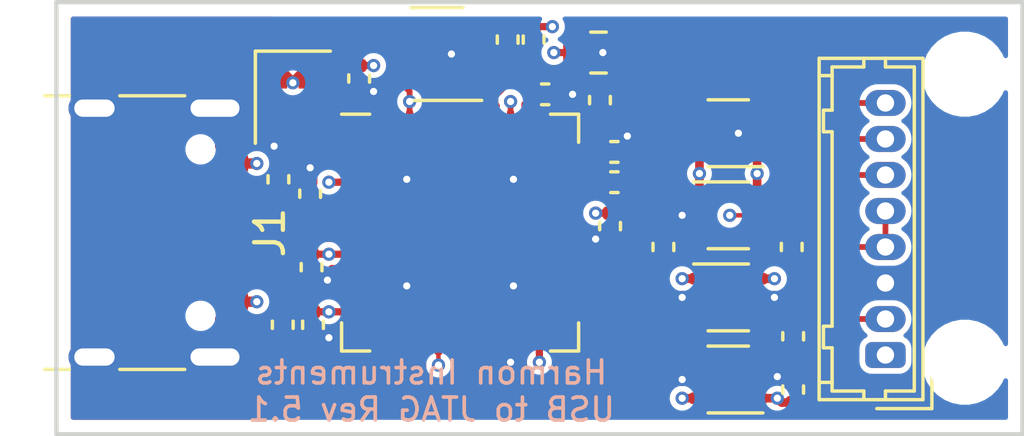
<source format=kicad_pcb>
(kicad_pcb (version 20171130) (host pcbnew 5.1.4+dfsg1-1)

  (general
    (thickness 1.6)
    (drawings 5)
    (tracks 258)
    (zones 0)
    (modules 29)
    (nets 46)
  )

  (page A3)
  (layers
    (0 F.Cu jumper)
    (1 Inner1.Cu signal)
    (2 Inner2.Cu signal)
    (31 B.Cu signal)
    (35 F.Paste user)
    (36 B.SilkS user)
    (37 F.SilkS user)
    (38 B.Mask user)
    (39 F.Mask user)
    (41 Cmts.User user)
    (44 Edge.Cuts user)
    (45 Margin user)
    (46 B.CrtYd user)
    (47 F.CrtYd user)
  )

  (setup
    (last_trace_width 0.25)
    (user_trace_width 0.1524)
    (user_trace_width 0.2)
    (user_trace_width 0.25)
    (user_trace_width 0.3)
    (user_trace_width 0.36)
    (user_trace_width 0.6858)
    (user_trace_width 1)
    (user_trace_width 1.5)
    (trace_clearance 0.154)
    (zone_clearance 0.2)
    (zone_45_only yes)
    (trace_min 0.1524)
    (via_size 0.6858)
    (via_drill 0.3302)
    (via_min_size 0.46)
    (via_min_drill 0.25)
    (user_via 0.46 0.25)
    (user_via 1 0.5)
    (user_via 1.5 1)
    (uvia_size 0.508)
    (uvia_drill 0.127)
    (uvias_allowed no)
    (uvia_min_size 0.508)
    (uvia_min_drill 0.127)
    (edge_width 0.15)
    (segment_width 0.2)
    (pcb_text_width 0.15)
    (pcb_text_size 1 1)
    (mod_edge_width 0.15)
    (mod_text_size 1 1)
    (mod_text_width 0.15)
    (pad_size 1.6 1.6)
    (pad_drill 1)
    (pad_to_mask_clearance 0.0762)
    (solder_mask_min_width 0.1016)
    (aux_axis_origin 0 0)
    (visible_elements FFFFFF7F)
    (pcbplotparams
      (layerselection 0x010f8_ffffffff)
      (usegerberextensions true)
      (usegerberattributes false)
      (usegerberadvancedattributes false)
      (creategerberjobfile false)
      (excludeedgelayer true)
      (linewidth 0.150000)
      (plotframeref false)
      (viasonmask false)
      (mode 1)
      (useauxorigin false)
      (hpglpennumber 1)
      (hpglpenspeed 20)
      (hpglpendiameter 15.000000)
      (psnegative false)
      (psa4output false)
      (plotreference true)
      (plotvalue true)
      (plotinvisibletext false)
      (padsonsilk false)
      (subtractmaskfromsilk true)
      (outputformat 1)
      (mirror false)
      (drillshape 0)
      (scaleselection 1)
      (outputdirectory "./gerber"))
  )

  (net 0 "")
  (net 1 +3.3V)
  (net 2 /EECLK)
  (net 3 /EECS#)
  (net 4 /EEDATA)
  (net 5 /EEDO)
  (net 6 /REF)
  (net 7 /VBUS)
  (net 8 /VCCA)
  (net 9 /VCCCORE)
  (net 10 /XI)
  (net 11 GND)
  (net 12 /USB_D-)
  (net 13 /USB_D+)
  (net 14 /~RESET)
  (net 15 /VCCIO)
  (net 16 /TDI)
  (net 17 /TDO)
  (net 18 /TCK)
  (net 19 /TMS)
  (net 20 "Net-(U3-Pad21)")
  (net 21 "Net-(U3-Pad20)")
  (net 22 "Net-(U3-Pad19)")
  (net 23 "Net-(U3-Pad33)")
  (net 24 "Net-(U3-Pad30)")
  (net 25 "Net-(U3-Pad29)")
  (net 26 "Net-(U3-Pad26)")
  (net 27 "Net-(U3-Pad25)")
  (net 28 "Net-(U3-Pad2)")
  (net 29 /TCK1)
  (net 30 /TCK2)
  (net 31 "Net-(U3-Pad18)")
  (net 32 /TMS1)
  (net 33 /TDO1)
  (net 34 /TDI1)
  (net 35 "Net-(U3-Pad32)")
  (net 36 "Net-(U3-Pad31)")
  (net 37 "Net-(U3-Pad28)")
  (net 38 "Net-(U3-Pad27)")
  (net 39 "Net-(J1-PadB8)")
  (net 40 /CC1)
  (net 41 /CC2)
  (net 42 "Net-(J1-PadA8)")
  (net 43 "Net-(J2-Pad6)")
  (net 44 /DIR)
  (net 45 /TDO2)

  (net_class Default "This is the default net class."
    (clearance 0.154)
    (trace_width 0.25)
    (via_dia 0.6858)
    (via_drill 0.3302)
    (uvia_dia 0.508)
    (uvia_drill 0.127)
    (add_net +3.3V)
    (add_net /CC1)
    (add_net /CC2)
    (add_net /DIR)
    (add_net /EECLK)
    (add_net /EECS#)
    (add_net /EEDATA)
    (add_net /EEDO)
    (add_net /REF)
    (add_net /TCK)
    (add_net /TCK1)
    (add_net /TCK2)
    (add_net /TDI)
    (add_net /TDI1)
    (add_net /TDO)
    (add_net /TDO1)
    (add_net /TDO2)
    (add_net /TMS)
    (add_net /TMS1)
    (add_net /USB_D+)
    (add_net /USB_D-)
    (add_net /VBUS)
    (add_net /VCCA)
    (add_net /VCCCORE)
    (add_net /VCCIO)
    (add_net /XI)
    (add_net /~RESET)
    (add_net GND)
    (add_net "Net-(J1-PadA8)")
    (add_net "Net-(J1-PadB8)")
    (add_net "Net-(J2-Pad6)")
    (add_net "Net-(U3-Pad18)")
    (add_net "Net-(U3-Pad19)")
    (add_net "Net-(U3-Pad2)")
    (add_net "Net-(U3-Pad20)")
    (add_net "Net-(U3-Pad21)")
    (add_net "Net-(U3-Pad25)")
    (add_net "Net-(U3-Pad26)")
    (add_net "Net-(U3-Pad27)")
    (add_net "Net-(U3-Pad28)")
    (add_net "Net-(U3-Pad29)")
    (add_net "Net-(U3-Pad30)")
    (add_net "Net-(U3-Pad31)")
    (add_net "Net-(U3-Pad32)")
    (add_net "Net-(U3-Pad33)")
  )

  (module kicad_pcb:USB_C_Receptacle_HRO_TYPE-C-31-M-12 (layer F.Cu) (tedit 5D2A01E4) (tstamp 5CF20FA6)
    (at 80.5 174 270)
    (descr "USB TYPE C, RA RCPT PCB, SMT")
    (tags "USB C Type-C Receptacle SMD")
    (path /5CFBB2A7)
    (attr smd)
    (fp_text reference J1 (at 0 -1.9 90) (layer F.SilkS)
      (effects (font (size 1 1) (thickness 0.15)))
    )
    (fp_text value CGH8B (at 0 6.14 90) (layer F.Fab)
      (effects (font (size 1 1) (thickness 0.15)))
    )
    (fp_line (start 4.75 5.05) (end 4.75 5.9) (layer F.SilkS) (width 0.12))
    (fp_line (start -4.75 5.05) (end -4.75 5.9) (layer F.SilkS) (width 0.12))
    (fp_line (start -4.75 1.05) (end -4.75 3.3) (layer F.SilkS) (width 0.12))
    (fp_line (start -4.6 6.7) (end -4.6 -0.65) (layer F.Fab) (width 0.1))
    (fp_text user %R (at 0 0 90) (layer F.Fab)
      (effects (font (size 1 1) (thickness 0.1)))
    )
    (fp_line (start -5.39 7.43) (end -5.39 -1.2) (layer F.CrtYd) (width 0.05))
    (fp_line (start 5.39 7.43) (end -5.39 7.43) (layer F.CrtYd) (width 0.05))
    (fp_line (start 5.39 -1.2) (end 5.39 7.43) (layer F.CrtYd) (width 0.05))
    (fp_line (start -5.39 -1.2) (end 5.39 -1.2) (layer F.CrtYd) (width 0.05))
    (fp_line (start 4.6 6.7) (end 4.6 -0.65) (layer F.Fab) (width 0.1))
    (fp_line (start -4.6 6.7) (end 4.6 6.7) (layer F.Fab) (width 0.1))
    (fp_line (start 4.75 1.05) (end 4.75 3.3) (layer F.SilkS) (width 0.12))
    (fp_line (start -4.6 -0.65) (end 4.6 -0.65) (layer F.Fab) (width 0.1))
    (pad A1 smd roundrect (at -3.2 -0.575 270) (size 0.6 1.15) (layers F.Cu F.Paste F.Mask) (roundrect_rratio 0.125)
      (net 11 GND))
    (pad A4 smd roundrect (at -2.4 -0.575 270) (size 0.6 1.15) (layers F.Cu F.Paste F.Mask) (roundrect_rratio 0.125)
      (net 7 /VBUS))
    (pad B8 smd roundrect (at -1.75 -0.575 270) (size 0.3 1.15) (layers F.Cu F.Paste F.Mask) (roundrect_rratio 0.25)
      (net 39 "Net-(J1-PadB8)"))
    (pad A5 smd roundrect (at -1.25 -0.575 270) (size 0.3 1.15) (layers F.Cu F.Paste F.Mask) (roundrect_rratio 0.25)
      (net 40 /CC1))
    (pad B7 smd roundrect (at -0.75 -0.575 270) (size 0.3 1.15) (layers F.Cu F.Paste F.Mask) (roundrect_rratio 0.25)
      (net 12 /USB_D-))
    (pad B1 smd roundrect (at 3.2 -0.575 270) (size 0.6 1.15) (layers F.Cu F.Paste F.Mask) (roundrect_rratio 0.125)
      (net 11 GND))
    (pad B4 smd roundrect (at 2.4 -0.575 270) (size 0.6 1.15) (layers F.Cu F.Paste F.Mask) (roundrect_rratio 0.125)
      (net 7 /VBUS))
    (pad B5 smd roundrect (at 1.75 -0.575 270) (size 0.3 1.15) (layers F.Cu F.Paste F.Mask) (roundrect_rratio 0.25)
      (net 41 /CC2))
    (pad A8 smd roundrect (at 1.25 -0.575 270) (size 0.3 1.15) (layers F.Cu F.Paste F.Mask) (roundrect_rratio 0.25)
      (net 42 "Net-(J1-PadA8)"))
    (pad B6 smd roundrect (at 0.75 -0.575 270) (size 0.3 1.15) (layers F.Cu F.Paste F.Mask) (roundrect_rratio 0.25)
      (net 13 /USB_D+))
    (pad A6 smd roundrect (at -0.25 -0.575 270) (size 0.3 1.15) (layers F.Cu F.Paste F.Mask) (roundrect_rratio 0.25)
      (net 13 /USB_D+))
    (pad S1 thru_hole oval (at 4.32 4.18 270) (size 1 1.8) (drill oval 0.6 1.4) (layers *.Cu *.Mask)
      (net 11 GND))
    (pad S1 thru_hole oval (at -4.32 4.18 270) (size 1 1.8) (drill oval 0.6 1.4) (layers *.Cu *.Mask)
      (net 11 GND))
    (pad "" np_thru_hole circle (at 2.89 0.5 270) (size 0.65 0.65) (drill 0.65) (layers *.Cu *.Mask))
    (pad S1 thru_hole oval (at 4.32 0 270) (size 1 2.1) (drill oval 0.6 1.7) (layers *.Cu *.Mask)
      (net 11 GND))
    (pad S1 thru_hole oval (at -4.32 0 270) (size 1 2.1) (drill oval 0.6 1.7) (layers *.Cu *.Mask)
      (net 11 GND))
    (pad A7 smd roundrect (at 0.25 -0.575 270) (size 0.3 1.15) (layers F.Cu F.Paste F.Mask) (roundrect_rratio 0.25)
      (net 12 /USB_D-))
    (pad "" np_thru_hole circle (at -2.89 0.5 270) (size 0.65 0.65) (drill 0.65) (layers *.Cu *.Mask))
    (model ${KISYS3DMOD}/Connector_USB.3dshapes/USB_C_Receptacle_Amphenol_12401610E4-2A.wrl
      (at (xyz 0 0 0))
      (scale (xyz 1 1 1))
      (rotate (xyz 0 0 0))
    )
  )

  (module kicad_pcb:R_0402_1005Metric (layer F.Cu) (tedit 5C96D389) (tstamp 5CF2A062)
    (at 96.05 174.5 270)
    (descr "Resistor SMD 0402 (1005 Metric), square (rectangular) end terminal, IPC_7351 least, (Body size source: http://www.tortai-tech.com/upload/download/2011102023233369053.pdf), generated with kicad-footprint-generator")
    (tags resistor)
    (path /5D1090E9)
    (attr smd)
    (fp_text reference R9 (at 0 -1.07 90) (layer F.SilkS) hide
      (effects (font (size 1 1) (thickness 0.15)))
    )
    (fp_text value 499 (at 0 1.07 90) (layer F.Fab)
      (effects (font (size 1 1) (thickness 0.15)))
    )
    (fp_text user %R (at 0 0 90) (layer F.Fab)
      (effects (font (size 0.25 0.25) (thickness 0.04)))
    )
    (fp_line (start 0.78 0.37) (end -0.78 0.37) (layer F.CrtYd) (width 0.05))
    (fp_line (start 0.78 -0.37) (end 0.78 0.37) (layer F.CrtYd) (width 0.05))
    (fp_line (start -0.78 -0.37) (end 0.78 -0.37) (layer F.CrtYd) (width 0.05))
    (fp_line (start -0.78 0.37) (end -0.78 -0.37) (layer F.CrtYd) (width 0.05))
    (fp_line (start -0.126355 0.36) (end 0.126355 0.36) (layer F.SilkS) (width 0.12))
    (fp_line (start -0.126355 -0.36) (end 0.126355 -0.36) (layer F.SilkS) (width 0.12))
    (fp_line (start 0.5 0.25) (end -0.5 0.25) (layer F.Fab) (width 0.1))
    (fp_line (start 0.5 -0.25) (end 0.5 0.25) (layer F.Fab) (width 0.1))
    (fp_line (start -0.5 -0.25) (end 0.5 -0.25) (layer F.Fab) (width 0.1))
    (fp_line (start -0.5 0.25) (end -0.5 -0.25) (layer F.Fab) (width 0.1))
    (pad 2 smd roundrect (at 0.45 0 270) (size 0.4 0.5) (layers F.Cu F.Paste F.Mask) (roundrect_rratio 0.25)
      (net 33 /TDO1))
    (pad 1 smd roundrect (at -0.45 0 270) (size 0.4 0.5) (layers F.Cu F.Paste F.Mask) (roundrect_rratio 0.25)
      (net 45 /TDO2))
    (model ${KISYS3DMOD}/Resistor_SMD.3dshapes/R_0402_1005Metric.wrl
      (at (xyz 0 0 0))
      (scale (xyz 1 1 1))
      (rotate (xyz 0 0 0))
    )
  )

  (module kicad_pcb:R_0402_1005Metric (layer F.Cu) (tedit 5C96D389) (tstamp 5CF2959D)
    (at 100.5 174.5 90)
    (descr "Resistor SMD 0402 (1005 Metric), square (rectangular) end terminal, IPC_7351 least, (Body size source: http://www.tortai-tech.com/upload/download/2011102023233369053.pdf), generated with kicad-footprint-generator")
    (tags resistor)
    (path /5D086E62)
    (attr smd)
    (fp_text reference R8 (at 0 -1.07 90) (layer F.SilkS) hide
      (effects (font (size 1 1) (thickness 0.15)))
    )
    (fp_text value 499 (at 0 1.07 90) (layer F.Fab)
      (effects (font (size 1 1) (thickness 0.15)))
    )
    (fp_text user %R (at 0 0 90) (layer F.Fab)
      (effects (font (size 0.25 0.25) (thickness 0.04)))
    )
    (fp_line (start 0.78 0.37) (end -0.78 0.37) (layer F.CrtYd) (width 0.05))
    (fp_line (start 0.78 -0.37) (end 0.78 0.37) (layer F.CrtYd) (width 0.05))
    (fp_line (start -0.78 -0.37) (end 0.78 -0.37) (layer F.CrtYd) (width 0.05))
    (fp_line (start -0.78 0.37) (end -0.78 -0.37) (layer F.CrtYd) (width 0.05))
    (fp_line (start -0.126355 0.36) (end 0.126355 0.36) (layer F.SilkS) (width 0.12))
    (fp_line (start -0.126355 -0.36) (end 0.126355 -0.36) (layer F.SilkS) (width 0.12))
    (fp_line (start 0.5 0.25) (end -0.5 0.25) (layer F.Fab) (width 0.1))
    (fp_line (start 0.5 -0.25) (end 0.5 0.25) (layer F.Fab) (width 0.1))
    (fp_line (start -0.5 -0.25) (end 0.5 -0.25) (layer F.Fab) (width 0.1))
    (fp_line (start -0.5 0.25) (end -0.5 -0.25) (layer F.Fab) (width 0.1))
    (pad 2 smd roundrect (at 0.45 0 90) (size 0.4 0.5) (layers F.Cu F.Paste F.Mask) (roundrect_rratio 0.25)
      (net 17 /TDO))
    (pad 1 smd roundrect (at -0.45 0 90) (size 0.4 0.5) (layers F.Cu F.Paste F.Mask) (roundrect_rratio 0.25)
      (net 43 "Net-(J2-Pad6)"))
    (model ${KISYS3DMOD}/Resistor_SMD.3dshapes/R_0402_1005Metric.wrl
      (at (xyz 0 0 0))
      (scale (xyz 1 1 1))
      (rotate (xyz 0 0 0))
    )
  )

  (module Connector_Hirose:Hirose_DF13-08P-1.25DSA_1x08_P1.25mm_Vertical (layer F.Cu) (tedit 5B77E5EB) (tstamp 5CF294AC)
    (at 103.75 178.25 90)
    (descr "Molex DF13 through hole, DF13-08P-1.25DSA, 8 Pins per row (https://www.hirose.com/product/en/products/DF13/DF13-2P-1.25DSA%2850%29/), generated with kicad-footprint-generator")
    (tags "connector Hirose  side entry")
    (path /5D069500)
    (fp_text reference J2 (at 4.38 -3.4 90) (layer F.SilkS) hide
      (effects (font (size 1 1) (thickness 0.15)))
    )
    (fp_text value Conn_01x08_Male (at 4.38 2.4 90) (layer F.Fab)
      (effects (font (size 1 1) (thickness 0.15)))
    )
    (fp_text user %R (at 4.38 -1.5 90) (layer F.Fab)
      (effects (font (size 1 1) (thickness 0.15)))
    )
    (fp_line (start 10.7 -2.7) (end -1.95 -2.7) (layer F.CrtYd) (width 0.05))
    (fp_line (start 10.7 1.7) (end 10.7 -2.7) (layer F.CrtYd) (width 0.05))
    (fp_line (start -1.95 1.7) (end 10.7 1.7) (layer F.CrtYd) (width 0.05))
    (fp_line (start -1.95 -2.7) (end -1.95 1.7) (layer F.CrtYd) (width 0.05))
    (fp_line (start 8.5 -1.85) (end 9.7 -1.85) (layer F.SilkS) (width 0.12))
    (fp_line (start 8.5 -2.15) (end 8.5 -1.85) (layer F.SilkS) (width 0.12))
    (fp_line (start 7.75 -2.15) (end 8.5 -2.15) (layer F.SilkS) (width 0.12))
    (fp_line (start 7.75 -1.85) (end 7.75 -2.15) (layer F.SilkS) (width 0.12))
    (fp_line (start 1 -1.85) (end 7.75 -1.85) (layer F.SilkS) (width 0.12))
    (fp_line (start 1 -2.15) (end 1 -1.85) (layer F.SilkS) (width 0.12))
    (fp_line (start 0.25 -2.15) (end 1 -2.15) (layer F.SilkS) (width 0.12))
    (fp_line (start 0.25 -1.85) (end 0.25 -2.15) (layer F.SilkS) (width 0.12))
    (fp_line (start -0.95 -1.85) (end 0.25 -1.85) (layer F.SilkS) (width 0.12))
    (fp_line (start 9.7 -1.85) (end 9.7 -2.3) (layer F.SilkS) (width 0.12))
    (fp_line (start 10 -1.85) (end 9.7 -1.85) (layer F.SilkS) (width 0.12))
    (fp_line (start 10 -0.75) (end 10 -1.85) (layer F.SilkS) (width 0.12))
    (fp_line (start 10.3 -0.75) (end 10 -0.75) (layer F.SilkS) (width 0.12))
    (fp_line (start -0.95 -1.85) (end -0.95 -2.3) (layer F.SilkS) (width 0.12))
    (fp_line (start -1.25 -1.85) (end -0.95 -1.85) (layer F.SilkS) (width 0.12))
    (fp_line (start -1.25 -0.75) (end -1.25 -1.85) (layer F.SilkS) (width 0.12))
    (fp_line (start -1.55 -0.75) (end -1.25 -0.75) (layer F.SilkS) (width 0.12))
    (fp_line (start 10 0) (end 10.3 0) (layer F.SilkS) (width 0.12))
    (fp_line (start 10 1) (end 10 0) (layer F.SilkS) (width 0.12))
    (fp_line (start -1.25 1) (end 10 1) (layer F.SilkS) (width 0.12))
    (fp_line (start -1.25 0) (end -1.25 1) (layer F.SilkS) (width 0.12))
    (fp_line (start -1.55 0) (end -1.25 0) (layer F.SilkS) (width 0.12))
    (fp_line (start 0 0.492893) (end 0.5 1.2) (layer F.Fab) (width 0.1))
    (fp_line (start -0.5 1.2) (end 0 0.492893) (layer F.Fab) (width 0.1))
    (fp_line (start -1.86 1.61) (end 0.05 1.61) (layer F.SilkS) (width 0.12))
    (fp_line (start -1.86 -0.3) (end -1.86 1.61) (layer F.SilkS) (width 0.12))
    (fp_line (start 10.3 -2.3) (end -1.55 -2.3) (layer F.SilkS) (width 0.12))
    (fp_line (start 10.3 1.3) (end 10.3 -2.3) (layer F.SilkS) (width 0.12))
    (fp_line (start -1.55 1.3) (end 10.3 1.3) (layer F.SilkS) (width 0.12))
    (fp_line (start -1.55 -2.3) (end -1.55 1.3) (layer F.SilkS) (width 0.12))
    (fp_line (start 10.2 -2.2) (end -1.45 -2.2) (layer F.Fab) (width 0.1))
    (fp_line (start 10.2 1.2) (end 10.2 -2.2) (layer F.Fab) (width 0.1))
    (fp_line (start -1.45 1.2) (end 10.2 1.2) (layer F.Fab) (width 0.1))
    (fp_line (start -1.45 -2.2) (end -1.45 1.2) (layer F.Fab) (width 0.1))
    (pad 8 thru_hole oval (at 8.75 0 90) (size 0.9 1.4) (drill 0.6) (layers *.Cu *.Mask)
      (net 19 /TMS))
    (pad 7 thru_hole oval (at 7.5 0 90) (size 0.9 1.4) (drill 0.6) (layers *.Cu *.Mask)
      (net 17 /TDO))
    (pad 6 thru_hole oval (at 6.25 0 90) (size 0.9 1.4) (drill 0.6) (layers *.Cu *.Mask)
      (net 43 "Net-(J2-Pad6)"))
    (pad 5 thru_hole oval (at 5 0 90) (size 0.9 1.4) (drill 0.6) (layers *.Cu *.Mask)
      (net 16 /TDI))
    (pad 4 thru_hole oval (at 3.75 0 90) (size 0.9 1.4) (drill 0.6) (layers *.Cu *.Mask)
      (net 16 /TDI))
    (pad 3 thru_hole oval (at 2.5 0 90) (size 0.9 1.4) (drill 0.6) (layers *.Cu *.Mask)
      (net 11 GND))
    (pad 2 thru_hole oval (at 1.25 0 90) (size 0.9 1.4) (drill 0.6) (layers *.Cu *.Mask)
      (net 18 /TCK))
    (pad 1 thru_hole roundrect (at 0 0 90) (size 0.9 1.4) (drill 0.6) (layers *.Cu *.Mask) (roundrect_rratio 0.25)
      (net 15 /VCCIO))
    (model ${KISYS3DMOD}/Connector_Hirose.3dshapes/Hirose_DF13-08P-1.25DSA_1x08_P1.25mm_Vertical.wrl
      (at (xyz 0 0 0))
      (scale (xyz 1 1 1))
      (rotate (xyz 0 0 0))
    )
  )

  (module kicad_pcb:QFN-48-1EP_8x8mm_P0.5mm_EP6.2x6.2mm (layer F.Cu) (tedit 5CF1A090) (tstamp 5CF22A7F)
    (at 89 174)
    (descr "QFN, 48 Pin (FT232H), generated with kicad-footprint-generator ipc_noLead_generator.py")
    (tags "QFN NoLead")
    (path /51C20A50)
    (attr smd)
    (fp_text reference U3 (at 0 -5.05) (layer F.SilkS) hide
      (effects (font (size 1 1) (thickness 0.15)))
    )
    (fp_text value 26HRB (at 0 5.05) (layer F.Fab)
      (effects (font (size 1 1) (thickness 0.15)))
    )
    (fp_text user %R (at 0 0) (layer F.Fab)
      (effects (font (size 1 1) (thickness 0.15)))
    )
    (fp_line (start 4.35 -4.35) (end -4.35 -4.35) (layer F.CrtYd) (width 0.05))
    (fp_line (start 4.35 4.35) (end 4.35 -4.35) (layer F.CrtYd) (width 0.05))
    (fp_line (start -4.35 4.35) (end 4.35 4.35) (layer F.CrtYd) (width 0.05))
    (fp_line (start -4.35 -4.35) (end -4.35 4.35) (layer F.CrtYd) (width 0.05))
    (fp_line (start -4 -3) (end -3 -4) (layer F.Fab) (width 0.1))
    (fp_line (start -4 4) (end -4 -3) (layer F.Fab) (width 0.1))
    (fp_line (start 4 4) (end -4 4) (layer F.Fab) (width 0.1))
    (fp_line (start 4 -4) (end 4 4) (layer F.Fab) (width 0.1))
    (fp_line (start -3 -4) (end 4 -4) (layer F.Fab) (width 0.1))
    (fp_line (start -3.135 -4.11) (end -4.11 -4.11) (layer F.SilkS) (width 0.12))
    (fp_line (start 4.11 4.11) (end 4.11 3.135) (layer F.SilkS) (width 0.12))
    (fp_line (start 3.135 4.11) (end 4.11 4.11) (layer F.SilkS) (width 0.12))
    (fp_line (start -4.11 4.11) (end -4.11 3.135) (layer F.SilkS) (width 0.12))
    (fp_line (start -3.135 4.11) (end -4.11 4.11) (layer F.SilkS) (width 0.12))
    (fp_line (start 4.11 -4.11) (end 4.11 -3.135) (layer F.SilkS) (width 0.12))
    (fp_line (start 3.135 -4.11) (end 4.11 -4.11) (layer F.SilkS) (width 0.12))
    (pad 48 smd roundrect (at -2.75 -3.8125) (size 0.25 0.875) (layers F.Cu F.Paste F.Mask) (roundrect_rratio 0.25)
      (net 11 GND))
    (pad 47 smd roundrect (at -2.25 -3.8125) (size 0.25 0.875) (layers F.Cu F.Paste F.Mask) (roundrect_rratio 0.25)
      (net 11 GND))
    (pad 46 smd roundrect (at -1.75 -3.8125) (size 0.25 0.875) (layers F.Cu F.Paste F.Mask) (roundrect_rratio 0.25)
      (net 1 +3.3V))
    (pad 45 smd roundrect (at -1.25 -3.8125) (size 0.25 0.875) (layers F.Cu F.Paste F.Mask) (roundrect_rratio 0.25)
      (net 3 /EECS#))
    (pad 44 smd roundrect (at -0.75 -3.8125) (size 0.25 0.875) (layers F.Cu F.Paste F.Mask) (roundrect_rratio 0.25)
      (net 2 /EECLK))
    (pad 43 smd roundrect (at -0.25 -3.8125) (size 0.25 0.875) (layers F.Cu F.Paste F.Mask) (roundrect_rratio 0.25)
      (net 4 /EEDATA))
    (pad 42 smd roundrect (at 0.25 -3.8125) (size 0.25 0.875) (layers F.Cu F.Paste F.Mask) (roundrect_rratio 0.25)
      (net 11 GND))
    (pad 41 smd roundrect (at 0.75 -3.8125) (size 0.25 0.875) (layers F.Cu F.Paste F.Mask) (roundrect_rratio 0.25)
      (net 11 GND))
    (pad 40 smd roundrect (at 1.25 -3.8125) (size 0.25 0.875) (layers F.Cu F.Paste F.Mask) (roundrect_rratio 0.25)
      (net 7 /VBUS))
    (pad 39 smd roundrect (at 1.75 -3.8125) (size 0.25 0.875) (layers F.Cu F.Paste F.Mask) (roundrect_rratio 0.25)
      (net 1 +3.3V))
    (pad 38 smd roundrect (at 2.25 -3.8125) (size 0.25 0.875) (layers F.Cu F.Paste F.Mask) (roundrect_rratio 0.25)
      (net 9 /VCCCORE))
    (pad 37 smd roundrect (at 2.75 -3.8125) (size 0.25 0.875) (layers F.Cu F.Paste F.Mask) (roundrect_rratio 0.25)
      (net 8 /VCCA))
    (pad 36 smd roundrect (at 3.8125 -2.75) (size 0.875 0.25) (layers F.Cu F.Paste F.Mask) (roundrect_rratio 0.25)
      (net 11 GND))
    (pad 35 smd roundrect (at 3.8125 -2.25) (size 0.875 0.25) (layers F.Cu F.Paste F.Mask) (roundrect_rratio 0.25)
      (net 11 GND))
    (pad 34 smd roundrect (at 3.8125 -1.75) (size 0.875 0.25) (layers F.Cu F.Paste F.Mask) (roundrect_rratio 0.25)
      (net 14 /~RESET))
    (pad 33 smd roundrect (at 3.8125 -1.25) (size 0.875 0.25) (layers F.Cu F.Paste F.Mask) (roundrect_rratio 0.25)
      (net 23 "Net-(U3-Pad33)"))
    (pad 32 smd roundrect (at 3.8125 -0.75) (size 0.875 0.25) (layers F.Cu F.Paste F.Mask) (roundrect_rratio 0.25)
      (net 35 "Net-(U3-Pad32)"))
    (pad 31 smd roundrect (at 3.8125 -0.25) (size 0.875 0.25) (layers F.Cu F.Paste F.Mask) (roundrect_rratio 0.25)
      (net 36 "Net-(U3-Pad31)"))
    (pad 30 smd roundrect (at 3.8125 0.25) (size 0.875 0.25) (layers F.Cu F.Paste F.Mask) (roundrect_rratio 0.25)
      (net 24 "Net-(U3-Pad30)"))
    (pad 29 smd roundrect (at 3.8125 0.75) (size 0.875 0.25) (layers F.Cu F.Paste F.Mask) (roundrect_rratio 0.25)
      (net 25 "Net-(U3-Pad29)"))
    (pad 28 smd roundrect (at 3.8125 1.25) (size 0.875 0.25) (layers F.Cu F.Paste F.Mask) (roundrect_rratio 0.25)
      (net 37 "Net-(U3-Pad28)"))
    (pad 27 smd roundrect (at 3.8125 1.75) (size 0.875 0.25) (layers F.Cu F.Paste F.Mask) (roundrect_rratio 0.25)
      (net 38 "Net-(U3-Pad27)"))
    (pad 26 smd roundrect (at 3.8125 2.25) (size 0.875 0.25) (layers F.Cu F.Paste F.Mask) (roundrect_rratio 0.25)
      (net 26 "Net-(U3-Pad26)"))
    (pad 25 smd roundrect (at 3.8125 2.75) (size 0.875 0.25) (layers F.Cu F.Paste F.Mask) (roundrect_rratio 0.25)
      (net 27 "Net-(U3-Pad25)"))
    (pad 24 smd roundrect (at 2.75 3.8125) (size 0.25 0.875) (layers F.Cu F.Paste F.Mask) (roundrect_rratio 0.25)
      (net 1 +3.3V))
    (pad 23 smd roundrect (at 2.25 3.8125) (size 0.25 0.875) (layers F.Cu F.Paste F.Mask) (roundrect_rratio 0.25)
      (net 11 GND))
    (pad 22 smd roundrect (at 1.75 3.8125) (size 0.25 0.875) (layers F.Cu F.Paste F.Mask) (roundrect_rratio 0.25)
      (net 11 GND))
    (pad 21 smd roundrect (at 1.25 3.8125) (size 0.25 0.875) (layers F.Cu F.Paste F.Mask) (roundrect_rratio 0.25)
      (net 20 "Net-(U3-Pad21)"))
    (pad 20 smd roundrect (at 0.75 3.8125) (size 0.25 0.875) (layers F.Cu F.Paste F.Mask) (roundrect_rratio 0.25)
      (net 21 "Net-(U3-Pad20)"))
    (pad 19 smd roundrect (at 0.25 3.8125) (size 0.25 0.875) (layers F.Cu F.Paste F.Mask) (roundrect_rratio 0.25)
      (net 22 "Net-(U3-Pad19)"))
    (pad 18 smd roundrect (at -0.25 3.8125) (size 0.25 0.875) (layers F.Cu F.Paste F.Mask) (roundrect_rratio 0.25)
      (net 31 "Net-(U3-Pad18)"))
    (pad 17 smd roundrect (at -0.75 3.8125) (size 0.25 0.875) (layers F.Cu F.Paste F.Mask) (roundrect_rratio 0.25)
      (net 44 /DIR))
    (pad 16 smd roundrect (at -1.25 3.8125) (size 0.25 0.875) (layers F.Cu F.Paste F.Mask) (roundrect_rratio 0.25)
      (net 32 /TMS1))
    (pad 15 smd roundrect (at -1.75 3.8125) (size 0.25 0.875) (layers F.Cu F.Paste F.Mask) (roundrect_rratio 0.25)
      (net 34 /TDI1))
    (pad 14 smd roundrect (at -2.25 3.8125) (size 0.25 0.875) (layers F.Cu F.Paste F.Mask) (roundrect_rratio 0.25)
      (net 33 /TDO1))
    (pad 13 smd roundrect (at -2.75 3.8125) (size 0.25 0.875) (layers F.Cu F.Paste F.Mask) (roundrect_rratio 0.25)
      (net 29 /TCK1))
    (pad 12 smd roundrect (at -3.8125 2.75) (size 0.875 0.25) (layers F.Cu F.Paste F.Mask) (roundrect_rratio 0.25)
      (net 1 +3.3V))
    (pad 11 smd roundrect (at -3.8125 2.25) (size 0.875 0.25) (layers F.Cu F.Paste F.Mask) (roundrect_rratio 0.25)
      (net 11 GND))
    (pad 10 smd roundrect (at -3.8125 1.75) (size 0.875 0.25) (layers F.Cu F.Paste F.Mask) (roundrect_rratio 0.25)
      (net 11 GND))
    (pad 9 smd roundrect (at -3.8125 1.25) (size 0.875 0.25) (layers F.Cu F.Paste F.Mask) (roundrect_rratio 0.25)
      (net 11 GND))
    (pad 8 smd roundrect (at -3.8125 0.75) (size 0.875 0.25) (layers F.Cu F.Paste F.Mask) (roundrect_rratio 0.25)
      (net 1 +3.3V))
    (pad 7 smd roundrect (at -3.8125 0.25) (size 0.875 0.25) (layers F.Cu F.Paste F.Mask) (roundrect_rratio 0.25)
      (net 13 /USB_D+))
    (pad 6 smd roundrect (at -3.8125 -0.25) (size 0.875 0.25) (layers F.Cu F.Paste F.Mask) (roundrect_rratio 0.25)
      (net 12 /USB_D-))
    (pad 5 smd roundrect (at -3.8125 -0.75) (size 0.875 0.25) (layers F.Cu F.Paste F.Mask) (roundrect_rratio 0.25)
      (net 6 /REF))
    (pad 4 smd roundrect (at -3.8125 -1.25) (size 0.875 0.25) (layers F.Cu F.Paste F.Mask) (roundrect_rratio 0.25)
      (net 11 GND))
    (pad 3 smd roundrect (at -3.8125 -1.75) (size 0.875 0.25) (layers F.Cu F.Paste F.Mask) (roundrect_rratio 0.25)
      (net 1 +3.3V))
    (pad 2 smd roundrect (at -3.8125 -2.25) (size 0.875 0.25) (layers F.Cu F.Paste F.Mask) (roundrect_rratio 0.25)
      (net 28 "Net-(U3-Pad2)"))
    (pad 1 smd roundrect (at -3.8125 -2.75) (size 0.875 0.25) (layers F.Cu F.Paste F.Mask) (roundrect_rratio 0.25)
      (net 10 /XI))
    (pad "" smd roundrect (at 2.48 2.48) (size 1 1) (layers F.Paste) (roundrect_rratio 0.25))
    (pad "" smd roundrect (at 2.48 1.24) (size 1 1) (layers F.Paste) (roundrect_rratio 0.25))
    (pad "" smd roundrect (at 2.48 0) (size 1 1) (layers F.Paste) (roundrect_rratio 0.25))
    (pad "" smd roundrect (at 2.48 -1.24) (size 1 1) (layers F.Paste) (roundrect_rratio 0.25))
    (pad "" smd roundrect (at 2.48 -2.48) (size 1 1) (layers F.Paste) (roundrect_rratio 0.25))
    (pad "" smd roundrect (at 1.24 2.48) (size 1 1) (layers F.Paste) (roundrect_rratio 0.25))
    (pad "" smd roundrect (at 1.24 1.24) (size 1 1) (layers F.Paste) (roundrect_rratio 0.25))
    (pad "" smd roundrect (at 1.24 0) (size 1 1) (layers F.Paste) (roundrect_rratio 0.25))
    (pad "" smd roundrect (at 1.24 -1.24) (size 1 1) (layers F.Paste) (roundrect_rratio 0.25))
    (pad "" smd roundrect (at 1.24 -2.48) (size 1 1) (layers F.Paste) (roundrect_rratio 0.25))
    (pad "" smd roundrect (at 0 2.48) (size 1 1) (layers F.Paste) (roundrect_rratio 0.25))
    (pad "" smd roundrect (at 0 1.24) (size 1 1) (layers F.Paste) (roundrect_rratio 0.25))
    (pad "" smd roundrect (at 0 0) (size 1 1) (layers F.Paste) (roundrect_rratio 0.25))
    (pad "" smd roundrect (at 0 -1.24) (size 1 1) (layers F.Paste) (roundrect_rratio 0.25))
    (pad "" smd roundrect (at 0 -2.48) (size 1 1) (layers F.Paste) (roundrect_rratio 0.25))
    (pad "" smd roundrect (at -1.24 2.48) (size 1 1) (layers F.Paste) (roundrect_rratio 0.25))
    (pad "" smd roundrect (at -1.24 1.24) (size 1 1) (layers F.Paste) (roundrect_rratio 0.25))
    (pad "" smd roundrect (at -1.24 0) (size 1 1) (layers F.Paste) (roundrect_rratio 0.25))
    (pad "" smd roundrect (at -1.24 -1.24) (size 1 1) (layers F.Paste) (roundrect_rratio 0.25))
    (pad "" smd roundrect (at -1.24 -2.48) (size 1 1) (layers F.Paste) (roundrect_rratio 0.25))
    (pad "" smd roundrect (at -2.48 2.48) (size 1 1) (layers F.Paste) (roundrect_rratio 0.25))
    (pad "" smd roundrect (at -2.48 1.24) (size 1 1) (layers F.Paste) (roundrect_rratio 0.25))
    (pad "" smd roundrect (at -2.48 0) (size 1 1) (layers F.Paste) (roundrect_rratio 0.25))
    (pad "" smd roundrect (at -2.48 -1.24) (size 1 1) (layers F.Paste) (roundrect_rratio 0.25))
    (pad "" smd roundrect (at -2.48 -2.48) (size 1 1) (layers F.Paste) (roundrect_rratio 0.25))
    (pad 49 smd roundrect (at 0 0) (size 6.2 6.2) (layers F.Cu F.Mask) (roundrect_rratio 0.040323)
      (net 11 GND))
    (model ${KISYS3DMOD}/Package_DFN_QFN.3dshapes/QFN-48-1EP_8x8mm_P0.5mm_EP6.2x6.2mm.wrl
      (at (xyz 0 0 0))
      (scale (xyz 1 1 1))
      (rotate (xyz 0 0 0))
    )
  )

  (module kicad_pcb:R_0402_1005Metric (layer F.Cu) (tedit 5C96D389) (tstamp 5CF21082)
    (at 82.7 172.15 90)
    (descr "Resistor SMD 0402 (1005 Metric), square (rectangular) end terminal, IPC_7351 least, (Body size source: http://www.tortai-tech.com/upload/download/2011102023233369053.pdf), generated with kicad-footprint-generator")
    (tags resistor)
    (path /5CFF08E2)
    (attr smd)
    (fp_text reference R7 (at 0 -1.07 90) (layer F.SilkS) hide
      (effects (font (size 1 1) (thickness 0.15)))
    )
    (fp_text value "5.1 k" (at 0 1.07 90) (layer F.Fab)
      (effects (font (size 1 1) (thickness 0.15)))
    )
    (fp_text user %R (at 0 0 90) (layer F.Fab)
      (effects (font (size 0.25 0.25) (thickness 0.04)))
    )
    (fp_line (start 0.78 0.37) (end -0.78 0.37) (layer F.CrtYd) (width 0.05))
    (fp_line (start 0.78 -0.37) (end 0.78 0.37) (layer F.CrtYd) (width 0.05))
    (fp_line (start -0.78 -0.37) (end 0.78 -0.37) (layer F.CrtYd) (width 0.05))
    (fp_line (start -0.78 0.37) (end -0.78 -0.37) (layer F.CrtYd) (width 0.05))
    (fp_line (start -0.126355 0.36) (end 0.126355 0.36) (layer F.SilkS) (width 0.12))
    (fp_line (start -0.126355 -0.36) (end 0.126355 -0.36) (layer F.SilkS) (width 0.12))
    (fp_line (start 0.5 0.25) (end -0.5 0.25) (layer F.Fab) (width 0.1))
    (fp_line (start 0.5 -0.25) (end 0.5 0.25) (layer F.Fab) (width 0.1))
    (fp_line (start -0.5 -0.25) (end 0.5 -0.25) (layer F.Fab) (width 0.1))
    (fp_line (start -0.5 0.25) (end -0.5 -0.25) (layer F.Fab) (width 0.1))
    (pad 2 smd roundrect (at 0.45 0 90) (size 0.4 0.5) (layers F.Cu F.Paste F.Mask) (roundrect_rratio 0.25)
      (net 11 GND))
    (pad 1 smd roundrect (at -0.45 0 90) (size 0.4 0.5) (layers F.Cu F.Paste F.Mask) (roundrect_rratio 0.25)
      (net 40 /CC1))
    (model ${KISYS3DMOD}/Resistor_SMD.3dshapes/R_0402_1005Metric.wrl
      (at (xyz 0 0 0))
      (scale (xyz 1 1 1))
      (rotate (xyz 0 0 0))
    )
  )

  (module kicad_pcb:R_0402_1005Metric (layer F.Cu) (tedit 5C96D389) (tstamp 5CF243FE)
    (at 82.85 177.2 270)
    (descr "Resistor SMD 0402 (1005 Metric), square (rectangular) end terminal, IPC_7351 least, (Body size source: http://www.tortai-tech.com/upload/download/2011102023233369053.pdf), generated with kicad-footprint-generator")
    (tags resistor)
    (path /5CFEF9CC)
    (attr smd)
    (fp_text reference R6 (at 0 -1.07 90) (layer F.SilkS) hide
      (effects (font (size 1 1) (thickness 0.15)))
    )
    (fp_text value "5.1 k" (at 0 1.07 90) (layer F.Fab)
      (effects (font (size 1 1) (thickness 0.15)))
    )
    (fp_text user %R (at 0 0 90) (layer F.Fab)
      (effects (font (size 0.25 0.25) (thickness 0.04)))
    )
    (fp_line (start 0.78 0.37) (end -0.78 0.37) (layer F.CrtYd) (width 0.05))
    (fp_line (start 0.78 -0.37) (end 0.78 0.37) (layer F.CrtYd) (width 0.05))
    (fp_line (start -0.78 -0.37) (end 0.78 -0.37) (layer F.CrtYd) (width 0.05))
    (fp_line (start -0.78 0.37) (end -0.78 -0.37) (layer F.CrtYd) (width 0.05))
    (fp_line (start -0.126355 0.36) (end 0.126355 0.36) (layer F.SilkS) (width 0.12))
    (fp_line (start -0.126355 -0.36) (end 0.126355 -0.36) (layer F.SilkS) (width 0.12))
    (fp_line (start 0.5 0.25) (end -0.5 0.25) (layer F.Fab) (width 0.1))
    (fp_line (start 0.5 -0.25) (end 0.5 0.25) (layer F.Fab) (width 0.1))
    (fp_line (start -0.5 -0.25) (end 0.5 -0.25) (layer F.Fab) (width 0.1))
    (fp_line (start -0.5 0.25) (end -0.5 -0.25) (layer F.Fab) (width 0.1))
    (pad 2 smd roundrect (at 0.45 0 270) (size 0.4 0.5) (layers F.Cu F.Paste F.Mask) (roundrect_rratio 0.25)
      (net 11 GND))
    (pad 1 smd roundrect (at -0.45 0 270) (size 0.4 0.5) (layers F.Cu F.Paste F.Mask) (roundrect_rratio 0.25)
      (net 41 /CC2))
    (model ${KISYS3DMOD}/Resistor_SMD.3dshapes/R_0402_1005Metric.wrl
      (at (xyz 0 0 0))
      (scale (xyz 1 1 1))
      (rotate (xyz 0 0 0))
    )
  )

  (module kicad_pcb:R_0402_1005Metric (layer F.Cu) (tedit 5C96D389) (tstamp 5CF2A38B)
    (at 100.55 177.6 270)
    (descr "Resistor SMD 0402 (1005 Metric), square (rectangular) end terminal, IPC_7351 least, (Body size source: http://www.tortai-tech.com/upload/download/2011102023233369053.pdf), generated with kicad-footprint-generator")
    (tags resistor)
    (path /51C3700F)
    (attr smd)
    (fp_text reference R5 (at 0 -1.07 90) (layer F.SilkS) hide
      (effects (font (size 1 1) (thickness 0.15)))
    )
    (fp_text value 33 (at 0 1.07 90) (layer F.Fab)
      (effects (font (size 1 1) (thickness 0.15)))
    )
    (fp_text user %R (at 0 0 90) (layer F.Fab)
      (effects (font (size 0.25 0.25) (thickness 0.04)))
    )
    (fp_line (start 0.78 0.37) (end -0.78 0.37) (layer F.CrtYd) (width 0.05))
    (fp_line (start 0.78 -0.37) (end 0.78 0.37) (layer F.CrtYd) (width 0.05))
    (fp_line (start -0.78 -0.37) (end 0.78 -0.37) (layer F.CrtYd) (width 0.05))
    (fp_line (start -0.78 0.37) (end -0.78 -0.37) (layer F.CrtYd) (width 0.05))
    (fp_line (start -0.126355 0.36) (end 0.126355 0.36) (layer F.SilkS) (width 0.12))
    (fp_line (start -0.126355 -0.36) (end 0.126355 -0.36) (layer F.SilkS) (width 0.12))
    (fp_line (start 0.5 0.25) (end -0.5 0.25) (layer F.Fab) (width 0.1))
    (fp_line (start 0.5 -0.25) (end 0.5 0.25) (layer F.Fab) (width 0.1))
    (fp_line (start -0.5 -0.25) (end 0.5 -0.25) (layer F.Fab) (width 0.1))
    (fp_line (start -0.5 0.25) (end -0.5 -0.25) (layer F.Fab) (width 0.1))
    (pad 2 smd roundrect (at 0.45 0 270) (size 0.4 0.5) (layers F.Cu F.Paste F.Mask) (roundrect_rratio 0.25)
      (net 30 /TCK2))
    (pad 1 smd roundrect (at -0.45 0 270) (size 0.4 0.5) (layers F.Cu F.Paste F.Mask) (roundrect_rratio 0.25)
      (net 18 /TCK))
    (model ${KISYS3DMOD}/Resistor_SMD.3dshapes/R_0402_1005Metric.wrl
      (at (xyz 0 0 0))
      (scale (xyz 1 1 1))
      (rotate (xyz 0 0 0))
    )
  )

  (module kicad_pcb:R_0402_1005Metric (layer F.Cu) (tedit 5C96D389) (tstamp 51C235EE)
    (at 83.8 172.65 90)
    (descr "Resistor SMD 0402 (1005 Metric), square (rectangular) end terminal, IPC_7351 least, (Body size source: http://www.tortai-tech.com/upload/download/2011102023233369053.pdf), generated with kicad-footprint-generator")
    (tags resistor)
    (path /51C21495)
    (attr smd)
    (fp_text reference R4 (at 0 -1.07 90) (layer F.SilkS) hide
      (effects (font (size 1 1) (thickness 0.15)))
    )
    (fp_text value "12 k" (at 0 1.07 90) (layer F.Fab)
      (effects (font (size 1 1) (thickness 0.15)))
    )
    (fp_text user %R (at 0 0 90) (layer F.Fab)
      (effects (font (size 0.25 0.25) (thickness 0.04)))
    )
    (fp_line (start 0.78 0.37) (end -0.78 0.37) (layer F.CrtYd) (width 0.05))
    (fp_line (start 0.78 -0.37) (end 0.78 0.37) (layer F.CrtYd) (width 0.05))
    (fp_line (start -0.78 -0.37) (end 0.78 -0.37) (layer F.CrtYd) (width 0.05))
    (fp_line (start -0.78 0.37) (end -0.78 -0.37) (layer F.CrtYd) (width 0.05))
    (fp_line (start -0.126355 0.36) (end 0.126355 0.36) (layer F.SilkS) (width 0.12))
    (fp_line (start -0.126355 -0.36) (end 0.126355 -0.36) (layer F.SilkS) (width 0.12))
    (fp_line (start 0.5 0.25) (end -0.5 0.25) (layer F.Fab) (width 0.1))
    (fp_line (start 0.5 -0.25) (end 0.5 0.25) (layer F.Fab) (width 0.1))
    (fp_line (start -0.5 -0.25) (end 0.5 -0.25) (layer F.Fab) (width 0.1))
    (fp_line (start -0.5 0.25) (end -0.5 -0.25) (layer F.Fab) (width 0.1))
    (pad 2 smd roundrect (at 0.45 0 90) (size 0.4 0.5) (layers F.Cu F.Paste F.Mask) (roundrect_rratio 0.25)
      (net 11 GND))
    (pad 1 smd roundrect (at -0.45 0 90) (size 0.4 0.5) (layers F.Cu F.Paste F.Mask) (roundrect_rratio 0.25)
      (net 6 /REF))
    (model ${KISYS3DMOD}/Resistor_SMD.3dshapes/R_0402_1005Metric.wrl
      (at (xyz 0 0 0))
      (scale (xyz 1 1 1))
      (rotate (xyz 0 0 0))
    )
  )

  (module kicad_pcb:R_0402_1005Metric (layer F.Cu) (tedit 5C96D389) (tstamp 51C26C7A)
    (at 94.35 172.25 180)
    (descr "Resistor SMD 0402 (1005 Metric), square (rectangular) end terminal, IPC_7351 least, (Body size source: http://www.tortai-tech.com/upload/download/2011102023233369053.pdf), generated with kicad-footprint-generator")
    (tags resistor)
    (path /51C20E9F)
    (attr smd)
    (fp_text reference R3 (at 0 -1.07) (layer F.SilkS) hide
      (effects (font (size 1 1) (thickness 0.15)))
    )
    (fp_text value "12 k" (at 0 1.07) (layer F.Fab)
      (effects (font (size 1 1) (thickness 0.15)))
    )
    (fp_text user %R (at 0 0) (layer F.Fab)
      (effects (font (size 0.25 0.25) (thickness 0.04)))
    )
    (fp_line (start 0.78 0.37) (end -0.78 0.37) (layer F.CrtYd) (width 0.05))
    (fp_line (start 0.78 -0.37) (end 0.78 0.37) (layer F.CrtYd) (width 0.05))
    (fp_line (start -0.78 -0.37) (end 0.78 -0.37) (layer F.CrtYd) (width 0.05))
    (fp_line (start -0.78 0.37) (end -0.78 -0.37) (layer F.CrtYd) (width 0.05))
    (fp_line (start -0.126355 0.36) (end 0.126355 0.36) (layer F.SilkS) (width 0.12))
    (fp_line (start -0.126355 -0.36) (end 0.126355 -0.36) (layer F.SilkS) (width 0.12))
    (fp_line (start 0.5 0.25) (end -0.5 0.25) (layer F.Fab) (width 0.1))
    (fp_line (start 0.5 -0.25) (end 0.5 0.25) (layer F.Fab) (width 0.1))
    (fp_line (start -0.5 -0.25) (end 0.5 -0.25) (layer F.Fab) (width 0.1))
    (fp_line (start -0.5 0.25) (end -0.5 -0.25) (layer F.Fab) (width 0.1))
    (pad 2 smd roundrect (at 0.45 0 180) (size 0.4 0.5) (layers F.Cu F.Paste F.Mask) (roundrect_rratio 0.25)
      (net 14 /~RESET))
    (pad 1 smd roundrect (at -0.45 0 180) (size 0.4 0.5) (layers F.Cu F.Paste F.Mask) (roundrect_rratio 0.25)
      (net 1 +3.3V))
    (model ${KISYS3DMOD}/Resistor_SMD.3dshapes/R_0402_1005Metric.wrl
      (at (xyz 0 0 0))
      (scale (xyz 1 1 1))
      (rotate (xyz 0 0 0))
    )
  )

  (module kicad_pcb:R_0402_1005Metric (layer F.Cu) (tedit 5C96D389) (tstamp 51C34549)
    (at 91.55 167.3 270)
    (descr "Resistor SMD 0402 (1005 Metric), square (rectangular) end terminal, IPC_7351 least, (Body size source: http://www.tortai-tech.com/upload/download/2011102023233369053.pdf), generated with kicad-footprint-generator")
    (tags resistor)
    (path /51C34A20)
    (attr smd)
    (fp_text reference R2 (at 0 -1.07 90) (layer F.SilkS) hide
      (effects (font (size 1 1) (thickness 0.15)))
    )
    (fp_text value "12 k" (at 0 1.07 90) (layer F.Fab)
      (effects (font (size 1 1) (thickness 0.15)))
    )
    (fp_text user %R (at 0 0 90) (layer F.Fab)
      (effects (font (size 0.25 0.25) (thickness 0.04)))
    )
    (fp_line (start 0.78 0.37) (end -0.78 0.37) (layer F.CrtYd) (width 0.05))
    (fp_line (start 0.78 -0.37) (end 0.78 0.37) (layer F.CrtYd) (width 0.05))
    (fp_line (start -0.78 -0.37) (end 0.78 -0.37) (layer F.CrtYd) (width 0.05))
    (fp_line (start -0.78 0.37) (end -0.78 -0.37) (layer F.CrtYd) (width 0.05))
    (fp_line (start -0.126355 0.36) (end 0.126355 0.36) (layer F.SilkS) (width 0.12))
    (fp_line (start -0.126355 -0.36) (end 0.126355 -0.36) (layer F.SilkS) (width 0.12))
    (fp_line (start 0.5 0.25) (end -0.5 0.25) (layer F.Fab) (width 0.1))
    (fp_line (start 0.5 -0.25) (end 0.5 0.25) (layer F.Fab) (width 0.1))
    (fp_line (start -0.5 -0.25) (end 0.5 -0.25) (layer F.Fab) (width 0.1))
    (fp_line (start -0.5 0.25) (end -0.5 -0.25) (layer F.Fab) (width 0.1))
    (pad 2 smd roundrect (at 0.45 0 270) (size 0.4 0.5) (layers F.Cu F.Paste F.Mask) (roundrect_rratio 0.25)
      (net 5 /EEDO))
    (pad 1 smd roundrect (at -0.45 0 270) (size 0.4 0.5) (layers F.Cu F.Paste F.Mask) (roundrect_rratio 0.25)
      (net 1 +3.3V))
    (model ${KISYS3DMOD}/Resistor_SMD.3dshapes/R_0402_1005Metric.wrl
      (at (xyz 0 0 0))
      (scale (xyz 1 1 1))
      (rotate (xyz 0 0 0))
    )
  )

  (module kicad_pcb:R_0402_1005Metric (layer F.Cu) (tedit 5C96D389) (tstamp 51C235DE)
    (at 90.65 167.3 90)
    (descr "Resistor SMD 0402 (1005 Metric), square (rectangular) end terminal, IPC_7351 least, (Body size source: http://www.tortai-tech.com/upload/download/2011102023233369053.pdf), generated with kicad-footprint-generator")
    (tags resistor)
    (path /51C21D79)
    (attr smd)
    (fp_text reference R1 (at 0 -1.07 90) (layer F.SilkS) hide
      (effects (font (size 1 1) (thickness 0.15)))
    )
    (fp_text value "1 k" (at 0 1.07 90) (layer F.Fab)
      (effects (font (size 1 1) (thickness 0.15)))
    )
    (fp_text user %R (at 0 0 90) (layer F.Fab)
      (effects (font (size 0.25 0.25) (thickness 0.04)))
    )
    (fp_line (start 0.78 0.37) (end -0.78 0.37) (layer F.CrtYd) (width 0.05))
    (fp_line (start 0.78 -0.37) (end 0.78 0.37) (layer F.CrtYd) (width 0.05))
    (fp_line (start -0.78 -0.37) (end 0.78 -0.37) (layer F.CrtYd) (width 0.05))
    (fp_line (start -0.78 0.37) (end -0.78 -0.37) (layer F.CrtYd) (width 0.05))
    (fp_line (start -0.126355 0.36) (end 0.126355 0.36) (layer F.SilkS) (width 0.12))
    (fp_line (start -0.126355 -0.36) (end 0.126355 -0.36) (layer F.SilkS) (width 0.12))
    (fp_line (start 0.5 0.25) (end -0.5 0.25) (layer F.Fab) (width 0.1))
    (fp_line (start 0.5 -0.25) (end 0.5 0.25) (layer F.Fab) (width 0.1))
    (fp_line (start -0.5 -0.25) (end 0.5 -0.25) (layer F.Fab) (width 0.1))
    (fp_line (start -0.5 0.25) (end -0.5 -0.25) (layer F.Fab) (width 0.1))
    (pad 2 smd roundrect (at 0.45 0 90) (size 0.4 0.5) (layers F.Cu F.Paste F.Mask) (roundrect_rratio 0.25)
      (net 4 /EEDATA))
    (pad 1 smd roundrect (at -0.45 0 90) (size 0.4 0.5) (layers F.Cu F.Paste F.Mask) (roundrect_rratio 0.25)
      (net 5 /EEDO))
    (model ${KISYS3DMOD}/Resistor_SMD.3dshapes/R_0402_1005Metric.wrl
      (at (xyz 0 0 0))
      (scale (xyz 1 1 1))
      (rotate (xyz 0 0 0))
    )
  )

  (module kicad_pcb:C_0402_1005Metric (layer F.Cu) (tedit 5C96D1F7) (tstamp 51C3B17E)
    (at 100.55 179.45 90)
    (descr "Capacitor SMD 0402 (1005 Metric), square (rectangular) end terminal, IPC_7351 least, (Body size source: http://www.tortai-tech.com/upload/download/2011102023233369053.pdf), generated with kicad-footprint-generator")
    (tags capacitor)
    (path /51C3BA63)
    (attr smd)
    (fp_text reference C10 (at 0 -1.07 90) (layer F.SilkS) hide
      (effects (font (size 1 1) (thickness 0.15)))
    )
    (fp_text value "100 nF" (at 0 1.07 90) (layer F.Fab)
      (effects (font (size 1 1) (thickness 0.15)))
    )
    (fp_text user %R (at 0 0 90) (layer F.Fab)
      (effects (font (size 0.25 0.25) (thickness 0.04)))
    )
    (fp_line (start 0.78 0.37) (end -0.78 0.37) (layer F.CrtYd) (width 0.05))
    (fp_line (start 0.78 -0.37) (end 0.78 0.37) (layer F.CrtYd) (width 0.05))
    (fp_line (start -0.78 -0.37) (end 0.78 -0.37) (layer F.CrtYd) (width 0.05))
    (fp_line (start -0.78 0.37) (end -0.78 -0.37) (layer F.CrtYd) (width 0.05))
    (fp_line (start -0.126355 0.36) (end 0.126355 0.36) (layer F.SilkS) (width 0.12))
    (fp_line (start -0.126355 -0.36) (end 0.126355 -0.36) (layer F.SilkS) (width 0.12))
    (fp_line (start 0.5 0.25) (end -0.5 0.25) (layer F.Fab) (width 0.1))
    (fp_line (start 0.5 -0.25) (end 0.5 0.25) (layer F.Fab) (width 0.1))
    (fp_line (start -0.5 -0.25) (end 0.5 -0.25) (layer F.Fab) (width 0.1))
    (fp_line (start -0.5 0.25) (end -0.5 -0.25) (layer F.Fab) (width 0.1))
    (pad 2 smd roundrect (at 0.45 0 90) (size 0.45 0.5) (layers F.Cu F.Paste F.Mask) (roundrect_rratio 0.25)
      (net 11 GND))
    (pad 1 smd roundrect (at -0.45 0 90) (size 0.45 0.5) (layers F.Cu F.Paste F.Mask) (roundrect_rratio 0.25)
      (net 15 /VCCIO))
    (model ${KISYS3DMOD}/Capacitor_SMD.3dshapes/C_0402_1005Metric.wrl
      (at (xyz 0 0 0))
      (scale (xyz 1 1 1))
      (rotate (xyz 0 0 0))
    )
  )

  (module kicad_pcb:C_0402_1005Metric (layer F.Cu) (tedit 5C96D1F7) (tstamp 51C235BA)
    (at 93.85 169.4 90)
    (descr "Capacitor SMD 0402 (1005 Metric), square (rectangular) end terminal, IPC_7351 least, (Body size source: http://www.tortai-tech.com/upload/download/2011102023233369053.pdf), generated with kicad-footprint-generator")
    (tags capacitor)
    (path /51C34280)
    (attr smd)
    (fp_text reference C9 (at 0 -1.07 90) (layer F.SilkS) hide
      (effects (font (size 1 1) (thickness 0.15)))
    )
    (fp_text value "100 nF" (at 0 1.07 90) (layer F.Fab)
      (effects (font (size 1 1) (thickness 0.15)))
    )
    (fp_text user %R (at 0 0 90) (layer F.Fab)
      (effects (font (size 0.25 0.25) (thickness 0.04)))
    )
    (fp_line (start 0.78 0.37) (end -0.78 0.37) (layer F.CrtYd) (width 0.05))
    (fp_line (start 0.78 -0.37) (end 0.78 0.37) (layer F.CrtYd) (width 0.05))
    (fp_line (start -0.78 -0.37) (end 0.78 -0.37) (layer F.CrtYd) (width 0.05))
    (fp_line (start -0.78 0.37) (end -0.78 -0.37) (layer F.CrtYd) (width 0.05))
    (fp_line (start -0.126355 0.36) (end 0.126355 0.36) (layer F.SilkS) (width 0.12))
    (fp_line (start -0.126355 -0.36) (end 0.126355 -0.36) (layer F.SilkS) (width 0.12))
    (fp_line (start 0.5 0.25) (end -0.5 0.25) (layer F.Fab) (width 0.1))
    (fp_line (start 0.5 -0.25) (end 0.5 0.25) (layer F.Fab) (width 0.1))
    (fp_line (start -0.5 -0.25) (end 0.5 -0.25) (layer F.Fab) (width 0.1))
    (fp_line (start -0.5 0.25) (end -0.5 -0.25) (layer F.Fab) (width 0.1))
    (pad 2 smd roundrect (at 0.45 0 90) (size 0.45 0.5) (layers F.Cu F.Paste F.Mask) (roundrect_rratio 0.25)
      (net 11 GND))
    (pad 1 smd roundrect (at -0.45 0 90) (size 0.45 0.5) (layers F.Cu F.Paste F.Mask) (roundrect_rratio 0.25)
      (net 8 /VCCA))
    (model ${KISYS3DMOD}/Capacitor_SMD.3dshapes/C_0402_1005Metric.wrl
      (at (xyz 0 0 0))
      (scale (xyz 1 1 1))
      (rotate (xyz 0 0 0))
    )
  )

  (module kicad_pcb:C_0402_1005Metric (layer F.Cu) (tedit 5C96D1F7) (tstamp 51C235B2)
    (at 91.95 169.2)
    (descr "Capacitor SMD 0402 (1005 Metric), square (rectangular) end terminal, IPC_7351 least, (Body size source: http://www.tortai-tech.com/upload/download/2011102023233369053.pdf), generated with kicad-footprint-generator")
    (tags capacitor)
    (path /51C34278)
    (attr smd)
    (fp_text reference C7 (at 0 -1.07) (layer F.SilkS) hide
      (effects (font (size 1 1) (thickness 0.15)))
    )
    (fp_text value "100 nF" (at 0 1.07) (layer F.Fab)
      (effects (font (size 1 1) (thickness 0.15)))
    )
    (fp_text user %R (at 0 0) (layer F.Fab)
      (effects (font (size 0.25 0.25) (thickness 0.04)))
    )
    (fp_line (start 0.78 0.37) (end -0.78 0.37) (layer F.CrtYd) (width 0.05))
    (fp_line (start 0.78 -0.37) (end 0.78 0.37) (layer F.CrtYd) (width 0.05))
    (fp_line (start -0.78 -0.37) (end 0.78 -0.37) (layer F.CrtYd) (width 0.05))
    (fp_line (start -0.78 0.37) (end -0.78 -0.37) (layer F.CrtYd) (width 0.05))
    (fp_line (start -0.126355 0.36) (end 0.126355 0.36) (layer F.SilkS) (width 0.12))
    (fp_line (start -0.126355 -0.36) (end 0.126355 -0.36) (layer F.SilkS) (width 0.12))
    (fp_line (start 0.5 0.25) (end -0.5 0.25) (layer F.Fab) (width 0.1))
    (fp_line (start 0.5 -0.25) (end 0.5 0.25) (layer F.Fab) (width 0.1))
    (fp_line (start -0.5 -0.25) (end 0.5 -0.25) (layer F.Fab) (width 0.1))
    (fp_line (start -0.5 0.25) (end -0.5 -0.25) (layer F.Fab) (width 0.1))
    (pad 2 smd roundrect (at 0.45 0) (size 0.45 0.5) (layers F.Cu F.Paste F.Mask) (roundrect_rratio 0.25)
      (net 11 GND))
    (pad 1 smd roundrect (at -0.45 0) (size 0.45 0.5) (layers F.Cu F.Paste F.Mask) (roundrect_rratio 0.25)
      (net 9 /VCCCORE))
    (model ${KISYS3DMOD}/Capacitor_SMD.3dshapes/C_0402_1005Metric.wrl
      (at (xyz 0 0 0))
      (scale (xyz 1 1 1))
      (rotate (xyz 0 0 0))
    )
  )

  (module kicad_pcb:C_0402_1005Metric (layer F.Cu) (tedit 5C96D1F7) (tstamp 51C26C73)
    (at 94.35 171.2)
    (descr "Capacitor SMD 0402 (1005 Metric), square (rectangular) end terminal, IPC_7351 least, (Body size source: http://www.tortai-tech.com/upload/download/2011102023233369053.pdf), generated with kicad-footprint-generator")
    (tags capacitor)
    (path /51C34125)
    (attr smd)
    (fp_text reference C6 (at 0 -1.07) (layer F.SilkS) hide
      (effects (font (size 1 1) (thickness 0.15)))
    )
    (fp_text value "100 nF" (at 0 1.07) (layer F.Fab)
      (effects (font (size 1 1) (thickness 0.15)))
    )
    (fp_text user %R (at 0 0) (layer F.Fab)
      (effects (font (size 0.25 0.25) (thickness 0.04)))
    )
    (fp_line (start 0.78 0.37) (end -0.78 0.37) (layer F.CrtYd) (width 0.05))
    (fp_line (start 0.78 -0.37) (end 0.78 0.37) (layer F.CrtYd) (width 0.05))
    (fp_line (start -0.78 -0.37) (end 0.78 -0.37) (layer F.CrtYd) (width 0.05))
    (fp_line (start -0.78 0.37) (end -0.78 -0.37) (layer F.CrtYd) (width 0.05))
    (fp_line (start -0.126355 0.36) (end 0.126355 0.36) (layer F.SilkS) (width 0.12))
    (fp_line (start -0.126355 -0.36) (end 0.126355 -0.36) (layer F.SilkS) (width 0.12))
    (fp_line (start 0.5 0.25) (end -0.5 0.25) (layer F.Fab) (width 0.1))
    (fp_line (start 0.5 -0.25) (end 0.5 0.25) (layer F.Fab) (width 0.1))
    (fp_line (start -0.5 -0.25) (end 0.5 -0.25) (layer F.Fab) (width 0.1))
    (fp_line (start -0.5 0.25) (end -0.5 -0.25) (layer F.Fab) (width 0.1))
    (pad 2 smd roundrect (at 0.45 0) (size 0.45 0.5) (layers F.Cu F.Paste F.Mask) (roundrect_rratio 0.25)
      (net 11 GND))
    (pad 1 smd roundrect (at -0.45 0) (size 0.45 0.5) (layers F.Cu F.Paste F.Mask) (roundrect_rratio 0.25)
      (net 14 /~RESET))
    (model ${KISYS3DMOD}/Capacitor_SMD.3dshapes/C_0402_1005Metric.wrl
      (at (xyz 0 0 0))
      (scale (xyz 1 1 1))
      (rotate (xyz 0 0 0))
    )
  )

  (module kicad_pcb:C_0402_1005Metric (layer F.Cu) (tedit 5C96D1F7) (tstamp 51C3B176)
    (at 83.9 177.2 270)
    (descr "Capacitor SMD 0402 (1005 Metric), square (rectangular) end terminal, IPC_7351 least, (Body size source: http://www.tortai-tech.com/upload/download/2011102023233369053.pdf), generated with kicad-footprint-generator")
    (tags capacitor)
    (path /5BC1AA89)
    (attr smd)
    (fp_text reference C5 (at 0 -1.07 90) (layer F.SilkS) hide
      (effects (font (size 1 1) (thickness 0.15)))
    )
    (fp_text value "1 uF" (at 0 1.07 90) (layer F.Fab)
      (effects (font (size 1 1) (thickness 0.15)))
    )
    (fp_text user %R (at 0 0 90) (layer F.Fab)
      (effects (font (size 0.25 0.25) (thickness 0.04)))
    )
    (fp_line (start 0.78 0.37) (end -0.78 0.37) (layer F.CrtYd) (width 0.05))
    (fp_line (start 0.78 -0.37) (end 0.78 0.37) (layer F.CrtYd) (width 0.05))
    (fp_line (start -0.78 -0.37) (end 0.78 -0.37) (layer F.CrtYd) (width 0.05))
    (fp_line (start -0.78 0.37) (end -0.78 -0.37) (layer F.CrtYd) (width 0.05))
    (fp_line (start -0.126355 0.36) (end 0.126355 0.36) (layer F.SilkS) (width 0.12))
    (fp_line (start -0.126355 -0.36) (end 0.126355 -0.36) (layer F.SilkS) (width 0.12))
    (fp_line (start 0.5 0.25) (end -0.5 0.25) (layer F.Fab) (width 0.1))
    (fp_line (start 0.5 -0.25) (end 0.5 0.25) (layer F.Fab) (width 0.1))
    (fp_line (start -0.5 -0.25) (end 0.5 -0.25) (layer F.Fab) (width 0.1))
    (fp_line (start -0.5 0.25) (end -0.5 -0.25) (layer F.Fab) (width 0.1))
    (pad 2 smd roundrect (at 0.45 0 270) (size 0.45 0.5) (layers F.Cu F.Paste F.Mask) (roundrect_rratio 0.25)
      (net 11 GND))
    (pad 1 smd roundrect (at -0.45 0 270) (size 0.45 0.5) (layers F.Cu F.Paste F.Mask) (roundrect_rratio 0.25)
      (net 1 +3.3V))
    (model ${KISYS3DMOD}/Capacitor_SMD.3dshapes/C_0402_1005Metric.wrl
      (at (xyz 0 0 0))
      (scale (xyz 1 1 1))
      (rotate (xyz 0 0 0))
    )
  )

  (module kicad_pcb:C_0805_2012Metric (layer F.Cu) (tedit 5C96D260) (tstamp 51C23592)
    (at 93.8 167.75)
    (descr "Capacitor SMD 0805 (2012 Metric), square (rectangular) end terminal, IPC_7351 least, (Body size source: https://docs.google.com/spreadsheets/d/1BsfQQcO9C6DZCsRaXUlFlo91Tg2WpOkGARC1WS5S8t0/edit?usp=sharing), generated with kicad-footprint-generator")
    (tags capacitor)
    (path /51C20C75)
    (attr smd)
    (fp_text reference C4 (at 0 -1.45) (layer F.SilkS) hide
      (effects (font (size 1 1) (thickness 0.15)))
    )
    (fp_text value "10 uF" (at 0 1.45) (layer F.Fab)
      (effects (font (size 1 1) (thickness 0.15)))
    )
    (fp_text user %R (at 0 0) (layer F.Fab)
      (effects (font (size 0.5 0.5) (thickness 0.08)))
    )
    (fp_line (start 1.33 0.75) (end -1.33 0.75) (layer F.CrtYd) (width 0.05))
    (fp_line (start 1.33 -0.75) (end 1.33 0.75) (layer F.CrtYd) (width 0.05))
    (fp_line (start -1.33 -0.75) (end 1.33 -0.75) (layer F.CrtYd) (width 0.05))
    (fp_line (start -1.33 0.75) (end -1.33 -0.75) (layer F.CrtYd) (width 0.05))
    (fp_line (start -0.267585 0.71) (end 0.267585 0.71) (layer F.SilkS) (width 0.12))
    (fp_line (start -0.267585 -0.71) (end 0.267585 -0.71) (layer F.SilkS) (width 0.12))
    (fp_line (start 1 0.6) (end -1 0.6) (layer F.Fab) (width 0.1))
    (fp_line (start 1 -0.6) (end 1 0.6) (layer F.Fab) (width 0.1))
    (fp_line (start -1 -0.6) (end 1 -0.6) (layer F.Fab) (width 0.1))
    (fp_line (start -1 0.6) (end -1 -0.6) (layer F.Fab) (width 0.1))
    (pad 2 smd roundrect (at 0.8375 0) (size 0.775 1.3) (layers F.Cu F.Paste F.Mask) (roundrect_rratio 0.25)
      (net 11 GND))
    (pad 1 smd roundrect (at -0.8375 0) (size 0.775 1.3) (layers F.Cu F.Paste F.Mask) (roundrect_rratio 0.25)
      (net 7 /VBUS))
    (model ${KISYS3DMOD}/Capacitor_SMD.3dshapes/C_0805_2012Metric.wrl
      (at (xyz 0 0 0))
      (scale (xyz 1 1 1))
      (rotate (xyz 0 0 0))
    )
  )

  (module kicad_pcb:C_0402_1005Metric (layer F.Cu) (tedit 5C96D1F7) (tstamp 51C23580)
    (at 94.2 173.775 270)
    (descr "Capacitor SMD 0402 (1005 Metric), square (rectangular) end terminal, IPC_7351 least, (Body size source: http://www.tortai-tech.com/upload/download/2011102023233369053.pdf), generated with kicad-footprint-generator")
    (tags capacitor)
    (path /51C23BFC)
    (attr smd)
    (fp_text reference C3 (at 0 -1.07 90) (layer F.SilkS) hide
      (effects (font (size 1 1) (thickness 0.15)))
    )
    (fp_text value "1 uF" (at 0 1.07 90) (layer F.Fab)
      (effects (font (size 1 1) (thickness 0.15)))
    )
    (fp_text user %R (at 0 0 90) (layer F.Fab)
      (effects (font (size 0.25 0.25) (thickness 0.04)))
    )
    (fp_line (start 0.78 0.37) (end -0.78 0.37) (layer F.CrtYd) (width 0.05))
    (fp_line (start 0.78 -0.37) (end 0.78 0.37) (layer F.CrtYd) (width 0.05))
    (fp_line (start -0.78 -0.37) (end 0.78 -0.37) (layer F.CrtYd) (width 0.05))
    (fp_line (start -0.78 0.37) (end -0.78 -0.37) (layer F.CrtYd) (width 0.05))
    (fp_line (start -0.126355 0.36) (end 0.126355 0.36) (layer F.SilkS) (width 0.12))
    (fp_line (start -0.126355 -0.36) (end 0.126355 -0.36) (layer F.SilkS) (width 0.12))
    (fp_line (start 0.5 0.25) (end -0.5 0.25) (layer F.Fab) (width 0.1))
    (fp_line (start 0.5 -0.25) (end 0.5 0.25) (layer F.Fab) (width 0.1))
    (fp_line (start -0.5 -0.25) (end 0.5 -0.25) (layer F.Fab) (width 0.1))
    (fp_line (start -0.5 0.25) (end -0.5 -0.25) (layer F.Fab) (width 0.1))
    (pad 2 smd roundrect (at 0.45 0 270) (size 0.45 0.5) (layers F.Cu F.Paste F.Mask) (roundrect_rratio 0.25)
      (net 11 GND))
    (pad 1 smd roundrect (at -0.45 0 270) (size 0.45 0.5) (layers F.Cu F.Paste F.Mask) (roundrect_rratio 0.25)
      (net 1 +3.3V))
    (model ${KISYS3DMOD}/Capacitor_SMD.3dshapes/C_0402_1005Metric.wrl
      (at (xyz 0 0 0))
      (scale (xyz 1 1 1))
      (rotate (xyz 0 0 0))
    )
  )

  (module kicad_pcb:C_0402_1005Metric (layer F.Cu) (tedit 5C96D1F7) (tstamp 5CF22C96)
    (at 85.5 168.65 270)
    (descr "Capacitor SMD 0402 (1005 Metric), square (rectangular) end terminal, IPC_7351 least, (Body size source: http://www.tortai-tech.com/upload/download/2011102023233369053.pdf), generated with kicad-footprint-generator")
    (tags capacitor)
    (path /51C23BEF)
    (attr smd)
    (fp_text reference C2 (at 0 -1.07 90) (layer F.SilkS) hide
      (effects (font (size 1 1) (thickness 0.15)))
    )
    (fp_text value "1 uF" (at 0 1.07 90) (layer F.Fab)
      (effects (font (size 1 1) (thickness 0.15)))
    )
    (fp_text user %R (at 0 0 90) (layer F.Fab)
      (effects (font (size 0.25 0.25) (thickness 0.04)))
    )
    (fp_line (start 0.78 0.37) (end -0.78 0.37) (layer F.CrtYd) (width 0.05))
    (fp_line (start 0.78 -0.37) (end 0.78 0.37) (layer F.CrtYd) (width 0.05))
    (fp_line (start -0.78 -0.37) (end 0.78 -0.37) (layer F.CrtYd) (width 0.05))
    (fp_line (start -0.78 0.37) (end -0.78 -0.37) (layer F.CrtYd) (width 0.05))
    (fp_line (start -0.126355 0.36) (end 0.126355 0.36) (layer F.SilkS) (width 0.12))
    (fp_line (start -0.126355 -0.36) (end 0.126355 -0.36) (layer F.SilkS) (width 0.12))
    (fp_line (start 0.5 0.25) (end -0.5 0.25) (layer F.Fab) (width 0.1))
    (fp_line (start 0.5 -0.25) (end 0.5 0.25) (layer F.Fab) (width 0.1))
    (fp_line (start -0.5 -0.25) (end 0.5 -0.25) (layer F.Fab) (width 0.1))
    (fp_line (start -0.5 0.25) (end -0.5 -0.25) (layer F.Fab) (width 0.1))
    (pad 2 smd roundrect (at 0.45 0 270) (size 0.45 0.5) (layers F.Cu F.Paste F.Mask) (roundrect_rratio 0.25)
      (net 11 GND))
    (pad 1 smd roundrect (at -0.45 0 270) (size 0.45 0.5) (layers F.Cu F.Paste F.Mask) (roundrect_rratio 0.25)
      (net 1 +3.3V))
    (model ${KISYS3DMOD}/Capacitor_SMD.3dshapes/C_0402_1005Metric.wrl
      (at (xyz 0 0 0))
      (scale (xyz 1 1 1))
      (rotate (xyz 0 0 0))
    )
  )

  (module kicad_pcb:C_0402_1005Metric (layer F.Cu) (tedit 5C96D1F7) (tstamp 51C23568)
    (at 83.85 175.2 270)
    (descr "Capacitor SMD 0402 (1005 Metric), square (rectangular) end terminal, IPC_7351 least, (Body size source: http://www.tortai-tech.com/upload/download/2011102023233369053.pdf), generated with kicad-footprint-generator")
    (tags capacitor)
    (path /51C23BD0)
    (attr smd)
    (fp_text reference C1 (at 0 -1.07 90) (layer F.SilkS) hide
      (effects (font (size 1 1) (thickness 0.15)))
    )
    (fp_text value "1 uF" (at 0 1.07 90) (layer F.Fab)
      (effects (font (size 1 1) (thickness 0.15)))
    )
    (fp_text user %R (at 0 0 90) (layer F.Fab)
      (effects (font (size 0.25 0.25) (thickness 0.04)))
    )
    (fp_line (start 0.78 0.37) (end -0.78 0.37) (layer F.CrtYd) (width 0.05))
    (fp_line (start 0.78 -0.37) (end 0.78 0.37) (layer F.CrtYd) (width 0.05))
    (fp_line (start -0.78 -0.37) (end 0.78 -0.37) (layer F.CrtYd) (width 0.05))
    (fp_line (start -0.78 0.37) (end -0.78 -0.37) (layer F.CrtYd) (width 0.05))
    (fp_line (start -0.126355 0.36) (end 0.126355 0.36) (layer F.SilkS) (width 0.12))
    (fp_line (start -0.126355 -0.36) (end 0.126355 -0.36) (layer F.SilkS) (width 0.12))
    (fp_line (start 0.5 0.25) (end -0.5 0.25) (layer F.Fab) (width 0.1))
    (fp_line (start 0.5 -0.25) (end 0.5 0.25) (layer F.Fab) (width 0.1))
    (fp_line (start -0.5 -0.25) (end 0.5 -0.25) (layer F.Fab) (width 0.1))
    (fp_line (start -0.5 0.25) (end -0.5 -0.25) (layer F.Fab) (width 0.1))
    (pad 2 smd roundrect (at 0.45 0 270) (size 0.45 0.5) (layers F.Cu F.Paste F.Mask) (roundrect_rratio 0.25)
      (net 11 GND))
    (pad 1 smd roundrect (at -0.45 0 270) (size 0.45 0.5) (layers F.Cu F.Paste F.Mask) (roundrect_rratio 0.25)
      (net 1 +3.3V))
    (model ${KISYS3DMOD}/Capacitor_SMD.3dshapes/C_0402_1005Metric.wrl
      (at (xyz 0 0 0))
      (scale (xyz 1 1 1))
      (rotate (xyz 0 0 0))
    )
  )

  (module kicad_pcb:SOT-363_SC-70-6 (layer F.Cu) (tedit 5C9BA210) (tstamp 5C170F12)
    (at 98.3 173.4)
    (descr "SOT-363, SC-70-6")
    (tags "SOT-363 SC-70-6")
    (path /5C26293C)
    (attr smd)
    (fp_text reference U8 (at 0 -2) (layer F.SilkS) hide
      (effects (font (size 1 1) (thickness 0.15)))
    )
    (fp_text value 6MMF7 (at 0 2 180) (layer F.Fab)
      (effects (font (size 1 1) (thickness 0.15)))
    )
    (fp_line (start -0.175 -1.1) (end -0.675 -0.6) (layer F.Fab) (width 0.1))
    (fp_line (start 0.675 1.1) (end -0.675 1.1) (layer F.Fab) (width 0.1))
    (fp_line (start 0.675 -1.1) (end 0.675 1.1) (layer F.Fab) (width 0.1))
    (fp_line (start -1.6 1.4) (end 1.6 1.4) (layer F.CrtYd) (width 0.05))
    (fp_line (start -0.675 -0.6) (end -0.675 1.1) (layer F.Fab) (width 0.1))
    (fp_line (start 0.675 -1.1) (end -0.175 -1.1) (layer F.Fab) (width 0.1))
    (fp_line (start -1.6 -1.4) (end 1.6 -1.4) (layer F.CrtYd) (width 0.05))
    (fp_line (start -1.6 -1.4) (end -1.6 1.4) (layer F.CrtYd) (width 0.05))
    (fp_line (start 1.6 1.4) (end 1.6 -1.4) (layer F.CrtYd) (width 0.05))
    (fp_line (start -0.7 1.16) (end 0.7 1.16) (layer F.SilkS) (width 0.12))
    (fp_line (start 0.7 -1.16) (end -1.2 -1.16) (layer F.SilkS) (width 0.12))
    (fp_text user %R (at 0 0 90) (layer F.Fab)
      (effects (font (size 0.5 0.5) (thickness 0.075)))
    )
    (pad 6 smd roundrect (at 1 -0.65) (size 0.7 0.4) (layers F.Cu F.Paste F.Mask) (roundrect_rratio 0.25)
      (net 15 /VCCIO))
    (pad 4 smd roundrect (at 1 0.65) (size 0.7 0.4) (layers F.Cu F.Paste F.Mask) (roundrect_rratio 0.25)
      (net 17 /TDO))
    (pad 2 smd roundrect (at -1 0) (size 0.7 0.4) (layers F.Cu F.Paste F.Mask) (roundrect_rratio 0.25)
      (net 11 GND))
    (pad 5 smd roundrect (at 1 0) (size 0.7 0.4) (layers F.Cu F.Paste F.Mask) (roundrect_rratio 0.25)
      (net 44 /DIR))
    (pad 3 smd roundrect (at -1 0.65) (size 0.7 0.4) (layers F.Cu F.Paste F.Mask) (roundrect_rratio 0.25)
      (net 45 /TDO2))
    (pad 1 smd roundrect (at -1 -0.65) (size 0.7 0.4) (layers F.Cu F.Paste F.Mask) (roundrect_rratio 0.25)
      (net 1 +3.3V))
    (model ${KISYS3DMOD}/Package_TO_SOT_SMD.3dshapes/SOT-363_SC-70-6.wrl
      (at (xyz 0 0 0))
      (scale (xyz 1 1 1))
      (rotate (xyz 0 0 0))
    )
  )

  (module kicad_pcb:SOT-363_SC-70-6 (layer F.Cu) (tedit 5C9BA210) (tstamp 5C170BE0)
    (at 98.3 179.1 180)
    (descr "SOT-363, SC-70-6")
    (tags "SOT-363 SC-70-6")
    (path /5C23686D)
    (attr smd)
    (fp_text reference U6 (at 0 -2) (layer F.SilkS) hide
      (effects (font (size 1 1) (thickness 0.15)))
    )
    (fp_text value 6MMF7 (at 0 2 180) (layer F.Fab)
      (effects (font (size 1 1) (thickness 0.15)))
    )
    (fp_line (start -0.175 -1.1) (end -0.675 -0.6) (layer F.Fab) (width 0.1))
    (fp_line (start 0.675 1.1) (end -0.675 1.1) (layer F.Fab) (width 0.1))
    (fp_line (start 0.675 -1.1) (end 0.675 1.1) (layer F.Fab) (width 0.1))
    (fp_line (start -1.6 1.4) (end 1.6 1.4) (layer F.CrtYd) (width 0.05))
    (fp_line (start -0.675 -0.6) (end -0.675 1.1) (layer F.Fab) (width 0.1))
    (fp_line (start 0.675 -1.1) (end -0.175 -1.1) (layer F.Fab) (width 0.1))
    (fp_line (start -1.6 -1.4) (end 1.6 -1.4) (layer F.CrtYd) (width 0.05))
    (fp_line (start -1.6 -1.4) (end -1.6 1.4) (layer F.CrtYd) (width 0.05))
    (fp_line (start 1.6 1.4) (end 1.6 -1.4) (layer F.CrtYd) (width 0.05))
    (fp_line (start -0.7 1.16) (end 0.7 1.16) (layer F.SilkS) (width 0.12))
    (fp_line (start 0.7 -1.16) (end -1.2 -1.16) (layer F.SilkS) (width 0.12))
    (fp_text user %R (at 0 0 90) (layer F.Fab)
      (effects (font (size 0.5 0.5) (thickness 0.075)))
    )
    (pad 6 smd roundrect (at 1 -0.65 180) (size 0.7 0.4) (layers F.Cu F.Paste F.Mask) (roundrect_rratio 0.25)
      (net 1 +3.3V))
    (pad 4 smd roundrect (at 1 0.65 180) (size 0.7 0.4) (layers F.Cu F.Paste F.Mask) (roundrect_rratio 0.25)
      (net 29 /TCK1))
    (pad 2 smd roundrect (at -1 0 180) (size 0.7 0.4) (layers F.Cu F.Paste F.Mask) (roundrect_rratio 0.25)
      (net 11 GND))
    (pad 5 smd roundrect (at 1 0 180) (size 0.7 0.4) (layers F.Cu F.Paste F.Mask) (roundrect_rratio 0.25)
      (net 11 GND))
    (pad 3 smd roundrect (at -1 0.65 180) (size 0.7 0.4) (layers F.Cu F.Paste F.Mask) (roundrect_rratio 0.25)
      (net 30 /TCK2))
    (pad 1 smd roundrect (at -1 -0.65 180) (size 0.7 0.4) (layers F.Cu F.Paste F.Mask) (roundrect_rratio 0.25)
      (net 15 /VCCIO))
    (model ${KISYS3DMOD}/Package_TO_SOT_SMD.3dshapes/SOT-363_SC-70-6.wrl
      (at (xyz 0 0 0))
      (scale (xyz 1 1 1))
      (rotate (xyz 0 0 0))
    )
  )

  (module kicad_pcb:SOT-363_SC-70-6 (layer F.Cu) (tedit 5C9BA210) (tstamp 5C16FEAC)
    (at 98.3 170.55 180)
    (descr "SOT-363, SC-70-6")
    (tags "SOT-363 SC-70-6")
    (path /5C26E9B6)
    (attr smd)
    (fp_text reference U5 (at 0 -2) (layer F.SilkS) hide
      (effects (font (size 1 1) (thickness 0.15)))
    )
    (fp_text value 6MMF7 (at 0 2 180) (layer F.Fab)
      (effects (font (size 1 1) (thickness 0.15)))
    )
    (fp_line (start -0.175 -1.1) (end -0.675 -0.6) (layer F.Fab) (width 0.1))
    (fp_line (start 0.675 1.1) (end -0.675 1.1) (layer F.Fab) (width 0.1))
    (fp_line (start 0.675 -1.1) (end 0.675 1.1) (layer F.Fab) (width 0.1))
    (fp_line (start -1.6 1.4) (end 1.6 1.4) (layer F.CrtYd) (width 0.05))
    (fp_line (start -0.675 -0.6) (end -0.675 1.1) (layer F.Fab) (width 0.1))
    (fp_line (start 0.675 -1.1) (end -0.175 -1.1) (layer F.Fab) (width 0.1))
    (fp_line (start -1.6 -1.4) (end 1.6 -1.4) (layer F.CrtYd) (width 0.05))
    (fp_line (start -1.6 -1.4) (end -1.6 1.4) (layer F.CrtYd) (width 0.05))
    (fp_line (start 1.6 1.4) (end 1.6 -1.4) (layer F.CrtYd) (width 0.05))
    (fp_line (start -0.7 1.16) (end 0.7 1.16) (layer F.SilkS) (width 0.12))
    (fp_line (start 0.7 -1.16) (end -1.2 -1.16) (layer F.SilkS) (width 0.12))
    (fp_text user %R (at 0 0 90) (layer F.Fab)
      (effects (font (size 0.5 0.5) (thickness 0.075)))
    )
    (pad 6 smd roundrect (at 1 -0.65 180) (size 0.7 0.4) (layers F.Cu F.Paste F.Mask) (roundrect_rratio 0.25)
      (net 1 +3.3V))
    (pad 4 smd roundrect (at 1 0.65 180) (size 0.7 0.4) (layers F.Cu F.Paste F.Mask) (roundrect_rratio 0.25)
      (net 32 /TMS1))
    (pad 2 smd roundrect (at -1 0 180) (size 0.7 0.4) (layers F.Cu F.Paste F.Mask) (roundrect_rratio 0.25)
      (net 11 GND))
    (pad 5 smd roundrect (at 1 0 180) (size 0.7 0.4) (layers F.Cu F.Paste F.Mask) (roundrect_rratio 0.25)
      (net 11 GND))
    (pad 3 smd roundrect (at -1 0.65 180) (size 0.7 0.4) (layers F.Cu F.Paste F.Mask) (roundrect_rratio 0.25)
      (net 19 /TMS))
    (pad 1 smd roundrect (at -1 -0.65 180) (size 0.7 0.4) (layers F.Cu F.Paste F.Mask) (roundrect_rratio 0.25)
      (net 15 /VCCIO))
    (model ${KISYS3DMOD}/Package_TO_SOT_SMD.3dshapes/SOT-363_SC-70-6.wrl
      (at (xyz 0 0 0))
      (scale (xyz 1 1 1))
      (rotate (xyz 0 0 0))
    )
  )

  (module kicad_pcb:SOT-363_SC-70-6 (layer F.Cu) (tedit 5C9BA210) (tstamp 5C16FE9D)
    (at 98.3 176.25)
    (descr "SOT-363, SC-70-6")
    (tags "SOT-363 SC-70-6")
    (path /5C281E09)
    (attr smd)
    (fp_text reference U4 (at 0 -2) (layer F.SilkS) hide
      (effects (font (size 1 1) (thickness 0.15)))
    )
    (fp_text value 6MMF7 (at 0 2 180) (layer F.Fab)
      (effects (font (size 1 1) (thickness 0.15)))
    )
    (fp_line (start -0.175 -1.1) (end -0.675 -0.6) (layer F.Fab) (width 0.1))
    (fp_line (start 0.675 1.1) (end -0.675 1.1) (layer F.Fab) (width 0.1))
    (fp_line (start 0.675 -1.1) (end 0.675 1.1) (layer F.Fab) (width 0.1))
    (fp_line (start -1.6 1.4) (end 1.6 1.4) (layer F.CrtYd) (width 0.05))
    (fp_line (start -0.675 -0.6) (end -0.675 1.1) (layer F.Fab) (width 0.1))
    (fp_line (start 0.675 -1.1) (end -0.175 -1.1) (layer F.Fab) (width 0.1))
    (fp_line (start -1.6 -1.4) (end 1.6 -1.4) (layer F.CrtYd) (width 0.05))
    (fp_line (start -1.6 -1.4) (end -1.6 1.4) (layer F.CrtYd) (width 0.05))
    (fp_line (start 1.6 1.4) (end 1.6 -1.4) (layer F.CrtYd) (width 0.05))
    (fp_line (start -0.7 1.16) (end 0.7 1.16) (layer F.SilkS) (width 0.12))
    (fp_line (start 0.7 -1.16) (end -1.2 -1.16) (layer F.SilkS) (width 0.12))
    (fp_text user %R (at 0 0 90) (layer F.Fab)
      (effects (font (size 0.5 0.5) (thickness 0.075)))
    )
    (pad 6 smd roundrect (at 1 -0.65) (size 0.7 0.4) (layers F.Cu F.Paste F.Mask) (roundrect_rratio 0.25)
      (net 15 /VCCIO))
    (pad 4 smd roundrect (at 1 0.65) (size 0.7 0.4) (layers F.Cu F.Paste F.Mask) (roundrect_rratio 0.25)
      (net 16 /TDI))
    (pad 2 smd roundrect (at -1 0) (size 0.7 0.4) (layers F.Cu F.Paste F.Mask) (roundrect_rratio 0.25)
      (net 11 GND))
    (pad 5 smd roundrect (at 1 0) (size 0.7 0.4) (layers F.Cu F.Paste F.Mask) (roundrect_rratio 0.25)
      (net 11 GND))
    (pad 3 smd roundrect (at -1 0.65) (size 0.7 0.4) (layers F.Cu F.Paste F.Mask) (roundrect_rratio 0.25)
      (net 34 /TDI1))
    (pad 1 smd roundrect (at -1 -0.65) (size 0.7 0.4) (layers F.Cu F.Paste F.Mask) (roundrect_rratio 0.25)
      (net 1 +3.3V))
    (model ${KISYS3DMOD}/Package_TO_SOT_SMD.3dshapes/SOT-363_SC-70-6.wrl
      (at (xyz 0 0 0))
      (scale (xyz 1 1 1))
      (rotate (xyz 0 0 0))
    )
  )

  (module kicad_pcb:Oscillator_SMD_4Pin_2.5x2.0mm (layer F.Cu) (tedit 5C805BE1) (tstamp 5BBCD029)
    (at 83.2 169.3 270)
    (descr "SMD Crystal Oscillator Seiko Epson SG-210 https://support.epson.biz/td/api/doc_check.php?mode=dl&lang=en&Parts=SG-210SED, 2.5x2.0mm^2 package")
    (tags "SMD SMT crystal oscillator")
    (path /5BBD4DC9)
    (attr smd)
    (fp_text reference U2 (at -1.65 1.95 90) (layer F.SilkS) hide
      (effects (font (size 1 1) (thickness 0.15)))
    )
    (fp_text value JPPQ9 (at 0 2.2 90) (layer F.Fab)
      (effects (font (size 1 1) (thickness 0.15)))
    )
    (fp_text user %R (at 0 0 90) (layer F.Fab)
      (effects (font (size 0.6 0.6) (thickness 0.09)))
    )
    (fp_line (start -1.25 -1) (end -1.25 1) (layer F.Fab) (width 0.1))
    (fp_line (start -1.25 1) (end 1.25 1) (layer F.Fab) (width 0.1))
    (fp_line (start 1.25 1) (end 1.25 -1) (layer F.Fab) (width 0.1))
    (fp_line (start 1.25 -1) (end -1.25 -1) (layer F.Fab) (width 0.1))
    (fp_line (start -1.25 0) (end -0.25 1) (layer F.Fab) (width 0.1))
    (fp_line (start -1.6 -1.3) (end -1.6 1.3) (layer F.SilkS) (width 0.12))
    (fp_line (start -1.6 1.3) (end 1.6 1.3) (layer F.SilkS) (width 0.12))
    (fp_line (start -1.7 -1.4) (end -1.7 1.4) (layer F.CrtYd) (width 0.05))
    (fp_line (start -1.7 1.4) (end 1.7 1.4) (layer F.CrtYd) (width 0.05))
    (fp_line (start 1.7 1.4) (end 1.7 -1.4) (layer F.CrtYd) (width 0.05))
    (fp_line (start 1.7 -1.4) (end -1.7 -1.4) (layer F.CrtYd) (width 0.05))
    (pad 1 smd rect (at -0.85 0.65 270) (size 1.1 0.9) (layers F.Cu F.Paste F.Mask)
      (net 1 +3.3V))
    (pad 2 smd rect (at 0.85 0.65 270) (size 1.1 0.9) (layers F.Cu F.Paste F.Mask)
      (net 11 GND))
    (pad 3 smd rect (at 0.85 -0.65 270) (size 1.1 0.9) (layers F.Cu F.Paste F.Mask)
      (net 10 /XI))
    (pad 4 smd rect (at -0.85 -0.65 270) (size 1.1 0.9) (layers F.Cu F.Paste F.Mask)
      (net 1 +3.3V))
    (model ${KISYS3DMOD}/Oscillator.3dshapes/Oscillator_SMD_SeikoEpson_SG210-4Pin_2.5x2.0mm.wrl
      (at (xyz 0 0 0))
      (scale (xyz 1 1 1))
      (rotate (xyz 0 0 0))
    )
  )

  (module kicad_pcb:SOT-23-6 (layer F.Cu) (tedit 5C9B99A9) (tstamp 51C23B85)
    (at 88.2 167.8 180)
    (descr "6-pin SOT-23 package")
    (tags SOT-23-6)
    (path /51C21C4C)
    (attr smd)
    (fp_text reference U1 (at 0 -2.9) (layer F.SilkS) hide
      (effects (font (size 1 1) (thickness 0.15)))
    )
    (fp_text value Q6CVQ (at 0 2.9) (layer F.Fab)
      (effects (font (size 1 1) (thickness 0.15)))
    )
    (fp_line (start 0.9 -1.55) (end 0.9 1.55) (layer F.Fab) (width 0.1))
    (fp_line (start 0.9 1.55) (end -0.9 1.55) (layer F.Fab) (width 0.1))
    (fp_line (start -0.9 -0.9) (end -0.9 1.55) (layer F.Fab) (width 0.1))
    (fp_line (start 0.9 -1.55) (end -0.25 -1.55) (layer F.Fab) (width 0.1))
    (fp_line (start -0.9 -0.9) (end -0.25 -1.55) (layer F.Fab) (width 0.1))
    (fp_line (start -1.9 -1.8) (end -1.9 1.8) (layer F.CrtYd) (width 0.05))
    (fp_line (start -1.9 1.8) (end 1.9 1.8) (layer F.CrtYd) (width 0.05))
    (fp_line (start 1.9 1.8) (end 1.9 -1.8) (layer F.CrtYd) (width 0.05))
    (fp_line (start 1.9 -1.8) (end -1.9 -1.8) (layer F.CrtYd) (width 0.05))
    (fp_line (start 0.9 -1.61) (end -1.55 -1.61) (layer F.SilkS) (width 0.12))
    (fp_line (start -0.9 1.61) (end 0.9 1.61) (layer F.SilkS) (width 0.12))
    (fp_text user %R (at 0 0 90) (layer F.Fab)
      (effects (font (size 0.5 0.5) (thickness 0.075)))
    )
    (pad 5 smd roundrect (at 1.3 0 180) (size 1 0.6) (layers F.Cu F.Paste F.Mask) (roundrect_rratio 0.25)
      (net 3 /EECS#))
    (pad 6 smd roundrect (at 1.3 -0.95 180) (size 1 0.6) (layers F.Cu F.Paste F.Mask) (roundrect_rratio 0.25)
      (net 1 +3.3V))
    (pad 4 smd roundrect (at 1.3 0.95 180) (size 1 0.6) (layers F.Cu F.Paste F.Mask) (roundrect_rratio 0.25)
      (net 2 /EECLK))
    (pad 3 smd roundrect (at -1.3 0.95 180) (size 1 0.6) (layers F.Cu F.Paste F.Mask) (roundrect_rratio 0.25)
      (net 4 /EEDATA))
    (pad 2 smd roundrect (at -1.3 0 180) (size 1 0.6) (layers F.Cu F.Paste F.Mask) (roundrect_rratio 0.25)
      (net 11 GND))
    (pad 1 smd roundrect (at -1.3 -0.95 180) (size 1 0.6) (layers F.Cu F.Paste F.Mask) (roundrect_rratio 0.25)
      (net 5 /EEDO))
    (model ${KISYS3DMOD}/Package_TO_SOT_SMD.3dshapes/SOT-23-6.wrl
      (at (xyz 0 0 0))
      (scale (xyz 1 1 1))
      (rotate (xyz 0 0 0))
    )
  )

  (module kicad_pcb:tooling_hole_2.55 (layer F.Cu) (tedit 5B9F06B0) (tstamp 5CF2A9AA)
    (at 106.5 178.5)
    (descr DocString)
    (tags Keywords)
    (path /5BBFA181)
    (attr virtual)
    (fp_text reference TH2 (at 0.1 -0.8) (layer F.SilkS) hide
      (effects (font (size 0.7 0.7) (thickness 0.127)))
    )
    (fp_text value tooling_hole (at 0 1.27) (layer F.SilkS) hide
      (effects (font (size 0.7 0.7) (thickness 0.127)))
    )
    (pad "" np_thru_hole circle (at 0 0) (size 2.55 2.55) (drill 2.55) (layers *.Cu *.Paste *.Mask)
      (zone_connect 2))
  )

  (module kicad_pcb:tooling_hole_2.55 (layer F.Cu) (tedit 5B9F06B0) (tstamp 5CF270C0)
    (at 106.5 168.5)
    (descr DocString)
    (tags Keywords)
    (path /5BBFA045)
    (attr virtual)
    (fp_text reference TH1 (at 0.1 -0.8) (layer F.SilkS) hide
      (effects (font (size 0.7 0.7) (thickness 0.127)))
    )
    (fp_text value tooling_hole (at 0 1.27) (layer F.SilkS) hide
      (effects (font (size 0.7 0.7) (thickness 0.127)))
    )
    (pad "" np_thru_hole circle (at 0 0) (size 2.55 2.55) (drill 2.55) (layers *.Cu *.Paste *.Mask)
      (zone_connect 2))
  )

  (gr_text "Harmon Instruments\nUSB to JTAG Rev 5.1" (at 88 179.5) (layer B.SilkS)
    (effects (font (size 0.8 0.8) (thickness 0.127)) (justify mirror))
  )
  (gr_line (start 75 181) (end 75 166) (angle 90) (layer Edge.Cuts) (width 0.15))
  (gr_line (start 108.5 181) (end 75 181) (angle 90) (layer Edge.Cuts) (width 0.15))
  (gr_line (start 108.5 166) (end 108.5 181) (angle 90) (layer Edge.Cuts) (width 0.15))
  (gr_line (start 75 166) (end 108.5 166) (angle 90) (layer Edge.Cuts) (width 0.15))

  (via (at 86 168.2) (size 0.46) (drill 0.25) (layers F.Cu B.Cu) (net 1) (tstamp 5CF22CC0))
  (segment (start 85.5 168.2) (end 86 168.2) (width 0.25) (layer F.Cu) (net 1) (tstamp 5CF22CBA))
  (segment (start 94.2 173.325) (end 93.7 173.325) (width 0.25) (layer F.Cu) (net 1) (tstamp 5BC68F9D))
  (via (at 93.7 173.325) (size 0.46) (drill 0.25) (layers F.Cu B.Cu) (net 1) (tstamp 5BC68F9A))
  (via (at 83.2 168.8) (size 0.46) (drill 0.25) (layers F.Cu B.Cu) (net 1))
  (segment (start 82.55 168.45) (end 82.85 168.45) (width 0.36) (layer F.Cu) (net 1))
  (segment (start 82.85 168.45) (end 83.2 168.8) (width 0.36) (layer F.Cu) (net 1))
  (segment (start 83.55 168.45) (end 83.2 168.8) (width 0.36) (layer F.Cu) (net 1))
  (segment (start 83.85 168.45) (end 83.55 168.45) (width 0.36) (layer F.Cu) (net 1))
  (via (at 87.25 169.45) (size 0.46) (drill 0.25) (layers F.Cu B.Cu) (net 1))
  (segment (start 87.25 170.1875) (end 87.25 169.45) (width 0.2) (layer F.Cu) (net 1))
  (segment (start 86.9 168.75) (end 87.25 169.1) (width 0.2) (layer F.Cu) (net 1))
  (segment (start 87.25 169.1) (end 87.25 169.45) (width 0.2) (layer F.Cu) (net 1))
  (via (at 90.75 169.45) (size 0.46) (drill 0.25) (layers F.Cu B.Cu) (net 1))
  (segment (start 90.75 170.1875) (end 90.75 169.45) (width 0.2) (layer F.Cu) (net 1))
  (via (at 84.45 174.75) (size 0.46) (drill 0.25) (layers F.Cu B.Cu) (net 1))
  (segment (start 85.1875 174.75) (end 84.45 174.75) (width 0.25) (layer F.Cu) (net 1))
  (segment (start 83.85 174.75) (end 84.45 174.75) (width 0.25) (layer F.Cu) (net 1))
  (via (at 84.45 176.75) (size 0.46) (drill 0.25) (layers F.Cu B.Cu) (net 1))
  (segment (start 85.1875 176.75) (end 84.45 176.75) (width 0.25) (layer F.Cu) (net 1))
  (segment (start 83.9 176.75) (end 84.45 176.75) (width 0.25) (layer F.Cu) (net 1))
  (via (at 84.45 172.25) (size 0.46) (drill 0.25) (layers F.Cu B.Cu) (net 1))
  (segment (start 85.1875 172.25) (end 84.45 172.25) (width 0.25) (layer F.Cu) (net 1))
  (via (at 92.2 166.85) (size 0.46) (drill 0.25) (layers F.Cu B.Cu) (net 1))
  (segment (start 91.55 166.85) (end 92.2 166.85) (width 0.25) (layer F.Cu) (net 1))
  (segment (start 94.8 172.725) (end 94.8 172.25) (width 0.25) (layer F.Cu) (net 1))
  (segment (start 94.2 173.325) (end 94.8 172.725) (width 0.25) (layer F.Cu) (net 1))
  (segment (start 91.75 177.8125) (end 91.75 178.5) (width 0.25) (layer F.Cu) (net 1))
  (via (at 91.75 178.5) (size 0.46) (drill 0.25) (layers F.Cu B.Cu) (net 1))
  (via (at 96.7 175.6) (size 0.46) (drill 0.25) (layers F.Cu B.Cu) (net 1))
  (segment (start 97.3 175.6) (end 96.7 175.6) (width 0.3) (layer F.Cu) (net 1))
  (via (at 96.7 179.75) (size 0.46) (drill 0.25) (layers F.Cu B.Cu) (net 1))
  (segment (start 97.3 179.75) (end 96.7 179.75) (width 0.3) (layer F.Cu) (net 1))
  (via (at 97.3 171.95) (size 0.46) (drill 0.25) (layers F.Cu B.Cu) (net 1))
  (segment (start 97.3 171.2) (end 97.3 171.95) (width 0.3) (layer F.Cu) (net 1))
  (segment (start 97.3 172.75) (end 97.3 171.95) (width 0.3) (layer F.Cu) (net 1))
  (segment (start 88.25 170.1875) (end 88.25 169.54359) (width 0.1524) (layer F.Cu) (net 2))
  (segment (start 88.25 169.54359) (end 88.05641 169.35) (width 0.1524) (layer F.Cu) (net 2))
  (segment (start 88.05641 169.35) (end 88.05641 168.273082) (width 0.1524) (layer F.Cu) (net 2))
  (segment (start 87.75 167.966672) (end 87.75 167.5) (width 0.1524) (layer F.Cu) (net 2))
  (segment (start 88.05641 168.273082) (end 87.75 167.966672) (width 0.1524) (layer F.Cu) (net 2))
  (segment (start 87.1 166.85) (end 86.9 166.85) (width 0.1524) (layer F.Cu) (net 2))
  (segment (start 87.75 167.5) (end 87.1 166.85) (width 0.1524) (layer F.Cu) (net 2))
  (segment (start 87.15 167.8) (end 86.9 167.8) (width 0.1524) (layer F.Cu) (net 3))
  (segment (start 87.75 170.1875) (end 87.75 168.4) (width 0.1524) (layer F.Cu) (net 3))
  (segment (start 87.75 168.4) (end 87.15 167.8) (width 0.1524) (layer F.Cu) (net 3))
  (segment (start 88.75 170.1875) (end 88.75 169.4) (width 0.1524) (layer F.Cu) (net 4))
  (segment (start 88.75 169.4) (end 88.4 169.05) (width 0.1524) (layer F.Cu) (net 4))
  (segment (start 88.4 169.05) (end 88.4 168.160201) (width 0.1524) (layer F.Cu) (net 4))
  (segment (start 88.4 168.160201) (end 88.15 167.910201) (width 0.1524) (layer F.Cu) (net 4))
  (segment (start 88.15 167.910201) (end 88.15 167.45) (width 0.1524) (layer F.Cu) (net 4))
  (segment (start 88.75 166.85) (end 89.5 166.85) (width 0.1524) (layer F.Cu) (net 4))
  (segment (start 88.15 167.45) (end 88.75 166.85) (width 0.1524) (layer F.Cu) (net 4))
  (segment (start 90.65 166.85) (end 89.5 166.85) (width 0.25) (layer F.Cu) (net 4))
  (segment (start 89.5 168.75) (end 89.95 168.75) (width 0.25) (layer F.Cu) (net 5))
  (segment (start 90.65 168.05) (end 90.65 167.75) (width 0.25) (layer F.Cu) (net 5))
  (segment (start 89.95 168.75) (end 90.65 168.05) (width 0.25) (layer F.Cu) (net 5))
  (segment (start 91.55 167.75) (end 90.65 167.75) (width 0.25) (layer F.Cu) (net 5))
  (segment (start 83.95 173.25) (end 83.8 173.1) (width 0.25) (layer F.Cu) (net 6))
  (segment (start 85.1875 173.25) (end 83.95 173.25) (width 0.25) (layer F.Cu) (net 6))
  (via (at 81.95 176.4) (size 0.46) (drill 0.25) (layers F.Cu B.Cu) (net 7))
  (segment (start 81.075 176.4) (end 81.95 176.4) (width 0.36) (layer F.Cu) (net 7))
  (via (at 81.95 171.6) (size 0.46) (drill 0.25) (layers F.Cu B.Cu) (net 7))
  (segment (start 81.075 171.6) (end 81.95 171.6) (width 0.36) (layer F.Cu) (net 7))
  (segment (start 81.95 176.4) (end 81.95 171.6) (width 0.36) (layer Inner2.Cu) (net 7))
  (segment (start 81.95 169.05) (end 84.15 166.85) (width 0.36) (layer Inner2.Cu) (net 7))
  (segment (start 81.95 171.6) (end 81.95 169.05) (width 0.36) (layer Inner2.Cu) (net 7))
  (via (at 92.25 167.75) (size 0.46) (drill 0.25) (layers F.Cu B.Cu) (net 7))
  (segment (start 84.15 166.85) (end 91.35 166.85) (width 0.25) (layer Inner2.Cu) (net 7))
  (segment (start 91.35 166.85) (end 92.25 167.75) (width 0.25) (layer Inner2.Cu) (net 7))
  (segment (start 92.6125 167.75) (end 92.9625 168.1) (width 0.25) (layer F.Cu) (net 7))
  (segment (start 92.25 167.75) (end 92.6125 167.75) (width 0.25) (layer F.Cu) (net 7))
  (segment (start 90.25 170.1875) (end 90.25 169.6) (width 0.25) (layer F.Cu) (net 7))
  (segment (start 90.25 169.6) (end 90.2 169.55) (width 0.25) (layer F.Cu) (net 7))
  (segment (start 90.2 169.55) (end 90.2 169.25) (width 0.25) (layer F.Cu) (net 7))
  (segment (start 90.2 169.25) (end 90.9 168.55) (width 0.25) (layer F.Cu) (net 7))
  (segment (start 92.5125 168.55) (end 92.9625 168.1) (width 0.25) (layer F.Cu) (net 7))
  (segment (start 90.9 168.55) (end 92.5125 168.55) (width 0.25) (layer F.Cu) (net 7))
  (segment (start 93.85 169.85) (end 93.4 169.85) (width 0.25) (layer F.Cu) (net 8))
  (segment (start 93.4 169.85) (end 93.3 169.75) (width 0.25) (layer F.Cu) (net 8))
  (segment (start 93.3 169.75) (end 91.9 169.75) (width 0.25) (layer F.Cu) (net 8))
  (segment (start 91.75 169.9) (end 91.75 170.1875) (width 0.25) (layer F.Cu) (net 8))
  (segment (start 91.9 169.75) (end 91.75 169.9) (width 0.25) (layer F.Cu) (net 8))
  (segment (start 91.25 170.1875) (end 91.25 169.55) (width 0.25) (layer F.Cu) (net 9))
  (segment (start 91.5 169.3) (end 91.5 169.2) (width 0.25) (layer F.Cu) (net 9))
  (segment (start 91.25 169.55) (end 91.5 169.3) (width 0.25) (layer F.Cu) (net 9))
  (segment (start 84.85 171.25) (end 84.2 170.6) (width 0.25) (layer F.Cu) (net 10))
  (segment (start 85.6 171.25) (end 84.85 171.25) (width 0.25) (layer F.Cu) (net 10))
  (segment (start 91.25 176.25) (end 91.1 176.1) (width 0.25) (layer F.Cu) (net 11))
  (segment (start 91.25 177.4) (end 91.25 176.25) (width 0.25) (layer F.Cu) (net 11))
  (segment (start 90.75 177.4) (end 90.75 175.75) (width 0.25) (layer F.Cu) (net 11))
  (segment (start 85.6 176.25) (end 86.75 176.25) (width 0.25) (layer F.Cu) (net 11))
  (segment (start 85.6 175.75) (end 87.25 175.75) (width 0.25) (layer F.Cu) (net 11))
  (segment (start 85.6 175.25) (end 87.75 175.25) (width 0.25) (layer F.Cu) (net 11))
  (segment (start 86.25 171.25) (end 89 174) (width 0.25) (layer F.Cu) (net 11))
  (segment (start 86.25 170.6) (end 86.25 171.25) (width 0.25) (layer F.Cu) (net 11))
  (segment (start 86.75 170.6) (end 86.75 171.75) (width 0.25) (layer F.Cu) (net 11))
  (segment (start 89.25 173.75) (end 89 174) (width 0.25) (layer F.Cu) (net 11))
  (segment (start 89.25 170.6) (end 89.25 173.75) (width 0.25) (layer F.Cu) (net 11))
  (segment (start 89.75 172.2) (end 90.275 172.725) (width 0.25) (layer F.Cu) (net 11))
  (segment (start 89.75 170.6) (end 89.75 172.2) (width 0.25) (layer F.Cu) (net 11))
  (segment (start 91.75 171.25) (end 91.1 171.9) (width 0.25) (layer F.Cu) (net 11))
  (segment (start 92.4 171.25) (end 91.75 171.25) (width 0.25) (layer F.Cu) (net 11))
  (segment (start 91.25 171.75) (end 91.1 171.9) (width 0.25) (layer F.Cu) (net 11))
  (segment (start 92.4 171.75) (end 91.25 171.75) (width 0.25) (layer F.Cu) (net 11))
  (via (at 86 169.1) (size 0.46) (drill 0.25) (layers F.Cu B.Cu) (net 11) (tstamp 5CF22CBD))
  (segment (start 85.5 169.1) (end 86 169.1) (width 0.25) (layer F.Cu) (net 11) (tstamp 5CF22CB7))
  (via (at 93.7 174.225) (size 0.46) (drill 0.25) (layers F.Cu B.Cu) (net 11) (tstamp 5BC68F97))
  (segment (start 94.2 174.225) (end 93.7 174.225) (width 0.25) (layer F.Cu) (net 11) (tstamp 5BC68F94))
  (via (at 88.7 167.8) (size 0.46) (drill 0.25) (layers F.Cu B.Cu) (net 11))
  (segment (start 89.5 167.8) (end 88.7 167.8) (width 0.36) (layer F.Cu) (net 11))
  (via (at 87.15 172.15) (size 0.46) (drill 0.25) (layers F.Cu B.Cu) (net 11) (tstamp 5CF22E84))
  (via (at 90.85 172.15) (size 0.46) (drill 0.25) (layers F.Cu B.Cu) (net 11) (tstamp 5CF22E86))
  (via (at 90.85 175.85) (size 0.46) (drill 0.25) (layers F.Cu B.Cu) (net 11) (tstamp 5CF22E88))
  (via (at 87.15 175.85) (size 0.46) (drill 0.25) (layers F.Cu B.Cu) (net 11) (tstamp 5CF22E8A))
  (via (at 84.4 175.65) (size 0.46) (drill 0.25) (layers F.Cu B.Cu) (net 11))
  (segment (start 83.85 175.65) (end 84.4 175.65) (width 0.25) (layer F.Cu) (net 11))
  (segment (start 84.5 175.75) (end 84.4 175.65) (width 0.25) (layer F.Cu) (net 11))
  (segment (start 85.1875 175.75) (end 84.5 175.75) (width 0.25) (layer F.Cu) (net 11))
  (segment (start 85.1875 175.25) (end 84.55 175.25) (width 0.25) (layer F.Cu) (net 11))
  (segment (start 84.4 175.4) (end 84.4 175.65) (width 0.25) (layer F.Cu) (net 11))
  (segment (start 84.55 175.25) (end 84.4 175.4) (width 0.25) (layer F.Cu) (net 11))
  (via (at 84.45 177.65) (size 0.46) (drill 0.25) (layers F.Cu B.Cu) (net 11))
  (segment (start 83.9 177.65) (end 84.45 177.65) (width 0.25) (layer F.Cu) (net 11))
  (segment (start 82.85 177.65) (end 83.9 177.65) (width 0.25) (layer F.Cu) (net 11))
  (via (at 82.55 171) (size 0.46) (drill 0.25) (layers F.Cu B.Cu) (net 11))
  (segment (start 82.55 170.15) (end 82.55 171) (width 0.25) (layer F.Cu) (net 11))
  (segment (start 87.75 172.75) (end 89 174) (width 0.25) (layer F.Cu) (net 11))
  (segment (start 85.1875 172.75) (end 87.75 172.75) (width 0.25) (layer F.Cu) (net 11))
  (via (at 83.8 171.75) (size 0.46) (drill 0.25) (layers F.Cu B.Cu) (net 11))
  (segment (start 83.8 172.2) (end 83.8 171.75) (width 0.25) (layer F.Cu) (net 11))
  (segment (start 82.7 171.15) (end 82.55 171) (width 0.25) (layer F.Cu) (net 11))
  (segment (start 82.7 171.7) (end 82.7 171.15) (width 0.25) (layer F.Cu) (net 11))
  (via (at 93.95 167.75) (size 0.46) (drill 0.25) (layers F.Cu B.Cu) (net 11))
  (segment (start 94.6375 167.75) (end 93.95 167.75) (width 0.25) (layer F.Cu) (net 11))
  (via (at 92.9 169.2) (size 0.46) (drill 0.25) (layers F.Cu B.Cu) (net 11))
  (segment (start 92.4 169.2) (end 92.9 169.2) (width 0.25) (layer F.Cu) (net 11))
  (segment (start 93.15 168.95) (end 92.9 169.2) (width 0.25) (layer F.Cu) (net 11))
  (segment (start 93.85 168.95) (end 93.15 168.95) (width 0.25) (layer F.Cu) (net 11))
  (via (at 94.8 170.65) (size 0.46) (drill 0.25) (layers F.Cu B.Cu) (net 11))
  (segment (start 94.8 171.2) (end 94.8 170.65) (width 0.25) (layer F.Cu) (net 11))
  (segment (start 90.75 177.8125) (end 90.75 178.5) (width 0.25) (layer F.Cu) (net 11))
  (via (at 90.75 178.5) (size 0.46) (drill 0.25) (layers F.Cu B.Cu) (net 11))
  (via (at 96.7 173.4) (size 0.46) (drill 0.25) (layers F.Cu B.Cu) (net 11))
  (segment (start 97.3 173.4) (end 96.7 173.4) (width 0.3) (layer F.Cu) (net 11))
  (via (at 99.9 176.25) (size 0.46) (drill 0.25) (layers F.Cu B.Cu) (net 11))
  (segment (start 99.3 176.25) (end 99.9 176.25) (width 0.3) (layer F.Cu) (net 11))
  (via (at 96.7 176.25) (size 0.46) (drill 0.25) (layers F.Cu B.Cu) (net 11))
  (segment (start 97.3 176.25) (end 96.7 176.25) (width 0.3) (layer F.Cu) (net 11))
  (via (at 96.7 179.1) (size 0.46) (drill 0.25) (layers F.Cu B.Cu) (net 11))
  (segment (start 97.3 179.1) (end 96.7 179.1) (width 0.3) (layer F.Cu) (net 11))
  (via (at 100 179) (size 0.46) (drill 0.25) (layers F.Cu B.Cu) (net 11))
  (segment (start 99.3 179.1) (end 99.9 179.1) (width 0.3) (layer F.Cu) (net 11))
  (segment (start 99.9 179.1) (end 100 179) (width 0.3) (layer F.Cu) (net 11))
  (segment (start 100.55 179) (end 100 179) (width 0.3) (layer F.Cu) (net 11))
  (via (at 98.65 170.55) (size 0.46) (drill 0.25) (layers F.Cu B.Cu) (net 11))
  (segment (start 99.3 170.55) (end 98.65 170.55) (width 0.3) (layer F.Cu) (net 11))
  (segment (start 97.3 170.55) (end 98.65 170.55) (width 0.3) (layer F.Cu) (net 11))
  (segment (start 81.075 173.25) (end 80.25 173.25) (width 0.2) (layer F.Cu) (net 12))
  (segment (start 80.25 173.25) (end 80.1 173.4) (width 0.2) (layer F.Cu) (net 12))
  (segment (start 80.1 173.4) (end 80.1 174.15) (width 0.2) (layer F.Cu) (net 12))
  (segment (start 80.2 174.25) (end 81.075 174.25) (width 0.2) (layer F.Cu) (net 12))
  (segment (start 80.1 174.15) (end 80.2 174.25) (width 0.2) (layer F.Cu) (net 12))
  (segment (start 85.6 173.75) (end 83 173.75) (width 0.25) (layer F.Cu) (net 12))
  (segment (start 82.5 173.25) (end 81.075 173.25) (width 0.25) (layer F.Cu) (net 12))
  (segment (start 83 173.75) (end 82.5 173.25) (width 0.25) (layer F.Cu) (net 12))
  (segment (start 81.075 173.75) (end 81.95 173.75) (width 0.2) (layer F.Cu) (net 13))
  (segment (start 81.95 173.75) (end 82.1 173.9) (width 0.2) (layer F.Cu) (net 13))
  (segment (start 82.1 173.9) (end 82.1 174.6) (width 0.2) (layer F.Cu) (net 13))
  (segment (start 81.95 174.75) (end 81.075 174.75) (width 0.2) (layer F.Cu) (net 13))
  (segment (start 82.1 174.6) (end 81.95 174.75) (width 0.2) (layer F.Cu) (net 13))
  (segment (start 85.6 174.25) (end 85.15 174.25) (width 0.25) (layer F.Cu) (net 13))
  (segment (start 85.15 174.25) (end 85.1 174.2) (width 0.25) (layer F.Cu) (net 13))
  (segment (start 85.1 174.2) (end 82.85 174.2) (width 0.25) (layer F.Cu) (net 13))
  (segment (start 82.55 173.9) (end 82.1 173.9) (width 0.25) (layer F.Cu) (net 13))
  (segment (start 82.85 174.2) (end 82.55 173.9) (width 0.25) (layer F.Cu) (net 13))
  (segment (start 92.8125 172.25) (end 93.9 172.25) (width 0.25) (layer F.Cu) (net 14))
  (segment (start 93.9 172.25) (end 93.9 171.2) (width 0.25) (layer F.Cu) (net 14))
  (via (at 99.9 175.6) (size 0.46) (drill 0.25) (layers F.Cu B.Cu) (net 15))
  (segment (start 99.3 175.6) (end 99.9 175.6) (width 0.3) (layer F.Cu) (net 15))
  (segment (start 100.55 179.9) (end 100.15 179.9) (width 0.3) (layer F.Cu) (net 15))
  (via (at 100 179.75) (size 0.46) (drill 0.25) (layers F.Cu B.Cu) (net 15))
  (segment (start 100.15 179.9) (end 100 179.75) (width 0.3) (layer F.Cu) (net 15))
  (segment (start 99.3 179.75) (end 100 179.75) (width 0.3) (layer F.Cu) (net 15))
  (via (at 99.3 171.95) (size 0.46) (drill 0.25) (layers F.Cu B.Cu) (net 15))
  (segment (start 99.3 171.2) (end 99.3 171.95) (width 0.3) (layer F.Cu) (net 15))
  (segment (start 99.3 172.75) (end 99.3 171.95) (width 0.3) (layer F.Cu) (net 15))
  (segment (start 99.3 174.05) (end 100.5 174.05) (width 0.3) (layer F.Cu) (net 17))
  (segment (start 103.75 170.75) (end 102.5 170.75) (width 0.2) (layer F.Cu) (net 17))
  (segment (start 102.5 170.75) (end 101.25 172) (width 0.2) (layer F.Cu) (net 17))
  (segment (start 101.25 173.3) (end 100.5 174.05) (width 0.2) (layer F.Cu) (net 17))
  (segment (start 101.25 172) (end 101.25 173.3) (width 0.2) (layer F.Cu) (net 17))
  (segment (start 103.75 173.25) (end 103.75 174.5) (width 0.2) (layer F.Cu) (net 16))
  (segment (start 99.3 176.9) (end 99.95 176.9) (width 0.2) (layer F.Cu) (net 16))
  (segment (start 99.95 176.9) (end 100.2 176.65) (width 0.2) (layer F.Cu) (net 16))
  (segment (start 100.2 176.65) (end 101 176.65) (width 0.2) (layer F.Cu) (net 16))
  (segment (start 101 176.65) (end 102.4 175.25) (width 0.2) (layer F.Cu) (net 16))
  (segment (start 102.4 175.25) (end 102.4 174.8) (width 0.2) (layer F.Cu) (net 16))
  (segment (start 102.7 174.5) (end 103.75 174.5) (width 0.2) (layer F.Cu) (net 16))
  (segment (start 102.4 174.8) (end 102.7 174.5) (width 0.2) (layer F.Cu) (net 16))
  (segment (start 100.55 177.15) (end 101.8 177.15) (width 0.2) (layer F.Cu) (net 18))
  (segment (start 101.95 177) (end 103.75 177) (width 0.2) (layer F.Cu) (net 18))
  (segment (start 101.8 177.15) (end 101.95 177) (width 0.2) (layer F.Cu) (net 18))
  (segment (start 103.75 169.5) (end 101.25 169.5) (width 0.2) (layer F.Cu) (net 19))
  (segment (start 100.85 169.9) (end 99.3 169.9) (width 0.2) (layer F.Cu) (net 19))
  (segment (start 101.25 169.5) (end 100.85 169.9) (width 0.2) (layer F.Cu) (net 19))
  (segment (start 86.25 179.15) (end 86.25 177.8125) (width 0.1524) (layer F.Cu) (net 29))
  (segment (start 94.35 180.3) (end 87.4 180.3) (width 0.1524) (layer F.Cu) (net 29))
  (segment (start 87.4 180.3) (end 86.25 179.15) (width 0.1524) (layer F.Cu) (net 29))
  (segment (start 96.2 178.45) (end 94.35 180.3) (width 0.1524) (layer F.Cu) (net 29))
  (segment (start 97.3 178.45) (end 96.2 178.45) (width 0.1524) (layer F.Cu) (net 29))
  (segment (start 100.15 178.45) (end 100.55 178.05) (width 0.3) (layer F.Cu) (net 30))
  (segment (start 99.3 178.45) (end 100.15 178.45) (width 0.3) (layer F.Cu) (net 30))
  (segment (start 87.75 178.35) (end 87.75 177.8125) (width 0.1524) (layer F.Cu) (net 32))
  (segment (start 88.05 179.15) (end 87.75 178.85) (width 0.1524) (layer F.Cu) (net 32))
  (segment (start 87.75 178.85) (end 87.75 178.35) (width 0.1524) (layer F.Cu) (net 32))
  (segment (start 97.3 169.9) (end 96.45 169.9) (width 0.1524) (layer F.Cu) (net 32))
  (segment (start 95.8 170.55) (end 95.8 172.65) (width 0.1524) (layer F.Cu) (net 32))
  (segment (start 95.3 173.15) (end 95.3 177.05) (width 0.1524) (layer F.Cu) (net 32))
  (segment (start 96.45 169.9) (end 95.8 170.55) (width 0.1524) (layer F.Cu) (net 32))
  (segment (start 95.8 172.65) (end 95.3 173.15) (width 0.1524) (layer F.Cu) (net 32))
  (segment (start 93.2 179.15) (end 88.05 179.15) (width 0.1524) (layer F.Cu) (net 32))
  (segment (start 95.3 177.05) (end 93.2 179.15) (width 0.1524) (layer F.Cu) (net 32))
  (segment (start 96.4 176.9) (end 97.3 176.9) (width 0.1524) (layer F.Cu) (net 34))
  (segment (start 87.8 179.5) (end 93.8 179.5) (width 0.1524) (layer F.Cu) (net 34))
  (segment (start 93.8 179.5) (end 96.4 176.9) (width 0.1524) (layer F.Cu) (net 34))
  (segment (start 87.25 177.8125) (end 87.25 178.95) (width 0.1524) (layer F.Cu) (net 34))
  (segment (start 87.25 178.95) (end 87.8 179.5) (width 0.1524) (layer F.Cu) (net 34))
  (segment (start 86.75 179) (end 86.75 177.8125) (width 0.1524) (layer F.Cu) (net 33))
  (segment (start 87.65 179.9) (end 86.75 179) (width 0.1524) (layer F.Cu) (net 33))
  (segment (start 94.15 179.9) (end 87.65 179.9) (width 0.1524) (layer F.Cu) (net 33))
  (segment (start 94.15 179.9) (end 96.4 177.65) (width 0.1524) (layer F.Cu) (net 33))
  (segment (start 96.4 177.65) (end 97.65 177.65) (width 0.1524) (layer F.Cu) (net 33))
  (segment (start 97.65 177.65) (end 98.05 177.25) (width 0.1524) (layer F.Cu) (net 33))
  (segment (start 98.05 177.25) (end 98.05 175.2) (width 0.1524) (layer F.Cu) (net 33))
  (segment (start 97.8 174.95) (end 96.05 174.95) (width 0.1524) (layer F.Cu) (net 33))
  (segment (start 98.05 175.2) (end 97.8 174.95) (width 0.1524) (layer F.Cu) (net 33))
  (segment (start 82.55 172.75) (end 82.7 172.6) (width 0.25) (layer F.Cu) (net 40))
  (segment (start 81.075 172.75) (end 82.55 172.75) (width 0.25) (layer F.Cu) (net 40))
  (segment (start 82.85 176.3) (end 82.3 175.75) (width 0.25) (layer F.Cu) (net 41))
  (segment (start 82.85 176.75) (end 82.85 176.3) (width 0.25) (layer F.Cu) (net 41))
  (segment (start 81.075 175.75) (end 82.3 175.75) (width 0.25) (layer F.Cu) (net 41))
  (segment (start 100.5 174.95) (end 101.3 174.95) (width 0.2) (layer F.Cu) (net 43))
  (segment (start 101.3 174.95) (end 102.25 174) (width 0.2) (layer F.Cu) (net 43))
  (segment (start 102.25 174) (end 102.25 172.25) (width 0.2) (layer F.Cu) (net 43))
  (segment (start 102.5 172) (end 103.75 172) (width 0.2) (layer F.Cu) (net 43))
  (segment (start 102.25 172.25) (end 102.5 172) (width 0.2) (layer F.Cu) (net 43))
  (segment (start 88.25 177.8125) (end 88.25 178.45) (width 0.1524) (layer F.Cu) (net 44))
  (via (at 88.25 178.6) (size 0.46) (drill 0.25) (layers F.Cu B.Cu) (net 44))
  (segment (start 88.25 178.45) (end 88.25 178.6) (width 0.1524) (layer F.Cu) (net 44))
  (segment (start 88.25 178.6) (end 88.25 179.9) (width 0.1524) (layer Inner2.Cu) (net 44))
  (segment (start 88.25 179.9) (end 88.65 180.3) (width 0.1524) (layer Inner2.Cu) (net 44))
  (segment (start 88.65 180.3) (end 97.65 180.3) (width 0.1524) (layer Inner2.Cu) (net 44))
  (segment (start 97.65 180.3) (end 98.35 179.6) (width 0.1524) (layer Inner2.Cu) (net 44))
  (via (at 98.35 173.4) (size 0.46) (drill 0.25) (layers F.Cu B.Cu) (net 44))
  (segment (start 98.35 179.6) (end 98.35 173.4) (width 0.1524) (layer Inner2.Cu) (net 44))
  (segment (start 98.35 173.4) (end 99.3 173.4) (width 0.1524) (layer F.Cu) (net 44))
  (segment (start 96.05 174.05) (end 97.3 174.05) (width 0.1524) (layer F.Cu) (net 45))

  (zone (net 11) (net_name GND) (layer F.Cu) (tstamp 5CF27144) (hatch edge 0.508)
    (connect_pads yes (clearance 0.3))
    (min_thickness 0.16)
    (fill yes (arc_segments 16) (thermal_gap 0.2) (thermal_bridge_width 0.2))
    (polygon
      (pts
        (xy 75.5 166.5) (xy 82.5 166.5) (xy 82.5 171.1) (xy 79.65 171.1) (xy 79.65 176.9)
        (xy 82.5 176.9) (xy 82.5 180.5) (xy 75.5 180.5)
      )
    )
    (filled_polygon
      (pts
        (xy 82.42 167.518162) (xy 82.1 167.518162) (xy 82.025507 167.525499) (xy 81.953877 167.547228) (xy 81.887862 167.582513)
        (xy 81.83 167.63) (xy 81.782513 167.687862) (xy 81.747228 167.753877) (xy 81.725499 167.825507) (xy 81.718162 167.9)
        (xy 81.718162 169) (xy 81.725499 169.074493) (xy 81.747228 169.146123) (xy 81.782513 169.212138) (xy 81.83 169.27)
        (xy 81.887862 169.317487) (xy 81.953877 169.352772) (xy 82.025507 169.374501) (xy 82.1 169.381838) (xy 82.42 169.381838)
        (xy 82.42 171.02) (xy 82.143763 171.02) (xy 82.127931 171.013442) (xy 82.01008 170.99) (xy 81.88992 170.99)
        (xy 81.835675 171.00079) (xy 81.828806 170.995153) (xy 81.749824 170.952937) (xy 81.664125 170.92694) (xy 81.575 170.918162)
        (xy 80.680653 170.918162) (xy 80.677907 170.904359) (xy 80.624763 170.776057) (xy 80.547609 170.660589) (xy 80.449411 170.562391)
        (xy 80.333943 170.485237) (xy 80.205641 170.432093) (xy 80.069436 170.405) (xy 79.930564 170.405) (xy 79.794359 170.432093)
        (xy 79.666057 170.485237) (xy 79.550589 170.562391) (xy 79.452391 170.660589) (xy 79.375237 170.776057) (xy 79.322093 170.904359)
        (xy 79.295 171.040564) (xy 79.295 171.179436) (xy 79.322093 171.315641) (xy 79.375237 171.443943) (xy 79.452391 171.559411)
        (xy 79.550589 171.657609) (xy 79.57 171.670579) (xy 79.57 176.329421) (xy 79.550589 176.342391) (xy 79.452391 176.440589)
        (xy 79.375237 176.556057) (xy 79.322093 176.684359) (xy 79.295 176.820564) (xy 79.295 176.959436) (xy 79.322093 177.095641)
        (xy 79.375237 177.223943) (xy 79.452391 177.339411) (xy 79.550589 177.437609) (xy 79.666057 177.514763) (xy 79.794359 177.567907)
        (xy 79.930564 177.595) (xy 80.069436 177.595) (xy 80.205641 177.567907) (xy 80.333943 177.514763) (xy 80.449411 177.437609)
        (xy 80.547609 177.339411) (xy 80.624763 177.223943) (xy 80.677907 177.095641) (xy 80.680653 177.081838) (xy 81.575 177.081838)
        (xy 81.664125 177.07306) (xy 81.749824 177.047063) (xy 81.828806 177.004847) (xy 81.835675 176.99921) (xy 81.88992 177.01)
        (xy 82.01008 177.01) (xy 82.127931 176.986558) (xy 82.143763 176.98) (xy 82.23834 176.98) (xy 82.25484 177.034391)
        (xy 82.299366 177.117695) (xy 82.359289 177.190711) (xy 82.42 177.240535) (xy 82.42 180.42) (xy 75.58 180.42)
        (xy 75.58 166.58) (xy 82.42 166.58)
      )
    )
  )
  (zone (net 11) (net_name GND) (layer B.Cu) (tstamp 5CF27141) (hatch edge 0.508)
    (connect_pads yes (clearance 0.2))
    (min_thickness 0.16)
    (fill yes (arc_segments 16) (thermal_gap 0.2) (thermal_bridge_width 0.2))
    (polygon
      (pts
        (xy 108 180.5) (xy 75.5 180.5) (xy 75.5 166.5) (xy 108 166.5)
      )
    )
    (filled_polygon
      (pts
        (xy 91.748044 166.608424) (xy 91.709599 166.701238) (xy 91.69 166.799769) (xy 91.69 166.900231) (xy 91.709599 166.998762)
        (xy 91.748044 167.091576) (xy 91.803857 167.175106) (xy 91.874894 167.246143) (xy 91.958424 167.301956) (xy 91.985676 167.313244)
        (xy 91.924894 167.353857) (xy 91.853857 167.424894) (xy 91.798044 167.508424) (xy 91.759599 167.601238) (xy 91.74 167.699769)
        (xy 91.74 167.800231) (xy 91.759599 167.898762) (xy 91.798044 167.991576) (xy 91.853857 168.075106) (xy 91.924894 168.146143)
        (xy 92.008424 168.201956) (xy 92.101238 168.240401) (xy 92.199769 168.26) (xy 92.300231 168.26) (xy 92.398762 168.240401)
        (xy 92.491576 168.201956) (xy 92.575106 168.146143) (xy 92.646143 168.075106) (xy 92.701956 167.991576) (xy 92.740401 167.898762)
        (xy 92.76 167.800231) (xy 92.76 167.699769) (xy 92.740401 167.601238) (xy 92.701956 167.508424) (xy 92.646143 167.424894)
        (xy 92.575106 167.353857) (xy 92.491576 167.298044) (xy 92.464324 167.286756) (xy 92.525106 167.246143) (xy 92.596143 167.175106)
        (xy 92.651956 167.091576) (xy 92.690401 166.998762) (xy 92.71 166.900231) (xy 92.71 166.799769) (xy 92.690401 166.701238)
        (xy 92.651956 166.608424) (xy 92.632964 166.58) (xy 107.92 166.58) (xy 107.92 167.864773) (xy 107.878023 167.763431)
        (xy 107.707847 167.508745) (xy 107.491255 167.292153) (xy 107.236569 167.121977) (xy 106.953577 167.004758) (xy 106.653154 166.945)
        (xy 106.346846 166.945) (xy 106.046423 167.004758) (xy 105.763431 167.121977) (xy 105.508745 167.292153) (xy 105.292153 167.508745)
        (xy 105.121977 167.763431) (xy 105.004758 168.046423) (xy 104.945 168.346846) (xy 104.945 168.653154) (xy 105.004758 168.953577)
        (xy 105.121977 169.236569) (xy 105.292153 169.491255) (xy 105.508745 169.707847) (xy 105.763431 169.878023) (xy 106.046423 169.995242)
        (xy 106.346846 170.055) (xy 106.653154 170.055) (xy 106.953577 169.995242) (xy 107.236569 169.878023) (xy 107.491255 169.707847)
        (xy 107.707847 169.491255) (xy 107.878023 169.236569) (xy 107.92 169.135227) (xy 107.92 177.864773) (xy 107.878023 177.763431)
        (xy 107.707847 177.508745) (xy 107.491255 177.292153) (xy 107.236569 177.121977) (xy 106.953577 177.004758) (xy 106.653154 176.945)
        (xy 106.346846 176.945) (xy 106.046423 177.004758) (xy 105.763431 177.121977) (xy 105.508745 177.292153) (xy 105.292153 177.508745)
        (xy 105.121977 177.763431) (xy 105.004758 178.046423) (xy 104.945 178.346846) (xy 104.945 178.653154) (xy 105.004758 178.953577)
        (xy 105.121977 179.236569) (xy 105.292153 179.491255) (xy 105.508745 179.707847) (xy 105.763431 179.878023) (xy 106.046423 179.995242)
        (xy 106.346846 180.055) (xy 106.653154 180.055) (xy 106.953577 179.995242) (xy 107.236569 179.878023) (xy 107.491255 179.707847)
        (xy 107.707847 179.491255) (xy 107.878023 179.236569) (xy 107.92 179.135227) (xy 107.92 180.42) (xy 75.58 180.42)
        (xy 75.58 179.699769) (xy 96.19 179.699769) (xy 96.19 179.800231) (xy 96.209599 179.898762) (xy 96.248044 179.991576)
        (xy 96.303857 180.075106) (xy 96.374894 180.146143) (xy 96.458424 180.201956) (xy 96.551238 180.240401) (xy 96.649769 180.26)
        (xy 96.750231 180.26) (xy 96.848762 180.240401) (xy 96.941576 180.201956) (xy 97.025106 180.146143) (xy 97.096143 180.075106)
        (xy 97.151956 179.991576) (xy 97.190401 179.898762) (xy 97.21 179.800231) (xy 97.21 179.699769) (xy 99.49 179.699769)
        (xy 99.49 179.800231) (xy 99.509599 179.898762) (xy 99.548044 179.991576) (xy 99.603857 180.075106) (xy 99.674894 180.146143)
        (xy 99.758424 180.201956) (xy 99.851238 180.240401) (xy 99.949769 180.26) (xy 100.050231 180.26) (xy 100.148762 180.240401)
        (xy 100.241576 180.201956) (xy 100.325106 180.146143) (xy 100.396143 180.075106) (xy 100.451956 179.991576) (xy 100.490401 179.898762)
        (xy 100.51 179.800231) (xy 100.51 179.699769) (xy 100.490401 179.601238) (xy 100.451956 179.508424) (xy 100.396143 179.424894)
        (xy 100.325106 179.353857) (xy 100.241576 179.298044) (xy 100.148762 179.259599) (xy 100.050231 179.24) (xy 99.949769 179.24)
        (xy 99.851238 179.259599) (xy 99.758424 179.298044) (xy 99.674894 179.353857) (xy 99.603857 179.424894) (xy 99.548044 179.508424)
        (xy 99.509599 179.601238) (xy 99.49 179.699769) (xy 97.21 179.699769) (xy 97.190401 179.601238) (xy 97.151956 179.508424)
        (xy 97.096143 179.424894) (xy 97.025106 179.353857) (xy 96.941576 179.298044) (xy 96.848762 179.259599) (xy 96.750231 179.24)
        (xy 96.649769 179.24) (xy 96.551238 179.259599) (xy 96.458424 179.298044) (xy 96.374894 179.353857) (xy 96.303857 179.424894)
        (xy 96.248044 179.508424) (xy 96.209599 179.601238) (xy 96.19 179.699769) (xy 75.58 179.699769) (xy 75.58 178.549769)
        (xy 87.74 178.549769) (xy 87.74 178.650231) (xy 87.759599 178.748762) (xy 87.798044 178.841576) (xy 87.853857 178.925106)
        (xy 87.924894 178.996143) (xy 88.008424 179.051956) (xy 88.101238 179.090401) (xy 88.199769 179.11) (xy 88.300231 179.11)
        (xy 88.398762 179.090401) (xy 88.491576 179.051956) (xy 88.575106 178.996143) (xy 88.646143 178.925106) (xy 88.701956 178.841576)
        (xy 88.740401 178.748762) (xy 88.76 178.650231) (xy 88.76 178.549769) (xy 88.740401 178.451238) (xy 88.739793 178.449769)
        (xy 91.24 178.449769) (xy 91.24 178.550231) (xy 91.259599 178.648762) (xy 91.298044 178.741576) (xy 91.353857 178.825106)
        (xy 91.424894 178.896143) (xy 91.508424 178.951956) (xy 91.601238 178.990401) (xy 91.699769 179.01) (xy 91.800231 179.01)
        (xy 91.898762 178.990401) (xy 91.991576 178.951956) (xy 92.075106 178.896143) (xy 92.146143 178.825106) (xy 92.201956 178.741576)
        (xy 92.240401 178.648762) (xy 92.26 178.550231) (xy 92.26 178.449769) (xy 92.240401 178.351238) (xy 92.201956 178.258424)
        (xy 92.146143 178.174894) (xy 92.075106 178.103857) (xy 91.991576 178.048044) (xy 91.898762 178.009599) (xy 91.800231 177.99)
        (xy 91.699769 177.99) (xy 91.601238 178.009599) (xy 91.508424 178.048044) (xy 91.424894 178.103857) (xy 91.353857 178.174894)
        (xy 91.298044 178.258424) (xy 91.259599 178.351238) (xy 91.24 178.449769) (xy 88.739793 178.449769) (xy 88.701956 178.358424)
        (xy 88.646143 178.274894) (xy 88.575106 178.203857) (xy 88.491576 178.148044) (xy 88.398762 178.109599) (xy 88.300231 178.09)
        (xy 88.199769 178.09) (xy 88.101238 178.109599) (xy 88.008424 178.148044) (xy 87.924894 178.203857) (xy 87.853857 178.274894)
        (xy 87.798044 178.358424) (xy 87.759599 178.451238) (xy 87.74 178.549769) (xy 75.58 178.549769) (xy 75.58 176.830413)
        (xy 79.395 176.830413) (xy 79.395 176.949587) (xy 79.41825 177.066472) (xy 79.463856 177.176575) (xy 79.530066 177.275665)
        (xy 79.614335 177.359934) (xy 79.713425 177.426144) (xy 79.823528 177.47175) (xy 79.940413 177.495) (xy 80.059587 177.495)
        (xy 80.176472 177.47175) (xy 80.286575 177.426144) (xy 80.385665 177.359934) (xy 80.469934 177.275665) (xy 80.536144 177.176575)
        (xy 80.58175 177.066472) (xy 80.605 176.949587) (xy 80.605 176.830413) (xy 80.58175 176.713528) (xy 80.536144 176.603425)
        (xy 80.469934 176.504335) (xy 80.385665 176.420066) (xy 80.286575 176.353856) (xy 80.276709 176.349769) (xy 81.44 176.349769)
        (xy 81.44 176.450231) (xy 81.459599 176.548762) (xy 81.498044 176.641576) (xy 81.553857 176.725106) (xy 81.624894 176.796143)
        (xy 81.708424 176.851956) (xy 81.801238 176.890401) (xy 81.899769 176.91) (xy 82.000231 176.91) (xy 82.098762 176.890401)
        (xy 82.191576 176.851956) (xy 82.275106 176.796143) (xy 82.346143 176.725106) (xy 82.363072 176.699769) (xy 83.94 176.699769)
        (xy 83.94 176.800231) (xy 83.959599 176.898762) (xy 83.998044 176.991576) (xy 84.053857 177.075106) (xy 84.124894 177.146143)
        (xy 84.208424 177.201956) (xy 84.301238 177.240401) (xy 84.399769 177.26) (xy 84.500231 177.26) (xy 84.598762 177.240401)
        (xy 84.691576 177.201956) (xy 84.775106 177.146143) (xy 84.846143 177.075106) (xy 84.896327 177) (xy 102.766468 177)
        (xy 102.780563 177.143105) (xy 102.822305 177.280711) (xy 102.89009 177.407529) (xy 102.981315 177.518685) (xy 103.049134 177.574344)
        (xy 102.993685 177.603982) (xy 102.916954 177.666954) (xy 102.853982 177.743685) (xy 102.80719 177.831227) (xy 102.778375 177.926215)
        (xy 102.768646 178.025) (xy 102.768646 178.475) (xy 102.778375 178.573785) (xy 102.80719 178.668773) (xy 102.853982 178.756315)
        (xy 102.916954 178.833046) (xy 102.993685 178.896018) (xy 103.081227 178.94281) (xy 103.176215 178.971625) (xy 103.275 178.981354)
        (xy 104.225 178.981354) (xy 104.323785 178.971625) (xy 104.418773 178.94281) (xy 104.506315 178.896018) (xy 104.583046 178.833046)
        (xy 104.646018 178.756315) (xy 104.69281 178.668773) (xy 104.721625 178.573785) (xy 104.731354 178.475) (xy 104.731354 178.025)
        (xy 104.721625 177.926215) (xy 104.69281 177.831227) (xy 104.646018 177.743685) (xy 104.583046 177.666954) (xy 104.506315 177.603982)
        (xy 104.450866 177.574344) (xy 104.518685 177.518685) (xy 104.60991 177.407529) (xy 104.677695 177.280711) (xy 104.719437 177.143105)
        (xy 104.733532 177) (xy 104.719437 176.856895) (xy 104.677695 176.719289) (xy 104.60991 176.592471) (xy 104.518685 176.481315)
        (xy 104.407529 176.39009) (xy 104.280711 176.322305) (xy 104.143105 176.280563) (xy 104.03586 176.27) (xy 103.46414 176.27)
        (xy 103.356895 176.280563) (xy 103.219289 176.322305) (xy 103.092471 176.39009) (xy 102.981315 176.481315) (xy 102.89009 176.592471)
        (xy 102.822305 176.719289) (xy 102.780563 176.856895) (xy 102.766468 177) (xy 84.896327 177) (xy 84.901956 176.991576)
        (xy 84.940401 176.898762) (xy 84.96 176.800231) (xy 84.96 176.699769) (xy 84.940401 176.601238) (xy 84.901956 176.508424)
        (xy 84.846143 176.424894) (xy 84.775106 176.353857) (xy 84.691576 176.298044) (xy 84.598762 176.259599) (xy 84.500231 176.24)
        (xy 84.399769 176.24) (xy 84.301238 176.259599) (xy 84.208424 176.298044) (xy 84.124894 176.353857) (xy 84.053857 176.424894)
        (xy 83.998044 176.508424) (xy 83.959599 176.601238) (xy 83.94 176.699769) (xy 82.363072 176.699769) (xy 82.401956 176.641576)
        (xy 82.440401 176.548762) (xy 82.46 176.450231) (xy 82.46 176.349769) (xy 82.440401 176.251238) (xy 82.401956 176.158424)
        (xy 82.346143 176.074894) (xy 82.275106 176.003857) (xy 82.191576 175.948044) (xy 82.098762 175.909599) (xy 82.000231 175.89)
        (xy 81.899769 175.89) (xy 81.801238 175.909599) (xy 81.708424 175.948044) (xy 81.624894 176.003857) (xy 81.553857 176.074894)
        (xy 81.498044 176.158424) (xy 81.459599 176.251238) (xy 81.44 176.349769) (xy 80.276709 176.349769) (xy 80.176472 176.30825)
        (xy 80.059587 176.285) (xy 79.940413 176.285) (xy 79.823528 176.30825) (xy 79.713425 176.353856) (xy 79.614335 176.420066)
        (xy 79.530066 176.504335) (xy 79.463856 176.603425) (xy 79.41825 176.713528) (xy 79.395 176.830413) (xy 75.58 176.830413)
        (xy 75.58 175.549769) (xy 96.19 175.549769) (xy 96.19 175.650231) (xy 96.209599 175.748762) (xy 96.248044 175.841576)
        (xy 96.303857 175.925106) (xy 96.374894 175.996143) (xy 96.458424 176.051956) (xy 96.551238 176.090401) (xy 96.649769 176.11)
        (xy 96.750231 176.11) (xy 96.848762 176.090401) (xy 96.941576 176.051956) (xy 97.025106 175.996143) (xy 97.096143 175.925106)
        (xy 97.151956 175.841576) (xy 97.190401 175.748762) (xy 97.21 175.650231) (xy 97.21 175.549769) (xy 99.39 175.549769)
        (xy 99.39 175.650231) (xy 99.409599 175.748762) (xy 99.448044 175.841576) (xy 99.503857 175.925106) (xy 99.574894 175.996143)
        (xy 99.658424 176.051956) (xy 99.751238 176.090401) (xy 99.849769 176.11) (xy 99.950231 176.11) (xy 100.048762 176.090401)
        (xy 100.141576 176.051956) (xy 100.225106 175.996143) (xy 100.296143 175.925106) (xy 100.351956 175.841576) (xy 100.390401 175.748762)
        (xy 100.41 175.650231) (xy 100.41 175.549769) (xy 100.390401 175.451238) (xy 100.351956 175.358424) (xy 100.296143 175.274894)
        (xy 100.225106 175.203857) (xy 100.141576 175.148044) (xy 100.048762 175.109599) (xy 99.950231 175.09) (xy 99.849769 175.09)
        (xy 99.751238 175.109599) (xy 99.658424 175.148044) (xy 99.574894 175.203857) (xy 99.503857 175.274894) (xy 99.448044 175.358424)
        (xy 99.409599 175.451238) (xy 99.39 175.549769) (xy 97.21 175.549769) (xy 97.190401 175.451238) (xy 97.151956 175.358424)
        (xy 97.096143 175.274894) (xy 97.025106 175.203857) (xy 96.941576 175.148044) (xy 96.848762 175.109599) (xy 96.750231 175.09)
        (xy 96.649769 175.09) (xy 96.551238 175.109599) (xy 96.458424 175.148044) (xy 96.374894 175.203857) (xy 96.303857 175.274894)
        (xy 96.248044 175.358424) (xy 96.209599 175.451238) (xy 96.19 175.549769) (xy 75.58 175.549769) (xy 75.58 174.699769)
        (xy 83.94 174.699769) (xy 83.94 174.800231) (xy 83.959599 174.898762) (xy 83.998044 174.991576) (xy 84.053857 175.075106)
        (xy 84.124894 175.146143) (xy 84.208424 175.201956) (xy 84.301238 175.240401) (xy 84.399769 175.26) (xy 84.500231 175.26)
        (xy 84.598762 175.240401) (xy 84.691576 175.201956) (xy 84.775106 175.146143) (xy 84.846143 175.075106) (xy 84.901956 174.991576)
        (xy 84.940401 174.898762) (xy 84.96 174.800231) (xy 84.96 174.699769) (xy 84.940401 174.601238) (xy 84.901956 174.508424)
        (xy 84.846143 174.424894) (xy 84.775106 174.353857) (xy 84.691576 174.298044) (xy 84.598762 174.259599) (xy 84.500231 174.24)
        (xy 84.399769 174.24) (xy 84.301238 174.259599) (xy 84.208424 174.298044) (xy 84.124894 174.353857) (xy 84.053857 174.424894)
        (xy 83.998044 174.508424) (xy 83.959599 174.601238) (xy 83.94 174.699769) (xy 75.58 174.699769) (xy 75.58 173.274769)
        (xy 93.19 173.274769) (xy 93.19 173.375231) (xy 93.209599 173.473762) (xy 93.248044 173.566576) (xy 93.303857 173.650106)
        (xy 93.374894 173.721143) (xy 93.458424 173.776956) (xy 93.551238 173.815401) (xy 93.649769 173.835) (xy 93.750231 173.835)
        (xy 93.848762 173.815401) (xy 93.941576 173.776956) (xy 94.025106 173.721143) (xy 94.096143 173.650106) (xy 94.151956 173.566576)
        (xy 94.190401 173.473762) (xy 94.21 173.375231) (xy 94.21 173.349769) (xy 97.84 173.349769) (xy 97.84 173.450231)
        (xy 97.859599 173.548762) (xy 97.898044 173.641576) (xy 97.953857 173.725106) (xy 98.024894 173.796143) (xy 98.108424 173.851956)
        (xy 98.201238 173.890401) (xy 98.299769 173.91) (xy 98.400231 173.91) (xy 98.498762 173.890401) (xy 98.591576 173.851956)
        (xy 98.675106 173.796143) (xy 98.746143 173.725106) (xy 98.801956 173.641576) (xy 98.840401 173.548762) (xy 98.86 173.450231)
        (xy 98.86 173.349769) (xy 98.840401 173.251238) (xy 98.801956 173.158424) (xy 98.746143 173.074894) (xy 98.675106 173.003857)
        (xy 98.591576 172.948044) (xy 98.498762 172.909599) (xy 98.400231 172.89) (xy 98.299769 172.89) (xy 98.201238 172.909599)
        (xy 98.108424 172.948044) (xy 98.024894 173.003857) (xy 97.953857 173.074894) (xy 97.898044 173.158424) (xy 97.859599 173.251238)
        (xy 97.84 173.349769) (xy 94.21 173.349769) (xy 94.21 173.274769) (xy 94.190401 173.176238) (xy 94.151956 173.083424)
        (xy 94.096143 172.999894) (xy 94.025106 172.928857) (xy 93.941576 172.873044) (xy 93.848762 172.834599) (xy 93.750231 172.815)
        (xy 93.649769 172.815) (xy 93.551238 172.834599) (xy 93.458424 172.873044) (xy 93.374894 172.928857) (xy 93.303857 172.999894)
        (xy 93.248044 173.083424) (xy 93.209599 173.176238) (xy 93.19 173.274769) (xy 75.58 173.274769) (xy 75.58 172.199769)
        (xy 83.94 172.199769) (xy 83.94 172.300231) (xy 83.959599 172.398762) (xy 83.998044 172.491576) (xy 84.053857 172.575106)
        (xy 84.124894 172.646143) (xy 84.208424 172.701956) (xy 84.301238 172.740401) (xy 84.399769 172.76) (xy 84.500231 172.76)
        (xy 84.598762 172.740401) (xy 84.691576 172.701956) (xy 84.775106 172.646143) (xy 84.846143 172.575106) (xy 84.901956 172.491576)
        (xy 84.940401 172.398762) (xy 84.96 172.300231) (xy 84.96 172.199769) (xy 84.940401 172.101238) (xy 84.901956 172.008424)
        (xy 84.846143 171.924894) (xy 84.821018 171.899769) (xy 96.79 171.899769) (xy 96.79 172.000231) (xy 96.809599 172.098762)
        (xy 96.848044 172.191576) (xy 96.903857 172.275106) (xy 96.974894 172.346143) (xy 97.058424 172.401956) (xy 97.151238 172.440401)
        (xy 97.249769 172.46) (xy 97.350231 172.46) (xy 97.448762 172.440401) (xy 97.541576 172.401956) (xy 97.625106 172.346143)
        (xy 97.696143 172.275106) (xy 97.751956 172.191576) (xy 97.790401 172.098762) (xy 97.81 172.000231) (xy 97.81 171.899769)
        (xy 98.79 171.899769) (xy 98.79 172.000231) (xy 98.809599 172.098762) (xy 98.848044 172.191576) (xy 98.903857 172.275106)
        (xy 98.974894 172.346143) (xy 99.058424 172.401956) (xy 99.151238 172.440401) (xy 99.249769 172.46) (xy 99.350231 172.46)
        (xy 99.448762 172.440401) (xy 99.541576 172.401956) (xy 99.625106 172.346143) (xy 99.696143 172.275106) (xy 99.751956 172.191576)
        (xy 99.790401 172.098762) (xy 99.81 172.000231) (xy 99.81 171.899769) (xy 99.790401 171.801238) (xy 99.751956 171.708424)
        (xy 99.696143 171.624894) (xy 99.625106 171.553857) (xy 99.541576 171.498044) (xy 99.448762 171.459599) (xy 99.350231 171.44)
        (xy 99.249769 171.44) (xy 99.151238 171.459599) (xy 99.058424 171.498044) (xy 98.974894 171.553857) (xy 98.903857 171.624894)
        (xy 98.848044 171.708424) (xy 98.809599 171.801238) (xy 98.79 171.899769) (xy 97.81 171.899769) (xy 97.790401 171.801238)
        (xy 97.751956 171.708424) (xy 97.696143 171.624894) (xy 97.625106 171.553857) (xy 97.541576 171.498044) (xy 97.448762 171.459599)
        (xy 97.350231 171.44) (xy 97.249769 171.44) (xy 97.151238 171.459599) (xy 97.058424 171.498044) (xy 96.974894 171.553857)
        (xy 96.903857 171.624894) (xy 96.848044 171.708424) (xy 96.809599 171.801238) (xy 96.79 171.899769) (xy 84.821018 171.899769)
        (xy 84.775106 171.853857) (xy 84.691576 171.798044) (xy 84.598762 171.759599) (xy 84.500231 171.74) (xy 84.399769 171.74)
        (xy 84.301238 171.759599) (xy 84.208424 171.798044) (xy 84.124894 171.853857) (xy 84.053857 171.924894) (xy 83.998044 172.008424)
        (xy 83.959599 172.101238) (xy 83.94 172.199769) (xy 75.58 172.199769) (xy 75.58 171.050413) (xy 79.395 171.050413)
        (xy 79.395 171.169587) (xy 79.41825 171.286472) (xy 79.463856 171.396575) (xy 79.530066 171.495665) (xy 79.614335 171.579934)
        (xy 79.713425 171.646144) (xy 79.823528 171.69175) (xy 79.940413 171.715) (xy 80.059587 171.715) (xy 80.176472 171.69175)
        (xy 80.286575 171.646144) (xy 80.385665 171.579934) (xy 80.41583 171.549769) (xy 81.44 171.549769) (xy 81.44 171.650231)
        (xy 81.459599 171.748762) (xy 81.498044 171.841576) (xy 81.553857 171.925106) (xy 81.624894 171.996143) (xy 81.708424 172.051956)
        (xy 81.801238 172.090401) (xy 81.899769 172.11) (xy 82.000231 172.11) (xy 82.098762 172.090401) (xy 82.191576 172.051956)
        (xy 82.275106 171.996143) (xy 82.346143 171.925106) (xy 82.401956 171.841576) (xy 82.440401 171.748762) (xy 82.46 171.650231)
        (xy 82.46 171.549769) (xy 82.440401 171.451238) (xy 82.401956 171.358424) (xy 82.346143 171.274894) (xy 82.275106 171.203857)
        (xy 82.191576 171.148044) (xy 82.098762 171.109599) (xy 82.000231 171.09) (xy 81.899769 171.09) (xy 81.801238 171.109599)
        (xy 81.708424 171.148044) (xy 81.624894 171.203857) (xy 81.553857 171.274894) (xy 81.498044 171.358424) (xy 81.459599 171.451238)
        (xy 81.44 171.549769) (xy 80.41583 171.549769) (xy 80.469934 171.495665) (xy 80.536144 171.396575) (xy 80.58175 171.286472)
        (xy 80.605 171.169587) (xy 80.605 171.050413) (xy 80.58175 170.933528) (xy 80.536144 170.823425) (xy 80.469934 170.724335)
        (xy 80.385665 170.640066) (xy 80.286575 170.573856) (xy 80.176472 170.52825) (xy 80.059587 170.505) (xy 79.940413 170.505)
        (xy 79.823528 170.52825) (xy 79.713425 170.573856) (xy 79.614335 170.640066) (xy 79.530066 170.724335) (xy 79.463856 170.823425)
        (xy 79.41825 170.933528) (xy 79.395 171.050413) (xy 75.58 171.050413) (xy 75.58 169.399769) (xy 86.74 169.399769)
        (xy 86.74 169.500231) (xy 86.759599 169.598762) (xy 86.798044 169.691576) (xy 86.853857 169.775106) (xy 86.924894 169.846143)
        (xy 87.008424 169.901956) (xy 87.101238 169.940401) (xy 87.199769 169.96) (xy 87.300231 169.96) (xy 87.398762 169.940401)
        (xy 87.491576 169.901956) (xy 87.575106 169.846143) (xy 87.646143 169.775106) (xy 87.701956 169.691576) (xy 87.740401 169.598762)
        (xy 87.76 169.500231) (xy 87.76 169.399769) (xy 90.24 169.399769) (xy 90.24 169.500231) (xy 90.259599 169.598762)
        (xy 90.298044 169.691576) (xy 90.353857 169.775106) (xy 90.424894 169.846143) (xy 90.508424 169.901956) (xy 90.601238 169.940401)
        (xy 90.699769 169.96) (xy 90.800231 169.96) (xy 90.898762 169.940401) (xy 90.991576 169.901956) (xy 91.075106 169.846143)
        (xy 91.146143 169.775106) (xy 91.201956 169.691576) (xy 91.240401 169.598762) (xy 91.26 169.500231) (xy 91.26 169.5)
        (xy 102.766468 169.5) (xy 102.780563 169.643105) (xy 102.822305 169.780711) (xy 102.89009 169.907529) (xy 102.981315 170.018685)
        (xy 103.092471 170.10991) (xy 103.120703 170.125) (xy 103.092471 170.14009) (xy 102.981315 170.231315) (xy 102.89009 170.342471)
        (xy 102.822305 170.469289) (xy 102.780563 170.606895) (xy 102.766468 170.75) (xy 102.780563 170.893105) (xy 102.822305 171.030711)
        (xy 102.89009 171.157529) (xy 102.981315 171.268685) (xy 103.092471 171.35991) (xy 103.120703 171.375) (xy 103.092471 171.39009)
        (xy 102.981315 171.481315) (xy 102.89009 171.592471) (xy 102.822305 171.719289) (xy 102.780563 171.856895) (xy 102.766468 172)
        (xy 102.780563 172.143105) (xy 102.822305 172.280711) (xy 102.89009 172.407529) (xy 102.981315 172.518685) (xy 103.092471 172.60991)
        (xy 103.120703 172.625) (xy 103.092471 172.64009) (xy 102.981315 172.731315) (xy 102.89009 172.842471) (xy 102.822305 172.969289)
        (xy 102.780563 173.106895) (xy 102.766468 173.25) (xy 102.780563 173.393105) (xy 102.822305 173.530711) (xy 102.89009 173.657529)
        (xy 102.981315 173.768685) (xy 103.092471 173.85991) (xy 103.120703 173.875) (xy 103.092471 173.89009) (xy 102.981315 173.981315)
        (xy 102.89009 174.092471) (xy 102.822305 174.219289) (xy 102.780563 174.356895) (xy 102.766468 174.5) (xy 102.780563 174.643105)
        (xy 102.822305 174.780711) (xy 102.89009 174.907529) (xy 102.981315 175.018685) (xy 103.092471 175.10991) (xy 103.219289 175.177695)
        (xy 103.356895 175.219437) (xy 103.46414 175.23) (xy 104.03586 175.23) (xy 104.143105 175.219437) (xy 104.280711 175.177695)
        (xy 104.407529 175.10991) (xy 104.518685 175.018685) (xy 104.60991 174.907529) (xy 104.677695 174.780711) (xy 104.719437 174.643105)
        (xy 104.733532 174.5) (xy 104.719437 174.356895) (xy 104.677695 174.219289) (xy 104.60991 174.092471) (xy 104.518685 173.981315)
        (xy 104.407529 173.89009) (xy 104.379297 173.875) (xy 104.407529 173.85991) (xy 104.518685 173.768685) (xy 104.60991 173.657529)
        (xy 104.677695 173.530711) (xy 104.719437 173.393105) (xy 104.733532 173.25) (xy 104.719437 173.106895) (xy 104.677695 172.969289)
        (xy 104.60991 172.842471) (xy 104.518685 172.731315) (xy 104.407529 172.64009) (xy 104.379297 172.625) (xy 104.407529 172.60991)
        (xy 104.518685 172.518685) (xy 104.60991 172.407529) (xy 104.677695 172.280711) (xy 104.719437 172.143105) (xy 104.733532 172)
        (xy 104.719437 171.856895) (xy 104.677695 171.719289) (xy 104.60991 171.592471) (xy 104.518685 171.481315) (xy 104.407529 171.39009)
        (xy 104.379297 171.375) (xy 104.407529 171.35991) (xy 104.518685 171.268685) (xy 104.60991 171.157529) (xy 104.677695 171.030711)
        (xy 104.719437 170.893105) (xy 104.733532 170.75) (xy 104.719437 170.606895) (xy 104.677695 170.469289) (xy 104.60991 170.342471)
        (xy 104.518685 170.231315) (xy 104.407529 170.14009) (xy 104.379297 170.125) (xy 104.407529 170.10991) (xy 104.518685 170.018685)
        (xy 104.60991 169.907529) (xy 104.677695 169.780711) (xy 104.719437 169.643105) (xy 104.733532 169.5) (xy 104.719437 169.356895)
        (xy 104.677695 169.219289) (xy 104.60991 169.092471) (xy 104.518685 168.981315) (xy 104.407529 168.89009) (xy 104.280711 168.822305)
        (xy 104.143105 168.780563) (xy 104.03586 168.77) (xy 103.46414 168.77) (xy 103.356895 168.780563) (xy 103.219289 168.822305)
        (xy 103.092471 168.89009) (xy 102.981315 168.981315) (xy 102.89009 169.092471) (xy 102.822305 169.219289) (xy 102.780563 169.356895)
        (xy 102.766468 169.5) (xy 91.26 169.5) (xy 91.26 169.399769) (xy 91.240401 169.301238) (xy 91.201956 169.208424)
        (xy 91.146143 169.124894) (xy 91.075106 169.053857) (xy 90.991576 168.998044) (xy 90.898762 168.959599) (xy 90.800231 168.94)
        (xy 90.699769 168.94) (xy 90.601238 168.959599) (xy 90.508424 168.998044) (xy 90.424894 169.053857) (xy 90.353857 169.124894)
        (xy 90.298044 169.208424) (xy 90.259599 169.301238) (xy 90.24 169.399769) (xy 87.76 169.399769) (xy 87.740401 169.301238)
        (xy 87.701956 169.208424) (xy 87.646143 169.124894) (xy 87.575106 169.053857) (xy 87.491576 168.998044) (xy 87.398762 168.959599)
        (xy 87.300231 168.94) (xy 87.199769 168.94) (xy 87.101238 168.959599) (xy 87.008424 168.998044) (xy 86.924894 169.053857)
        (xy 86.853857 169.124894) (xy 86.798044 169.208424) (xy 86.759599 169.301238) (xy 86.74 169.399769) (xy 75.58 169.399769)
        (xy 75.58 168.749769) (xy 82.69 168.749769) (xy 82.69 168.850231) (xy 82.709599 168.948762) (xy 82.748044 169.041576)
        (xy 82.803857 169.125106) (xy 82.874894 169.196143) (xy 82.958424 169.251956) (xy 83.051238 169.290401) (xy 83.149769 169.31)
        (xy 83.250231 169.31) (xy 83.348762 169.290401) (xy 83.441576 169.251956) (xy 83.525106 169.196143) (xy 83.596143 169.125106)
        (xy 83.651956 169.041576) (xy 83.690401 168.948762) (xy 83.71 168.850231) (xy 83.71 168.749769) (xy 83.690401 168.651238)
        (xy 83.651956 168.558424) (xy 83.596143 168.474894) (xy 83.525106 168.403857) (xy 83.441576 168.348044) (xy 83.348762 168.309599)
        (xy 83.250231 168.29) (xy 83.149769 168.29) (xy 83.051238 168.309599) (xy 82.958424 168.348044) (xy 82.874894 168.403857)
        (xy 82.803857 168.474894) (xy 82.748044 168.558424) (xy 82.709599 168.651238) (xy 82.69 168.749769) (xy 75.58 168.749769)
        (xy 75.58 168.149769) (xy 85.49 168.149769) (xy 85.49 168.250231) (xy 85.509599 168.348762) (xy 85.548044 168.441576)
        (xy 85.603857 168.525106) (xy 85.674894 168.596143) (xy 85.758424 168.651956) (xy 85.851238 168.690401) (xy 85.949769 168.71)
        (xy 86.050231 168.71) (xy 86.148762 168.690401) (xy 86.241576 168.651956) (xy 86.325106 168.596143) (xy 86.396143 168.525106)
        (xy 86.451956 168.441576) (xy 86.490401 168.348762) (xy 86.51 168.250231) (xy 86.51 168.149769) (xy 86.490401 168.051238)
        (xy 86.451956 167.958424) (xy 86.396143 167.874894) (xy 86.325106 167.803857) (xy 86.241576 167.748044) (xy 86.148762 167.709599)
        (xy 86.050231 167.69) (xy 85.949769 167.69) (xy 85.851238 167.709599) (xy 85.758424 167.748044) (xy 85.674894 167.803857)
        (xy 85.603857 167.874894) (xy 85.548044 167.958424) (xy 85.509599 168.051238) (xy 85.49 168.149769) (xy 75.58 168.149769)
        (xy 75.58 166.58) (xy 91.767036 166.58)
      )
    )
  )
  (zone (net 11) (net_name GND) (layer Inner2.Cu) (tstamp 5CF2713B) (hatch edge 0.508)
    (connect_pads yes (clearance 0.5))
    (min_thickness 0.25)
    (fill yes (arc_segments 16) (thermal_gap 0.508) (thermal_bridge_width 0.508))
    (polygon
      (pts
        (xy 75.5 166.5) (xy 75.5 180.5) (xy 108 180.5) (xy 108 166.5)
      )
    )
    (filled_polygon
      (pts
        (xy 82.125 167.736559) (xy 81.408743 168.452816) (xy 81.378026 168.478025) (xy 81.277429 168.600602) (xy 81.262861 168.627857)
        (xy 81.202678 168.74045) (xy 81.156648 168.892193) (xy 81.141106 169.05) (xy 81.145001 169.089548) (xy 81.145 171.309219)
        (xy 81.127857 171.350606) (xy 81.095 171.51579) (xy 81.095 171.68421) (xy 81.127857 171.849394) (xy 81.145001 171.890783)
        (xy 81.145 176.109219) (xy 81.127857 176.150606) (xy 81.095 176.31579) (xy 81.095 176.48421) (xy 81.127857 176.649394)
        (xy 81.192309 176.804994) (xy 81.285878 176.945031) (xy 81.404969 177.064122) (xy 81.545006 177.157691) (xy 81.700606 177.222143)
        (xy 81.86579 177.255) (xy 82.03421 177.255) (xy 82.125 177.236941) (xy 82.125 180.3) (xy 75.7 180.3)
        (xy 75.7 176.796433) (xy 79.05 176.796433) (xy 79.05 176.983567) (xy 79.086508 177.167105) (xy 79.158121 177.339994)
        (xy 79.262087 177.49559) (xy 79.39441 177.627913) (xy 79.550006 177.731879) (xy 79.722895 177.803492) (xy 79.906433 177.84)
        (xy 80.093567 177.84) (xy 80.277105 177.803492) (xy 80.449994 177.731879) (xy 80.60559 177.627913) (xy 80.737913 177.49559)
        (xy 80.841879 177.339994) (xy 80.913492 177.167105) (xy 80.95 176.983567) (xy 80.95 176.796433) (xy 80.913492 176.612895)
        (xy 80.841879 176.440006) (xy 80.737913 176.28441) (xy 80.60559 176.152087) (xy 80.449994 176.048121) (xy 80.277105 175.976508)
        (xy 80.093567 175.94) (xy 79.906433 175.94) (xy 79.722895 175.976508) (xy 79.550006 176.048121) (xy 79.39441 176.152087)
        (xy 79.262087 176.28441) (xy 79.158121 176.440006) (xy 79.086508 176.612895) (xy 79.05 176.796433) (xy 75.7 176.796433)
        (xy 75.7 171.016433) (xy 79.05 171.016433) (xy 79.05 171.203567) (xy 79.086508 171.387105) (xy 79.158121 171.559994)
        (xy 79.262087 171.71559) (xy 79.39441 171.847913) (xy 79.550006 171.951879) (xy 79.722895 172.023492) (xy 79.906433 172.06)
        (xy 80.093567 172.06) (xy 80.277105 172.023492) (xy 80.449994 171.951879) (xy 80.60559 171.847913) (xy 80.737913 171.71559)
        (xy 80.841879 171.559994) (xy 80.913492 171.387105) (xy 80.95 171.203567) (xy 80.95 171.016433) (xy 80.913492 170.832895)
        (xy 80.841879 170.660006) (xy 80.737913 170.50441) (xy 80.60559 170.372087) (xy 80.449994 170.268121) (xy 80.277105 170.196508)
        (xy 80.093567 170.16) (xy 79.906433 170.16) (xy 79.722895 170.196508) (xy 79.550006 170.268121) (xy 79.39441 170.372087)
        (xy 79.262087 170.50441) (xy 79.158121 170.660006) (xy 79.086508 170.832895) (xy 79.05 171.016433) (xy 75.7 171.016433)
        (xy 75.7 166.7) (xy 82.125 166.7)
      )
    )
  )
  (zone (net 11) (net_name GND) (layer Inner1.Cu) (tstamp 5CF27138) (hatch edge 0.508)
    (connect_pads yes (clearance 0.2))
    (min_thickness 0.16)
    (fill yes (arc_segments 16) (thermal_gap 0.2) (thermal_bridge_width 0.2))
    (polygon
      (pts
        (xy 108 180.5) (xy 75.5 180.5) (xy 75.5 166.5) (xy 108 166.5)
      )
    )
    (filled_polygon
      (pts
        (xy 91.748044 166.608424) (xy 91.709599 166.701238) (xy 91.69 166.799769) (xy 91.69 166.900231) (xy 91.709599 166.998762)
        (xy 91.748044 167.091576) (xy 91.803857 167.175106) (xy 91.874894 167.246143) (xy 91.958424 167.301956) (xy 91.985676 167.313244)
        (xy 91.924894 167.353857) (xy 91.853857 167.424894) (xy 91.798044 167.508424) (xy 91.759599 167.601238) (xy 91.74 167.699769)
        (xy 91.74 167.800231) (xy 91.759599 167.898762) (xy 91.798044 167.991576) (xy 91.853857 168.075106) (xy 91.924894 168.146143)
        (xy 92.008424 168.201956) (xy 92.101238 168.240401) (xy 92.199769 168.26) (xy 92.300231 168.26) (xy 92.398762 168.240401)
        (xy 92.491576 168.201956) (xy 92.575106 168.146143) (xy 92.646143 168.075106) (xy 92.701956 167.991576) (xy 92.740401 167.898762)
        (xy 92.76 167.800231) (xy 92.76 167.699769) (xy 92.740401 167.601238) (xy 92.701956 167.508424) (xy 92.646143 167.424894)
        (xy 92.575106 167.353857) (xy 92.491576 167.298044) (xy 92.464324 167.286756) (xy 92.525106 167.246143) (xy 92.596143 167.175106)
        (xy 92.651956 167.091576) (xy 92.690401 166.998762) (xy 92.71 166.900231) (xy 92.71 166.799769) (xy 92.690401 166.701238)
        (xy 92.651956 166.608424) (xy 92.632964 166.58) (xy 107.92 166.58) (xy 107.92 167.864773) (xy 107.878023 167.763431)
        (xy 107.707847 167.508745) (xy 107.491255 167.292153) (xy 107.236569 167.121977) (xy 106.953577 167.004758) (xy 106.653154 166.945)
        (xy 106.346846 166.945) (xy 106.046423 167.004758) (xy 105.763431 167.121977) (xy 105.508745 167.292153) (xy 105.292153 167.508745)
        (xy 105.121977 167.763431) (xy 105.004758 168.046423) (xy 104.945 168.346846) (xy 104.945 168.653154) (xy 105.004758 168.953577)
        (xy 105.121977 169.236569) (xy 105.292153 169.491255) (xy 105.508745 169.707847) (xy 105.763431 169.878023) (xy 106.046423 169.995242)
        (xy 106.346846 170.055) (xy 106.653154 170.055) (xy 106.953577 169.995242) (xy 107.236569 169.878023) (xy 107.491255 169.707847)
        (xy 107.707847 169.491255) (xy 107.878023 169.236569) (xy 107.92 169.135227) (xy 107.92 177.864773) (xy 107.878023 177.763431)
        (xy 107.707847 177.508745) (xy 107.491255 177.292153) (xy 107.236569 177.121977) (xy 106.953577 177.004758) (xy 106.653154 176.945)
        (xy 106.346846 176.945) (xy 106.046423 177.004758) (xy 105.763431 177.121977) (xy 105.508745 177.292153) (xy 105.292153 177.508745)
        (xy 105.121977 177.763431) (xy 105.004758 178.046423) (xy 104.945 178.346846) (xy 104.945 178.653154) (xy 105.004758 178.953577)
        (xy 105.121977 179.236569) (xy 105.292153 179.491255) (xy 105.508745 179.707847) (xy 105.763431 179.878023) (xy 106.046423 179.995242)
        (xy 106.346846 180.055) (xy 106.653154 180.055) (xy 106.953577 179.995242) (xy 107.236569 179.878023) (xy 107.491255 179.707847)
        (xy 107.707847 179.491255) (xy 107.878023 179.236569) (xy 107.92 179.135227) (xy 107.92 180.42) (xy 75.58 180.42)
        (xy 75.58 179.699769) (xy 96.19 179.699769) (xy 96.19 179.800231) (xy 96.209599 179.898762) (xy 96.248044 179.991576)
        (xy 96.303857 180.075106) (xy 96.374894 180.146143) (xy 96.458424 180.201956) (xy 96.551238 180.240401) (xy 96.649769 180.26)
        (xy 96.750231 180.26) (xy 96.848762 180.240401) (xy 96.941576 180.201956) (xy 97.025106 180.146143) (xy 97.096143 180.075106)
        (xy 97.151956 179.991576) (xy 97.190401 179.898762) (xy 97.21 179.800231) (xy 97.21 179.699769) (xy 99.49 179.699769)
        (xy 99.49 179.800231) (xy 99.509599 179.898762) (xy 99.548044 179.991576) (xy 99.603857 180.075106) (xy 99.674894 180.146143)
        (xy 99.758424 180.201956) (xy 99.851238 180.240401) (xy 99.949769 180.26) (xy 100.050231 180.26) (xy 100.148762 180.240401)
        (xy 100.241576 180.201956) (xy 100.325106 180.146143) (xy 100.396143 180.075106) (xy 100.451956 179.991576) (xy 100.490401 179.898762)
        (xy 100.51 179.800231) (xy 100.51 179.699769) (xy 100.490401 179.601238) (xy 100.451956 179.508424) (xy 100.396143 179.424894)
        (xy 100.325106 179.353857) (xy 100.241576 179.298044) (xy 100.148762 179.259599) (xy 100.050231 179.24) (xy 99.949769 179.24)
        (xy 99.851238 179.259599) (xy 99.758424 179.298044) (xy 99.674894 179.353857) (xy 99.603857 179.424894) (xy 99.548044 179.508424)
        (xy 99.509599 179.601238) (xy 99.49 179.699769) (xy 97.21 179.699769) (xy 97.190401 179.601238) (xy 97.151956 179.508424)
        (xy 97.096143 179.424894) (xy 97.025106 179.353857) (xy 96.941576 179.298044) (xy 96.848762 179.259599) (xy 96.750231 179.24)
        (xy 96.649769 179.24) (xy 96.551238 179.259599) (xy 96.458424 179.298044) (xy 96.374894 179.353857) (xy 96.303857 179.424894)
        (xy 96.248044 179.508424) (xy 96.209599 179.601238) (xy 96.19 179.699769) (xy 75.58 179.699769) (xy 75.58 178.549769)
        (xy 87.74 178.549769) (xy 87.74 178.650231) (xy 87.759599 178.748762) (xy 87.798044 178.841576) (xy 87.853857 178.925106)
        (xy 87.924894 178.996143) (xy 88.008424 179.051956) (xy 88.101238 179.090401) (xy 88.199769 179.11) (xy 88.300231 179.11)
        (xy 88.398762 179.090401) (xy 88.491576 179.051956) (xy 88.575106 178.996143) (xy 88.646143 178.925106) (xy 88.701956 178.841576)
        (xy 88.740401 178.748762) (xy 88.76 178.650231) (xy 88.76 178.549769) (xy 88.740401 178.451238) (xy 88.739793 178.449769)
        (xy 91.24 178.449769) (xy 91.24 178.550231) (xy 91.259599 178.648762) (xy 91.298044 178.741576) (xy 91.353857 178.825106)
        (xy 91.424894 178.896143) (xy 91.508424 178.951956) (xy 91.601238 178.990401) (xy 91.699769 179.01) (xy 91.800231 179.01)
        (xy 91.898762 178.990401) (xy 91.991576 178.951956) (xy 92.075106 178.896143) (xy 92.146143 178.825106) (xy 92.201956 178.741576)
        (xy 92.240401 178.648762) (xy 92.26 178.550231) (xy 92.26 178.449769) (xy 92.240401 178.351238) (xy 92.201956 178.258424)
        (xy 92.146143 178.174894) (xy 92.075106 178.103857) (xy 91.991576 178.048044) (xy 91.898762 178.009599) (xy 91.800231 177.99)
        (xy 91.699769 177.99) (xy 91.601238 178.009599) (xy 91.508424 178.048044) (xy 91.424894 178.103857) (xy 91.353857 178.174894)
        (xy 91.298044 178.258424) (xy 91.259599 178.351238) (xy 91.24 178.449769) (xy 88.739793 178.449769) (xy 88.701956 178.358424)
        (xy 88.646143 178.274894) (xy 88.575106 178.203857) (xy 88.491576 178.148044) (xy 88.398762 178.109599) (xy 88.300231 178.09)
        (xy 88.199769 178.09) (xy 88.101238 178.109599) (xy 88.008424 178.148044) (xy 87.924894 178.203857) (xy 87.853857 178.274894)
        (xy 87.798044 178.358424) (xy 87.759599 178.451238) (xy 87.74 178.549769) (xy 75.58 178.549769) (xy 75.58 176.830413)
        (xy 79.395 176.830413) (xy 79.395 176.949587) (xy 79.41825 177.066472) (xy 79.463856 177.176575) (xy 79.530066 177.275665)
        (xy 79.614335 177.359934) (xy 79.713425 177.426144) (xy 79.823528 177.47175) (xy 79.940413 177.495) (xy 80.059587 177.495)
        (xy 80.176472 177.47175) (xy 80.286575 177.426144) (xy 80.385665 177.359934) (xy 80.469934 177.275665) (xy 80.536144 177.176575)
        (xy 80.58175 177.066472) (xy 80.605 176.949587) (xy 80.605 176.830413) (xy 80.58175 176.713528) (xy 80.536144 176.603425)
        (xy 80.469934 176.504335) (xy 80.385665 176.420066) (xy 80.286575 176.353856) (xy 80.276709 176.349769) (xy 81.44 176.349769)
        (xy 81.44 176.450231) (xy 81.459599 176.548762) (xy 81.498044 176.641576) (xy 81.553857 176.725106) (xy 81.624894 176.796143)
        (xy 81.708424 176.851956) (xy 81.801238 176.890401) (xy 81.899769 176.91) (xy 82.000231 176.91) (xy 82.098762 176.890401)
        (xy 82.191576 176.851956) (xy 82.275106 176.796143) (xy 82.346143 176.725106) (xy 82.363072 176.699769) (xy 83.94 176.699769)
        (xy 83.94 176.800231) (xy 83.959599 176.898762) (xy 83.998044 176.991576) (xy 84.053857 177.075106) (xy 84.124894 177.146143)
        (xy 84.208424 177.201956) (xy 84.301238 177.240401) (xy 84.399769 177.26) (xy 84.500231 177.26) (xy 84.598762 177.240401)
        (xy 84.691576 177.201956) (xy 84.775106 177.146143) (xy 84.846143 177.075106) (xy 84.896327 177) (xy 102.766468 177)
        (xy 102.780563 177.143105) (xy 102.822305 177.280711) (xy 102.89009 177.407529) (xy 102.981315 177.518685) (xy 103.049134 177.574344)
        (xy 102.993685 177.603982) (xy 102.916954 177.666954) (xy 102.853982 177.743685) (xy 102.80719 177.831227) (xy 102.778375 177.926215)
        (xy 102.768646 178.025) (xy 102.768646 178.475) (xy 102.778375 178.573785) (xy 102.80719 178.668773) (xy 102.853982 178.756315)
        (xy 102.916954 178.833046) (xy 102.993685 178.896018) (xy 103.081227 178.94281) (xy 103.176215 178.971625) (xy 103.275 178.981354)
        (xy 104.225 178.981354) (xy 104.323785 178.971625) (xy 104.418773 178.94281) (xy 104.506315 178.896018) (xy 104.583046 178.833046)
        (xy 104.646018 178.756315) (xy 104.69281 178.668773) (xy 104.721625 178.573785) (xy 104.731354 178.475) (xy 104.731354 178.025)
        (xy 104.721625 177.926215) (xy 104.69281 177.831227) (xy 104.646018 177.743685) (xy 104.583046 177.666954) (xy 104.506315 177.603982)
        (xy 104.450866 177.574344) (xy 104.518685 177.518685) (xy 104.60991 177.407529) (xy 104.677695 177.280711) (xy 104.719437 177.143105)
        (xy 104.733532 177) (xy 104.719437 176.856895) (xy 104.677695 176.719289) (xy 104.60991 176.592471) (xy 104.518685 176.481315)
        (xy 104.407529 176.39009) (xy 104.280711 176.322305) (xy 104.143105 176.280563) (xy 104.03586 176.27) (xy 103.46414 176.27)
        (xy 103.356895 176.280563) (xy 103.219289 176.322305) (xy 103.092471 176.39009) (xy 102.981315 176.481315) (xy 102.89009 176.592471)
        (xy 102.822305 176.719289) (xy 102.780563 176.856895) (xy 102.766468 177) (xy 84.896327 177) (xy 84.901956 176.991576)
        (xy 84.940401 176.898762) (xy 84.96 176.800231) (xy 84.96 176.699769) (xy 84.940401 176.601238) (xy 84.901956 176.508424)
        (xy 84.846143 176.424894) (xy 84.775106 176.353857) (xy 84.691576 176.298044) (xy 84.598762 176.259599) (xy 84.500231 176.24)
        (xy 84.399769 176.24) (xy 84.301238 176.259599) (xy 84.208424 176.298044) (xy 84.124894 176.353857) (xy 84.053857 176.424894)
        (xy 83.998044 176.508424) (xy 83.959599 176.601238) (xy 83.94 176.699769) (xy 82.363072 176.699769) (xy 82.401956 176.641576)
        (xy 82.440401 176.548762) (xy 82.46 176.450231) (xy 82.46 176.349769) (xy 82.440401 176.251238) (xy 82.401956 176.158424)
        (xy 82.346143 176.074894) (xy 82.275106 176.003857) (xy 82.191576 175.948044) (xy 82.098762 175.909599) (xy 82.000231 175.89)
        (xy 81.899769 175.89) (xy 81.801238 175.909599) (xy 81.708424 175.948044) (xy 81.624894 176.003857) (xy 81.553857 176.074894)
        (xy 81.498044 176.158424) (xy 81.459599 176.251238) (xy 81.44 176.349769) (xy 80.276709 176.349769) (xy 80.176472 176.30825)
        (xy 80.059587 176.285) (xy 79.940413 176.285) (xy 79.823528 176.30825) (xy 79.713425 176.353856) (xy 79.614335 176.420066)
        (xy 79.530066 176.504335) (xy 79.463856 176.603425) (xy 79.41825 176.713528) (xy 79.395 176.830413) (xy 75.58 176.830413)
        (xy 75.58 175.549769) (xy 96.19 175.549769) (xy 96.19 175.650231) (xy 96.209599 175.748762) (xy 96.248044 175.841576)
        (xy 96.303857 175.925106) (xy 96.374894 175.996143) (xy 96.458424 176.051956) (xy 96.551238 176.090401) (xy 96.649769 176.11)
        (xy 96.750231 176.11) (xy 96.848762 176.090401) (xy 96.941576 176.051956) (xy 97.025106 175.996143) (xy 97.096143 175.925106)
        (xy 97.151956 175.841576) (xy 97.190401 175.748762) (xy 97.21 175.650231) (xy 97.21 175.549769) (xy 99.39 175.549769)
        (xy 99.39 175.650231) (xy 99.409599 175.748762) (xy 99.448044 175.841576) (xy 99.503857 175.925106) (xy 99.574894 175.996143)
        (xy 99.658424 176.051956) (xy 99.751238 176.090401) (xy 99.849769 176.11) (xy 99.950231 176.11) (xy 100.048762 176.090401)
        (xy 100.141576 176.051956) (xy 100.225106 175.996143) (xy 100.296143 175.925106) (xy 100.351956 175.841576) (xy 100.390401 175.748762)
        (xy 100.41 175.650231) (xy 100.41 175.549769) (xy 100.390401 175.451238) (xy 100.351956 175.358424) (xy 100.296143 175.274894)
        (xy 100.225106 175.203857) (xy 100.141576 175.148044) (xy 100.048762 175.109599) (xy 99.950231 175.09) (xy 99.849769 175.09)
        (xy 99.751238 175.109599) (xy 99.658424 175.148044) (xy 99.574894 175.203857) (xy 99.503857 175.274894) (xy 99.448044 175.358424)
        (xy 99.409599 175.451238) (xy 99.39 175.549769) (xy 97.21 175.549769) (xy 97.190401 175.451238) (xy 97.151956 175.358424)
        (xy 97.096143 175.274894) (xy 97.025106 175.203857) (xy 96.941576 175.148044) (xy 96.848762 175.109599) (xy 96.750231 175.09)
        (xy 96.649769 175.09) (xy 96.551238 175.109599) (xy 96.458424 175.148044) (xy 96.374894 175.203857) (xy 96.303857 175.274894)
        (xy 96.248044 175.358424) (xy 96.209599 175.451238) (xy 96.19 175.549769) (xy 75.58 175.549769) (xy 75.58 174.699769)
        (xy 83.94 174.699769) (xy 83.94 174.800231) (xy 83.959599 174.898762) (xy 83.998044 174.991576) (xy 84.053857 175.075106)
        (xy 84.124894 175.146143) (xy 84.208424 175.201956) (xy 84.301238 175.240401) (xy 84.399769 175.26) (xy 84.500231 175.26)
        (xy 84.598762 175.240401) (xy 84.691576 175.201956) (xy 84.775106 175.146143) (xy 84.846143 175.075106) (xy 84.901956 174.991576)
        (xy 84.940401 174.898762) (xy 84.96 174.800231) (xy 84.96 174.699769) (xy 84.940401 174.601238) (xy 84.901956 174.508424)
        (xy 84.846143 174.424894) (xy 84.775106 174.353857) (xy 84.691576 174.298044) (xy 84.598762 174.259599) (xy 84.500231 174.24)
        (xy 84.399769 174.24) (xy 84.301238 174.259599) (xy 84.208424 174.298044) (xy 84.124894 174.353857) (xy 84.053857 174.424894)
        (xy 83.998044 174.508424) (xy 83.959599 174.601238) (xy 83.94 174.699769) (xy 75.58 174.699769) (xy 75.58 173.274769)
        (xy 93.19 173.274769) (xy 93.19 173.375231) (xy 93.209599 173.473762) (xy 93.248044 173.566576) (xy 93.303857 173.650106)
        (xy 93.374894 173.721143) (xy 93.458424 173.776956) (xy 93.551238 173.815401) (xy 93.649769 173.835) (xy 93.750231 173.835)
        (xy 93.848762 173.815401) (xy 93.941576 173.776956) (xy 94.025106 173.721143) (xy 94.096143 173.650106) (xy 94.151956 173.566576)
        (xy 94.190401 173.473762) (xy 94.21 173.375231) (xy 94.21 173.349769) (xy 97.84 173.349769) (xy 97.84 173.450231)
        (xy 97.859599 173.548762) (xy 97.898044 173.641576) (xy 97.953857 173.725106) (xy 98.024894 173.796143) (xy 98.108424 173.851956)
        (xy 98.201238 173.890401) (xy 98.299769 173.91) (xy 98.400231 173.91) (xy 98.498762 173.890401) (xy 98.591576 173.851956)
        (xy 98.675106 173.796143) (xy 98.746143 173.725106) (xy 98.801956 173.641576) (xy 98.840401 173.548762) (xy 98.86 173.450231)
        (xy 98.86 173.349769) (xy 98.840401 173.251238) (xy 98.801956 173.158424) (xy 98.746143 173.074894) (xy 98.675106 173.003857)
        (xy 98.591576 172.948044) (xy 98.498762 172.909599) (xy 98.400231 172.89) (xy 98.299769 172.89) (xy 98.201238 172.909599)
        (xy 98.108424 172.948044) (xy 98.024894 173.003857) (xy 97.953857 173.074894) (xy 97.898044 173.158424) (xy 97.859599 173.251238)
        (xy 97.84 173.349769) (xy 94.21 173.349769) (xy 94.21 173.274769) (xy 94.190401 173.176238) (xy 94.151956 173.083424)
        (xy 94.096143 172.999894) (xy 94.025106 172.928857) (xy 93.941576 172.873044) (xy 93.848762 172.834599) (xy 93.750231 172.815)
        (xy 93.649769 172.815) (xy 93.551238 172.834599) (xy 93.458424 172.873044) (xy 93.374894 172.928857) (xy 93.303857 172.999894)
        (xy 93.248044 173.083424) (xy 93.209599 173.176238) (xy 93.19 173.274769) (xy 75.58 173.274769) (xy 75.58 172.199769)
        (xy 83.94 172.199769) (xy 83.94 172.300231) (xy 83.959599 172.398762) (xy 83.998044 172.491576) (xy 84.053857 172.575106)
        (xy 84.124894 172.646143) (xy 84.208424 172.701956) (xy 84.301238 172.740401) (xy 84.399769 172.76) (xy 84.500231 172.76)
        (xy 84.598762 172.740401) (xy 84.691576 172.701956) (xy 84.775106 172.646143) (xy 84.846143 172.575106) (xy 84.901956 172.491576)
        (xy 84.940401 172.398762) (xy 84.96 172.300231) (xy 84.96 172.199769) (xy 84.940401 172.101238) (xy 84.901956 172.008424)
        (xy 84.846143 171.924894) (xy 84.821018 171.899769) (xy 96.79 171.899769) (xy 96.79 172.000231) (xy 96.809599 172.098762)
        (xy 96.848044 172.191576) (xy 96.903857 172.275106) (xy 96.974894 172.346143) (xy 97.058424 172.401956) (xy 97.151238 172.440401)
        (xy 97.249769 172.46) (xy 97.350231 172.46) (xy 97.448762 172.440401) (xy 97.541576 172.401956) (xy 97.625106 172.346143)
        (xy 97.696143 172.275106) (xy 97.751956 172.191576) (xy 97.790401 172.098762) (xy 97.81 172.000231) (xy 97.81 171.899769)
        (xy 98.79 171.899769) (xy 98.79 172.000231) (xy 98.809599 172.098762) (xy 98.848044 172.191576) (xy 98.903857 172.275106)
        (xy 98.974894 172.346143) (xy 99.058424 172.401956) (xy 99.151238 172.440401) (xy 99.249769 172.46) (xy 99.350231 172.46)
        (xy 99.448762 172.440401) (xy 99.541576 172.401956) (xy 99.625106 172.346143) (xy 99.696143 172.275106) (xy 99.751956 172.191576)
        (xy 99.790401 172.098762) (xy 99.81 172.000231) (xy 99.81 171.899769) (xy 99.790401 171.801238) (xy 99.751956 171.708424)
        (xy 99.696143 171.624894) (xy 99.625106 171.553857) (xy 99.541576 171.498044) (xy 99.448762 171.459599) (xy 99.350231 171.44)
        (xy 99.249769 171.44) (xy 99.151238 171.459599) (xy 99.058424 171.498044) (xy 98.974894 171.553857) (xy 98.903857 171.624894)
        (xy 98.848044 171.708424) (xy 98.809599 171.801238) (xy 98.79 171.899769) (xy 97.81 171.899769) (xy 97.790401 171.801238)
        (xy 97.751956 171.708424) (xy 97.696143 171.624894) (xy 97.625106 171.553857) (xy 97.541576 171.498044) (xy 97.448762 171.459599)
        (xy 97.350231 171.44) (xy 97.249769 171.44) (xy 97.151238 171.459599) (xy 97.058424 171.498044) (xy 96.974894 171.553857)
        (xy 96.903857 171.624894) (xy 96.848044 171.708424) (xy 96.809599 171.801238) (xy 96.79 171.899769) (xy 84.821018 171.899769)
        (xy 84.775106 171.853857) (xy 84.691576 171.798044) (xy 84.598762 171.759599) (xy 84.500231 171.74) (xy 84.399769 171.74)
        (xy 84.301238 171.759599) (xy 84.208424 171.798044) (xy 84.124894 171.853857) (xy 84.053857 171.924894) (xy 83.998044 172.008424)
        (xy 83.959599 172.101238) (xy 83.94 172.199769) (xy 75.58 172.199769) (xy 75.58 171.050413) (xy 79.395 171.050413)
        (xy 79.395 171.169587) (xy 79.41825 171.286472) (xy 79.463856 171.396575) (xy 79.530066 171.495665) (xy 79.614335 171.579934)
        (xy 79.713425 171.646144) (xy 79.823528 171.69175) (xy 79.940413 171.715) (xy 80.059587 171.715) (xy 80.176472 171.69175)
        (xy 80.286575 171.646144) (xy 80.385665 171.579934) (xy 80.41583 171.549769) (xy 81.44 171.549769) (xy 81.44 171.650231)
        (xy 81.459599 171.748762) (xy 81.498044 171.841576) (xy 81.553857 171.925106) (xy 81.624894 171.996143) (xy 81.708424 172.051956)
        (xy 81.801238 172.090401) (xy 81.899769 172.11) (xy 82.000231 172.11) (xy 82.098762 172.090401) (xy 82.191576 172.051956)
        (xy 82.275106 171.996143) (xy 82.346143 171.925106) (xy 82.401956 171.841576) (xy 82.440401 171.748762) (xy 82.46 171.650231)
        (xy 82.46 171.549769) (xy 82.440401 171.451238) (xy 82.401956 171.358424) (xy 82.346143 171.274894) (xy 82.275106 171.203857)
        (xy 82.191576 171.148044) (xy 82.098762 171.109599) (xy 82.000231 171.09) (xy 81.899769 171.09) (xy 81.801238 171.109599)
        (xy 81.708424 171.148044) (xy 81.624894 171.203857) (xy 81.553857 171.274894) (xy 81.498044 171.358424) (xy 81.459599 171.451238)
        (xy 81.44 171.549769) (xy 80.41583 171.549769) (xy 80.469934 171.495665) (xy 80.536144 171.396575) (xy 80.58175 171.286472)
        (xy 80.605 171.169587) (xy 80.605 171.050413) (xy 80.58175 170.933528) (xy 80.536144 170.823425) (xy 80.469934 170.724335)
        (xy 80.385665 170.640066) (xy 80.286575 170.573856) (xy 80.176472 170.52825) (xy 80.059587 170.505) (xy 79.940413 170.505)
        (xy 79.823528 170.52825) (xy 79.713425 170.573856) (xy 79.614335 170.640066) (xy 79.530066 170.724335) (xy 79.463856 170.823425)
        (xy 79.41825 170.933528) (xy 79.395 171.050413) (xy 75.58 171.050413) (xy 75.58 169.399769) (xy 86.74 169.399769)
        (xy 86.74 169.500231) (xy 86.759599 169.598762) (xy 86.798044 169.691576) (xy 86.853857 169.775106) (xy 86.924894 169.846143)
        (xy 87.008424 169.901956) (xy 87.101238 169.940401) (xy 87.199769 169.96) (xy 87.300231 169.96) (xy 87.398762 169.940401)
        (xy 87.491576 169.901956) (xy 87.575106 169.846143) (xy 87.646143 169.775106) (xy 87.701956 169.691576) (xy 87.740401 169.598762)
        (xy 87.76 169.500231) (xy 87.76 169.399769) (xy 90.24 169.399769) (xy 90.24 169.500231) (xy 90.259599 169.598762)
        (xy 90.298044 169.691576) (xy 90.353857 169.775106) (xy 90.424894 169.846143) (xy 90.508424 169.901956) (xy 90.601238 169.940401)
        (xy 90.699769 169.96) (xy 90.800231 169.96) (xy 90.898762 169.940401) (xy 90.991576 169.901956) (xy 91.075106 169.846143)
        (xy 91.146143 169.775106) (xy 91.201956 169.691576) (xy 91.240401 169.598762) (xy 91.26 169.500231) (xy 91.26 169.5)
        (xy 102.766468 169.5) (xy 102.780563 169.643105) (xy 102.822305 169.780711) (xy 102.89009 169.907529) (xy 102.981315 170.018685)
        (xy 103.092471 170.10991) (xy 103.120703 170.125) (xy 103.092471 170.14009) (xy 102.981315 170.231315) (xy 102.89009 170.342471)
        (xy 102.822305 170.469289) (xy 102.780563 170.606895) (xy 102.766468 170.75) (xy 102.780563 170.893105) (xy 102.822305 171.030711)
        (xy 102.89009 171.157529) (xy 102.981315 171.268685) (xy 103.092471 171.35991) (xy 103.120703 171.375) (xy 103.092471 171.39009)
        (xy 102.981315 171.481315) (xy 102.89009 171.592471) (xy 102.822305 171.719289) (xy 102.780563 171.856895) (xy 102.766468 172)
        (xy 102.780563 172.143105) (xy 102.822305 172.280711) (xy 102.89009 172.407529) (xy 102.981315 172.518685) (xy 103.092471 172.60991)
        (xy 103.120703 172.625) (xy 103.092471 172.64009) (xy 102.981315 172.731315) (xy 102.89009 172.842471) (xy 102.822305 172.969289)
        (xy 102.780563 173.106895) (xy 102.766468 173.25) (xy 102.780563 173.393105) (xy 102.822305 173.530711) (xy 102.89009 173.657529)
        (xy 102.981315 173.768685) (xy 103.092471 173.85991) (xy 103.120703 173.875) (xy 103.092471 173.89009) (xy 102.981315 173.981315)
        (xy 102.89009 174.092471) (xy 102.822305 174.219289) (xy 102.780563 174.356895) (xy 102.766468 174.5) (xy 102.780563 174.643105)
        (xy 102.822305 174.780711) (xy 102.89009 174.907529) (xy 102.981315 175.018685) (xy 103.092471 175.10991) (xy 103.219289 175.177695)
        (xy 103.356895 175.219437) (xy 103.46414 175.23) (xy 104.03586 175.23) (xy 104.143105 175.219437) (xy 104.280711 175.177695)
        (xy 104.407529 175.10991) (xy 104.518685 175.018685) (xy 104.60991 174.907529) (xy 104.677695 174.780711) (xy 104.719437 174.643105)
        (xy 104.733532 174.5) (xy 104.719437 174.356895) (xy 104.677695 174.219289) (xy 104.60991 174.092471) (xy 104.518685 173.981315)
        (xy 104.407529 173.89009) (xy 104.379297 173.875) (xy 104.407529 173.85991) (xy 104.518685 173.768685) (xy 104.60991 173.657529)
        (xy 104.677695 173.530711) (xy 104.719437 173.393105) (xy 104.733532 173.25) (xy 104.719437 173.106895) (xy 104.677695 172.969289)
        (xy 104.60991 172.842471) (xy 104.518685 172.731315) (xy 104.407529 172.64009) (xy 104.379297 172.625) (xy 104.407529 172.60991)
        (xy 104.518685 172.518685) (xy 104.60991 172.407529) (xy 104.677695 172.280711) (xy 104.719437 172.143105) (xy 104.733532 172)
        (xy 104.719437 171.856895) (xy 104.677695 171.719289) (xy 104.60991 171.592471) (xy 104.518685 171.481315) (xy 104.407529 171.39009)
        (xy 104.379297 171.375) (xy 104.407529 171.35991) (xy 104.518685 171.268685) (xy 104.60991 171.157529) (xy 104.677695 171.030711)
        (xy 104.719437 170.893105) (xy 104.733532 170.75) (xy 104.719437 170.606895) (xy 104.677695 170.469289) (xy 104.60991 170.342471)
        (xy 104.518685 170.231315) (xy 104.407529 170.14009) (xy 104.379297 170.125) (xy 104.407529 170.10991) (xy 104.518685 170.018685)
        (xy 104.60991 169.907529) (xy 104.677695 169.780711) (xy 104.719437 169.643105) (xy 104.733532 169.5) (xy 104.719437 169.356895)
        (xy 104.677695 169.219289) (xy 104.60991 169.092471) (xy 104.518685 168.981315) (xy 104.407529 168.89009) (xy 104.280711 168.822305)
        (xy 104.143105 168.780563) (xy 104.03586 168.77) (xy 103.46414 168.77) (xy 103.356895 168.780563) (xy 103.219289 168.822305)
        (xy 103.092471 168.89009) (xy 102.981315 168.981315) (xy 102.89009 169.092471) (xy 102.822305 169.219289) (xy 102.780563 169.356895)
        (xy 102.766468 169.5) (xy 91.26 169.5) (xy 91.26 169.399769) (xy 91.240401 169.301238) (xy 91.201956 169.208424)
        (xy 91.146143 169.124894) (xy 91.075106 169.053857) (xy 90.991576 168.998044) (xy 90.898762 168.959599) (xy 90.800231 168.94)
        (xy 90.699769 168.94) (xy 90.601238 168.959599) (xy 90.508424 168.998044) (xy 90.424894 169.053857) (xy 90.353857 169.124894)
        (xy 90.298044 169.208424) (xy 90.259599 169.301238) (xy 90.24 169.399769) (xy 87.76 169.399769) (xy 87.740401 169.301238)
        (xy 87.701956 169.208424) (xy 87.646143 169.124894) (xy 87.575106 169.053857) (xy 87.491576 168.998044) (xy 87.398762 168.959599)
        (xy 87.300231 168.94) (xy 87.199769 168.94) (xy 87.101238 168.959599) (xy 87.008424 168.998044) (xy 86.924894 169.053857)
        (xy 86.853857 169.124894) (xy 86.798044 169.208424) (xy 86.759599 169.301238) (xy 86.74 169.399769) (xy 75.58 169.399769)
        (xy 75.58 168.749769) (xy 82.69 168.749769) (xy 82.69 168.850231) (xy 82.709599 168.948762) (xy 82.748044 169.041576)
        (xy 82.803857 169.125106) (xy 82.874894 169.196143) (xy 82.958424 169.251956) (xy 83.051238 169.290401) (xy 83.149769 169.31)
        (xy 83.250231 169.31) (xy 83.348762 169.290401) (xy 83.441576 169.251956) (xy 83.525106 169.196143) (xy 83.596143 169.125106)
        (xy 83.651956 169.041576) (xy 83.690401 168.948762) (xy 83.71 168.850231) (xy 83.71 168.749769) (xy 83.690401 168.651238)
        (xy 83.651956 168.558424) (xy 83.596143 168.474894) (xy 83.525106 168.403857) (xy 83.441576 168.348044) (xy 83.348762 168.309599)
        (xy 83.250231 168.29) (xy 83.149769 168.29) (xy 83.051238 168.309599) (xy 82.958424 168.348044) (xy 82.874894 168.403857)
        (xy 82.803857 168.474894) (xy 82.748044 168.558424) (xy 82.709599 168.651238) (xy 82.69 168.749769) (xy 75.58 168.749769)
        (xy 75.58 168.149769) (xy 85.49 168.149769) (xy 85.49 168.250231) (xy 85.509599 168.348762) (xy 85.548044 168.441576)
        (xy 85.603857 168.525106) (xy 85.674894 168.596143) (xy 85.758424 168.651956) (xy 85.851238 168.690401) (xy 85.949769 168.71)
        (xy 86.050231 168.71) (xy 86.148762 168.690401) (xy 86.241576 168.651956) (xy 86.325106 168.596143) (xy 86.396143 168.525106)
        (xy 86.451956 168.441576) (xy 86.490401 168.348762) (xy 86.51 168.250231) (xy 86.51 168.149769) (xy 86.490401 168.051238)
        (xy 86.451956 167.958424) (xy 86.396143 167.874894) (xy 86.325106 167.803857) (xy 86.241576 167.748044) (xy 86.148762 167.709599)
        (xy 86.050231 167.69) (xy 85.949769 167.69) (xy 85.851238 167.709599) (xy 85.758424 167.748044) (xy 85.674894 167.803857)
        (xy 85.603857 167.874894) (xy 85.548044 167.958424) (xy 85.509599 168.051238) (xy 85.49 168.149769) (xy 75.58 168.149769)
        (xy 75.58 166.58) (xy 91.767036 166.58)
      )
    )
  )
  (zone (net 15) (net_name /VCCIO) (layer Inner2.Cu) (tstamp 5CF27135) (hatch edge 0.508)
    (priority 2)
    (connect_pads (clearance 0.2))
    (min_thickness 0.2)
    (fill yes (arc_segments 16) (thermal_gap 0.4) (thermal_bridge_width 0.25))
    (polygon
      (pts
        (xy 98.75 180.5) (xy 108 180.5) (xy 108 166.5) (xy 98.75 166.5)
      )
    )
    (filled_polygon
      (pts
        (xy 107.9 167.764226) (xy 107.895747 167.753958) (xy 107.723383 167.495996) (xy 107.504004 167.276617) (xy 107.246042 167.104253)
        (xy 106.959411 166.985526) (xy 106.655124 166.925) (xy 106.344876 166.925) (xy 106.040589 166.985526) (xy 105.753958 167.104253)
        (xy 105.495996 167.276617) (xy 105.276617 167.495996) (xy 105.104253 167.753958) (xy 104.985526 168.040589) (xy 104.925 168.344876)
        (xy 104.925 168.655124) (xy 104.985526 168.959411) (xy 105.104253 169.246042) (xy 105.276617 169.504004) (xy 105.495996 169.723383)
        (xy 105.753958 169.895747) (xy 106.040589 170.014474) (xy 106.344876 170.075) (xy 106.655124 170.075) (xy 106.959411 170.014474)
        (xy 107.246042 169.895747) (xy 107.504004 169.723383) (xy 107.723383 169.504004) (xy 107.895747 169.246042) (xy 107.9 169.235774)
        (xy 107.9 177.764226) (xy 107.895747 177.753958) (xy 107.723383 177.495996) (xy 107.504004 177.276617) (xy 107.246042 177.104253)
        (xy 106.959411 176.985526) (xy 106.655124 176.925) (xy 106.344876 176.925) (xy 106.040589 176.985526) (xy 105.753958 177.104253)
        (xy 105.495996 177.276617) (xy 105.276617 177.495996) (xy 105.104253 177.753958) (xy 104.985526 178.040589) (xy 104.948845 178.224998)
        (xy 104.825002 178.224998) (xy 104.95 178.1) (xy 104.952419 177.8) (xy 104.942765 177.701983) (xy 104.914175 177.607733)
        (xy 104.867746 177.520871) (xy 104.805264 177.444736) (xy 104.729129 177.382254) (xy 104.664547 177.347734) (xy 104.696261 177.288401)
        (xy 104.739147 177.147026) (xy 104.753628 177) (xy 104.739147 176.852974) (xy 104.696261 176.711599) (xy 104.626619 176.581307)
        (xy 104.532895 176.467105) (xy 104.420666 176.375) (xy 104.532895 176.282895) (xy 104.626619 176.168693) (xy 104.696261 176.038401)
        (xy 104.739147 175.897026) (xy 104.753628 175.75) (xy 104.739147 175.602974) (xy 104.696261 175.461599) (xy 104.626619 175.331307)
        (xy 104.532895 175.217105) (xy 104.420666 175.125) (xy 104.532895 175.032895) (xy 104.626619 174.918693) (xy 104.696261 174.788401)
        (xy 104.739147 174.647026) (xy 104.753628 174.5) (xy 104.739147 174.352974) (xy 104.696261 174.211599) (xy 104.626619 174.081307)
        (xy 104.532895 173.967105) (xy 104.420666 173.875) (xy 104.532895 173.782895) (xy 104.626619 173.668693) (xy 104.696261 173.538401)
        (xy 104.739147 173.397026) (xy 104.753628 173.25) (xy 104.739147 173.102974) (xy 104.696261 172.961599) (xy 104.626619 172.831307)
        (xy 104.532895 172.717105) (xy 104.420666 172.625) (xy 104.532895 172.532895) (xy 104.626619 172.418693) (xy 104.696261 172.288401)
        (xy 104.739147 172.147026) (xy 104.753628 172) (xy 104.739147 171.852974) (xy 104.696261 171.711599) (xy 104.626619 171.581307)
        (xy 104.532895 171.467105) (xy 104.420666 171.375) (xy 104.532895 171.282895) (xy 104.626619 171.168693) (xy 104.696261 171.038401)
        (xy 104.739147 170.897026) (xy 104.753628 170.75) (xy 104.739147 170.602974) (xy 104.696261 170.461599) (xy 104.626619 170.331307)
        (xy 104.532895 170.217105) (xy 104.420666 170.125) (xy 104.532895 170.032895) (xy 104.626619 169.918693) (xy 104.696261 169.788401)
        (xy 104.739147 169.647026) (xy 104.753628 169.5) (xy 104.739147 169.352974) (xy 104.696261 169.211599) (xy 104.626619 169.081307)
        (xy 104.532895 168.967105) (xy 104.418693 168.873381) (xy 104.288401 168.803739) (xy 104.147026 168.760853) (xy 104.036835 168.75)
        (xy 103.463165 168.75) (xy 103.352974 168.760853) (xy 103.211599 168.803739) (xy 103.081307 168.873381) (xy 102.967105 168.967105)
        (xy 102.873381 169.081307) (xy 102.803739 169.211599) (xy 102.760853 169.352974) (xy 102.746372 169.5) (xy 102.760853 169.647026)
        (xy 102.803739 169.788401) (xy 102.873381 169.918693) (xy 102.967105 170.032895) (xy 103.079334 170.125) (xy 102.967105 170.217105)
        (xy 102.873381 170.331307) (xy 102.803739 170.461599) (xy 102.760853 170.602974) (xy 102.746372 170.75) (xy 102.760853 170.897026)
        (xy 102.803739 171.038401) (xy 102.873381 171.168693) (xy 102.967105 171.282895) (xy 103.079334 171.375) (xy 102.967105 171.467105)
        (xy 102.873381 171.581307) (xy 102.803739 171.711599) (xy 102.760853 171.852974) (xy 102.746372 172) (xy 102.760853 172.147026)
        (xy 102.803739 172.288401) (xy 102.873381 172.418693) (xy 102.967105 172.532895) (xy 103.079334 172.625) (xy 102.967105 172.717105)
        (xy 102.873381 172.831307) (xy 102.803739 172.961599) (xy 102.760853 173.102974) (xy 102.746372 173.25) (xy 102.760853 173.397026)
        (xy 102.803739 173.538401) (xy 102.873381 173.668693) (xy 102.967105 173.782895) (xy 103.079334 173.875) (xy 102.967105 173.967105)
        (xy 102.873381 174.081307) (xy 102.803739 174.211599) (xy 102.760853 174.352974) (xy 102.746372 174.5) (xy 102.760853 174.647026)
        (xy 102.803739 174.788401) (xy 102.873381 174.918693) (xy 102.967105 175.032895) (xy 103.079334 175.125) (xy 102.967105 175.217105)
        (xy 102.873381 175.331307) (xy 102.803739 175.461599) (xy 102.760853 175.602974) (xy 102.746372 175.75) (xy 102.760853 175.897026)
        (xy 102.803739 176.038401) (xy 102.873381 176.168693) (xy 102.967105 176.282895) (xy 103.079334 176.375) (xy 102.967105 176.467105)
        (xy 102.873381 176.581307) (xy 102.803739 176.711599) (xy 102.760853 176.852974) (xy 102.746372 177) (xy 102.760853 177.147026)
        (xy 102.803739 177.288401) (xy 102.835453 177.347734) (xy 102.770871 177.382254) (xy 102.694736 177.444736) (xy 102.632254 177.520871)
        (xy 102.585825 177.607733) (xy 102.557235 177.701983) (xy 102.547581 177.8) (xy 102.55 178.1) (xy 102.675 178.225)
        (xy 103.725 178.225) (xy 103.725 178.205) (xy 103.775 178.205) (xy 103.775 178.225) (xy 103.795 178.225)
        (xy 103.795 178.275) (xy 103.775 178.275) (xy 103.775 179.075) (xy 103.9 179.2) (xy 104.45 179.202419)
        (xy 104.548017 179.192765) (xy 104.642267 179.164175) (xy 104.729129 179.117746) (xy 104.805264 179.055264) (xy 104.867746 178.979129)
        (xy 104.914175 178.892267) (xy 104.942765 178.798017) (xy 104.946295 178.76218) (xy 104.985526 178.959411) (xy 105.104253 179.246042)
        (xy 105.276617 179.504004) (xy 105.495996 179.723383) (xy 105.753958 179.895747) (xy 106.040589 180.014474) (xy 106.344876 180.075)
        (xy 106.655124 180.075) (xy 106.959411 180.014474) (xy 107.246042 179.895747) (xy 107.504004 179.723383) (xy 107.723383 179.504004)
        (xy 107.895747 179.246042) (xy 107.9 179.235774) (xy 107.9 180.4) (xy 98.85 180.4) (xy 98.85 178.9478)
        (xy 99.47 178.9478) (xy 99.47 179.0522) (xy 99.490368 179.154595) (xy 99.53032 179.251049) (xy 99.588322 179.337855)
        (xy 99.662145 179.411678) (xy 99.748951 179.46968) (xy 99.845405 179.509632) (xy 99.9478 179.53) (xy 100.0522 179.53)
        (xy 100.154595 179.509632) (xy 100.251049 179.46968) (xy 100.337855 179.411678) (xy 100.411678 179.337855) (xy 100.46968 179.251049)
        (xy 100.509632 179.154595) (xy 100.53 179.0522) (xy 100.53 178.9478) (xy 100.509632 178.845405) (xy 100.46968 178.748951)
        (xy 100.436972 178.7) (xy 102.547581 178.7) (xy 102.557235 178.798017) (xy 102.585825 178.892267) (xy 102.632254 178.979129)
        (xy 102.694736 179.055264) (xy 102.770871 179.117746) (xy 102.857733 179.164175) (xy 102.951983 179.192765) (xy 103.05 179.202419)
        (xy 103.6 179.2) (xy 103.725 179.075) (xy 103.725 178.275) (xy 102.675 178.275) (xy 102.55 178.4)
        (xy 102.547581 178.7) (xy 100.436972 178.7) (xy 100.411678 178.662145) (xy 100.337855 178.588322) (xy 100.251049 178.53032)
        (xy 100.154595 178.490368) (xy 100.0522 178.47) (xy 99.9478 178.47) (xy 99.845405 178.490368) (xy 99.748951 178.53032)
        (xy 99.662145 178.588322) (xy 99.588322 178.662145) (xy 99.53032 178.748951) (xy 99.490368 178.845405) (xy 99.47 178.9478)
        (xy 98.85 178.9478) (xy 98.85 176.1978) (xy 99.37 176.1978) (xy 99.37 176.3022) (xy 99.390368 176.404595)
        (xy 99.43032 176.501049) (xy 99.488322 176.587855) (xy 99.562145 176.661678) (xy 99.648951 176.71968) (xy 99.745405 176.759632)
        (xy 99.8478 176.78) (xy 99.9522 176.78) (xy 100.054595 176.759632) (xy 100.151049 176.71968) (xy 100.237855 176.661678)
        (xy 100.311678 176.587855) (xy 100.36968 176.501049) (xy 100.409632 176.404595) (xy 100.43 176.3022) (xy 100.43 176.1978)
        (xy 100.409632 176.095405) (xy 100.36968 175.998951) (xy 100.311678 175.912145) (xy 100.237855 175.838322) (xy 100.151049 175.78032)
        (xy 100.054595 175.740368) (xy 99.9522 175.72) (xy 99.8478 175.72) (xy 99.745405 175.740368) (xy 99.648951 175.78032)
        (xy 99.562145 175.838322) (xy 99.488322 175.912145) (xy 99.43032 175.998951) (xy 99.390368 176.095405) (xy 99.37 176.1978)
        (xy 98.85 176.1978) (xy 98.85 173.577849) (xy 98.859632 173.554595) (xy 98.88 173.4522) (xy 98.88 173.3478)
        (xy 98.859632 173.245405) (xy 98.85 173.222151) (xy 98.85 171.040825) (xy 98.901049 171.01968) (xy 98.987855 170.961678)
        (xy 99.061678 170.887855) (xy 99.11968 170.801049) (xy 99.159632 170.704595) (xy 99.18 170.6022) (xy 99.18 170.4978)
        (xy 99.159632 170.395405) (xy 99.11968 170.298951) (xy 99.061678 170.212145) (xy 98.987855 170.138322) (xy 98.901049 170.08032)
        (xy 98.85 170.059175) (xy 98.85 166.6) (xy 107.9 166.6)
      )
    )
  )
  (zone (net 1) (net_name +3.3V) (layer Inner2.Cu) (tstamp 0) (hatch edge 0.508)
    (priority 6)
    (connect_pads (clearance 0.2))
    (min_thickness 0.254)
    (fill yes (arc_segments 32) (thermal_gap 0.508) (thermal_bridge_width 0.508))
    (polygon
      (pts
        (xy 82.75 166.5) (xy 82.75 180.5) (xy 98 180.5) (xy 98 166.5)
      )
    )
    (filled_polygon
      (pts
        (xy 97.873 173.111308) (xy 97.856393 173.136162) (xy 97.814405 173.237529) (xy 97.793 173.34514) (xy 97.793 173.45486)
        (xy 97.814405 173.562471) (xy 97.856393 173.663838) (xy 97.873 173.688692) (xy 97.873 179.506789) (xy 97.48299 179.8968)
        (xy 88.817011 179.8968) (xy 88.6532 179.73299) (xy 88.6532 178.984517) (xy 88.68265 178.955067) (xy 88.743607 178.863838)
        (xy 88.785595 178.762471) (xy 88.807 178.65486) (xy 88.807 178.54514) (xy 88.787109 178.44514) (xy 90.193 178.44514)
        (xy 90.193 178.55486) (xy 90.214405 178.662471) (xy 90.256393 178.763838) (xy 90.31735 178.855067) (xy 90.394933 178.93265)
        (xy 90.486162 178.993607) (xy 90.587529 179.035595) (xy 90.69514 179.057) (xy 90.80486 179.057) (xy 90.864484 179.04514)
        (xy 96.143 179.04514) (xy 96.143 179.15486) (xy 96.164405 179.262471) (xy 96.206393 179.363838) (xy 96.26735 179.455067)
        (xy 96.344933 179.53265) (xy 96.436162 179.593607) (xy 96.537529 179.635595) (xy 96.64514 179.657) (xy 96.75486 179.657)
        (xy 96.862471 179.635595) (xy 96.963838 179.593607) (xy 97.055067 179.53265) (xy 97.13265 179.455067) (xy 97.193607 179.363838)
        (xy 97.235595 179.262471) (xy 97.257 179.15486) (xy 97.257 179.04514) (xy 97.235595 178.937529) (xy 97.193607 178.836162)
        (xy 97.13265 178.744933) (xy 97.055067 178.66735) (xy 96.963838 178.606393) (xy 96.862471 178.564405) (xy 96.75486 178.543)
        (xy 96.64514 178.543) (xy 96.537529 178.564405) (xy 96.436162 178.606393) (xy 96.344933 178.66735) (xy 96.26735 178.744933)
        (xy 96.206393 178.836162) (xy 96.164405 178.937529) (xy 96.143 179.04514) (xy 90.864484 179.04514) (xy 90.912471 179.035595)
        (xy 91.013838 178.993607) (xy 91.105067 178.93265) (xy 91.18265 178.855067) (xy 91.243607 178.763838) (xy 91.285595 178.662471)
        (xy 91.307 178.55486) (xy 91.307 178.44514) (xy 91.285595 178.337529) (xy 91.243607 178.236162) (xy 91.18265 178.144933)
        (xy 91.105067 178.06735) (xy 91.013838 178.006393) (xy 90.912471 177.964405) (xy 90.80486 177.943) (xy 90.69514 177.943)
        (xy 90.587529 177.964405) (xy 90.486162 178.006393) (xy 90.394933 178.06735) (xy 90.31735 178.144933) (xy 90.256393 178.236162)
        (xy 90.214405 178.337529) (xy 90.193 178.44514) (xy 88.787109 178.44514) (xy 88.785595 178.437529) (xy 88.743607 178.336162)
        (xy 88.68265 178.244933) (xy 88.605067 178.16735) (xy 88.513838 178.106393) (xy 88.412471 178.064405) (xy 88.30486 178.043)
        (xy 88.19514 178.043) (xy 88.087529 178.064405) (xy 87.986162 178.106393) (xy 87.894933 178.16735) (xy 87.81735 178.244933)
        (xy 87.756393 178.336162) (xy 87.714405 178.437529) (xy 87.693 178.54514) (xy 87.693 178.65486) (xy 87.714405 178.762471)
        (xy 87.756393 178.863838) (xy 87.81735 178.955067) (xy 87.8468 178.984517) (xy 87.846801 179.880199) (xy 87.844851 179.9)
        (xy 87.852635 179.979041) (xy 87.875691 180.055044) (xy 87.913131 180.125089) (xy 87.929436 180.144956) (xy 87.963517 180.186484)
        (xy 87.978892 180.199102) (xy 88.15279 180.373) (xy 82.877 180.373) (xy 82.877 177.59514) (xy 83.893 177.59514)
        (xy 83.893 177.70486) (xy 83.914405 177.812471) (xy 83.956393 177.913838) (xy 84.01735 178.005067) (xy 84.094933 178.08265)
        (xy 84.186162 178.143607) (xy 84.287529 178.185595) (xy 84.39514 178.207) (xy 84.50486 178.207) (xy 84.612471 178.185595)
        (xy 84.713838 178.143607) (xy 84.805067 178.08265) (xy 84.88265 178.005067) (xy 84.943607 177.913838) (xy 84.985595 177.812471)
        (xy 85.007 177.70486) (xy 85.007 177.59514) (xy 84.985595 177.487529) (xy 84.943607 177.386162) (xy 84.88265 177.294933)
        (xy 84.805067 177.21735) (xy 84.713838 177.156393) (xy 84.612471 177.114405) (xy 84.50486 177.093) (xy 84.39514 177.093)
        (xy 84.287529 177.114405) (xy 84.186162 177.156393) (xy 84.094933 177.21735) (xy 84.01735 177.294933) (xy 83.956393 177.386162)
        (xy 83.914405 177.487529) (xy 83.893 177.59514) (xy 82.877 177.59514) (xy 82.877 175.59514) (xy 83.843 175.59514)
        (xy 83.843 175.70486) (xy 83.864405 175.812471) (xy 83.906393 175.913838) (xy 83.96735 176.005067) (xy 84.044933 176.08265)
        (xy 84.136162 176.143607) (xy 84.237529 176.185595) (xy 84.34514 176.207) (xy 84.45486 176.207) (xy 84.562471 176.185595)
        (xy 84.663838 176.143607) (xy 84.755067 176.08265) (xy 84.83265 176.005067) (xy 84.893607 175.913838) (xy 84.935595 175.812471)
        (xy 84.939042 175.79514) (xy 86.593 175.79514) (xy 86.593 175.90486) (xy 86.614405 176.012471) (xy 86.656393 176.113838)
        (xy 86.71735 176.205067) (xy 86.794933 176.28265) (xy 86.886162 176.343607) (xy 86.987529 176.385595) (xy 87.09514 176.407)
        (xy 87.20486 176.407) (xy 87.312471 176.385595) (xy 87.413838 176.343607) (xy 87.505067 176.28265) (xy 87.58265 176.205067)
        (xy 87.643607 176.113838) (xy 87.685595 176.012471) (xy 87.707 175.90486) (xy 87.707 175.79514) (xy 90.293 175.79514)
        (xy 90.293 175.90486) (xy 90.314405 176.012471) (xy 90.356393 176.113838) (xy 90.41735 176.205067) (xy 90.494933 176.28265)
        (xy 90.586162 176.343607) (xy 90.687529 176.385595) (xy 90.79514 176.407) (xy 90.90486 176.407) (xy 91.012471 176.385595)
        (xy 91.113838 176.343607) (xy 91.205067 176.28265) (xy 91.28265 176.205067) (xy 91.289282 176.19514) (xy 96.143 176.19514)
        (xy 96.143 176.30486) (xy 96.164405 176.412471) (xy 96.206393 176.513838) (xy 96.26735 176.605067) (xy 96.344933 176.68265)
        (xy 96.436162 176.743607) (xy 96.537529 176.785595) (xy 96.64514 176.807) (xy 96.75486 176.807) (xy 96.862471 176.785595)
        (xy 96.963838 176.743607) (xy 97.055067 176.68265) (xy 97.13265 176.605067) (xy 97.193607 176.513838) (xy 97.235595 176.412471)
        (xy 97.257 176.30486) (xy 97.257 176.19514) (xy 97.235595 176.087529) (xy 97.193607 175.986162) (xy 97.13265 175.894933)
        (xy 97.055067 175.81735) (xy 96.963838 175.756393) (xy 96.862471 175.714405) (xy 96.75486 175.693) (xy 96.64514 175.693)
        (xy 96.537529 175.714405) (xy 96.436162 175.756393) (xy 96.344933 175.81735) (xy 96.26735 175.894933) (xy 96.206393 175.986162)
        (xy 96.164405 176.087529) (xy 96.143 176.19514) (xy 91.289282 176.19514) (xy 91.343607 176.113838) (xy 91.385595 176.012471)
        (xy 91.407 175.90486) (xy 91.407 175.79514) (xy 91.385595 175.687529) (xy 91.343607 175.586162) (xy 91.28265 175.494933)
        (xy 91.205067 175.41735) (xy 91.113838 175.356393) (xy 91.012471 175.314405) (xy 90.90486 175.293) (xy 90.79514 175.293)
        (xy 90.687529 175.314405) (xy 90.586162 175.356393) (xy 90.494933 175.41735) (xy 90.41735 175.494933) (xy 90.356393 175.586162)
        (xy 90.314405 175.687529) (xy 90.293 175.79514) (xy 87.707 175.79514) (xy 87.685595 175.687529) (xy 87.643607 175.586162)
        (xy 87.58265 175.494933) (xy 87.505067 175.41735) (xy 87.413838 175.356393) (xy 87.312471 175.314405) (xy 87.20486 175.293)
        (xy 87.09514 175.293) (xy 86.987529 175.314405) (xy 86.886162 175.356393) (xy 86.794933 175.41735) (xy 86.71735 175.494933)
        (xy 86.656393 175.586162) (xy 86.614405 175.687529) (xy 86.593 175.79514) (xy 84.939042 175.79514) (xy 84.957 175.70486)
        (xy 84.957 175.59514) (xy 84.935595 175.487529) (xy 84.893607 175.386162) (xy 84.83265 175.294933) (xy 84.755067 175.21735)
        (xy 84.663838 175.156393) (xy 84.562471 175.114405) (xy 84.45486 175.093) (xy 84.34514 175.093) (xy 84.237529 175.114405)
        (xy 84.136162 175.156393) (xy 84.044933 175.21735) (xy 83.96735 175.294933) (xy 83.906393 175.386162) (xy 83.864405 175.487529)
        (xy 83.843 175.59514) (xy 82.877 175.59514) (xy 82.877 174.17014) (xy 93.143 174.17014) (xy 93.143 174.27986)
        (xy 93.164405 174.387471) (xy 93.206393 174.488838) (xy 93.26735 174.580067) (xy 93.344933 174.65765) (xy 93.436162 174.718607)
        (xy 93.537529 174.760595) (xy 93.64514 174.782) (xy 93.75486 174.782) (xy 93.862471 174.760595) (xy 93.963838 174.718607)
        (xy 94.055067 174.65765) (xy 94.13265 174.580067) (xy 94.193607 174.488838) (xy 94.235595 174.387471) (xy 94.257 174.27986)
        (xy 94.257 174.17014) (xy 94.235595 174.062529) (xy 94.193607 173.961162) (xy 94.13265 173.869933) (xy 94.055067 173.79235)
        (xy 93.963838 173.731393) (xy 93.862471 173.689405) (xy 93.75486 173.668) (xy 93.64514 173.668) (xy 93.537529 173.689405)
        (xy 93.436162 173.731393) (xy 93.344933 173.79235) (xy 93.26735 173.869933) (xy 93.206393 173.961162) (xy 93.164405 174.062529)
        (xy 93.143 174.17014) (xy 82.877 174.17014) (xy 82.877 173.34514) (xy 96.143 173.34514) (xy 96.143 173.45486)
        (xy 96.164405 173.562471) (xy 96.206393 173.663838) (xy 96.26735 173.755067) (xy 96.344933 173.83265) (xy 96.436162 173.893607)
        (xy 96.537529 173.935595) (xy 96.64514 173.957) (xy 96.75486 173.957) (xy 96.862471 173.935595) (xy 96.963838 173.893607)
        (xy 97.055067 173.83265) (xy 97.13265 173.755067) (xy 97.193607 173.663838) (xy 97.235595 173.562471) (xy 97.257 173.45486)
        (xy 97.257 173.34514) (xy 97.235595 173.237529) (xy 97.193607 173.136162) (xy 97.13265 173.044933) (xy 97.055067 172.96735)
        (xy 96.963838 172.906393) (xy 96.862471 172.864405) (xy 96.75486 172.843) (xy 96.64514 172.843) (xy 96.537529 172.864405)
        (xy 96.436162 172.906393) (xy 96.344933 172.96735) (xy 96.26735 173.044933) (xy 96.206393 173.136162) (xy 96.164405 173.237529)
        (xy 96.143 173.34514) (xy 82.877 173.34514) (xy 82.877 171.69514) (xy 83.243 171.69514) (xy 83.243 171.80486)
        (xy 83.264405 171.912471) (xy 83.306393 172.013838) (xy 83.36735 172.105067) (xy 83.444933 172.18265) (xy 83.536162 172.243607)
        (xy 83.637529 172.285595) (xy 83.74514 172.307) (xy 83.85486 172.307) (xy 83.962471 172.285595) (xy 84.063838 172.243607)
        (xy 84.155067 172.18265) (xy 84.23265 172.105067) (xy 84.239282 172.09514) (xy 86.593 172.09514) (xy 86.593 172.20486)
        (xy 86.614405 172.312471) (xy 86.656393 172.413838) (xy 86.71735 172.505067) (xy 86.794933 172.58265) (xy 86.886162 172.643607)
        (xy 86.987529 172.685595) (xy 87.09514 172.707) (xy 87.20486 172.707) (xy 87.312471 172.685595) (xy 87.413838 172.643607)
        (xy 87.505067 172.58265) (xy 87.58265 172.505067) (xy 87.643607 172.413838) (xy 87.685595 172.312471) (xy 87.707 172.20486)
        (xy 87.707 172.09514) (xy 90.293 172.09514) (xy 90.293 172.20486) (xy 90.314405 172.312471) (xy 90.356393 172.413838)
        (xy 90.41735 172.505067) (xy 90.494933 172.58265) (xy 90.586162 172.643607) (xy 90.687529 172.685595) (xy 90.79514 172.707)
        (xy 90.90486 172.707) (xy 91.012471 172.685595) (xy 91.113838 172.643607) (xy 91.205067 172.58265) (xy 91.28265 172.505067)
        (xy 91.343607 172.413838) (xy 91.385595 172.312471) (xy 91.407 172.20486) (xy 91.407 172.09514) (xy 91.385595 171.987529)
        (xy 91.343607 171.886162) (xy 91.28265 171.794933) (xy 91.205067 171.71735) (xy 91.113838 171.656393) (xy 91.012471 171.614405)
        (xy 90.90486 171.593) (xy 90.79514 171.593) (xy 90.687529 171.614405) (xy 90.586162 171.656393) (xy 90.494933 171.71735)
        (xy 90.41735 171.794933) (xy 90.356393 171.886162) (xy 90.314405 171.987529) (xy 90.293 172.09514) (xy 87.707 172.09514)
        (xy 87.685595 171.987529) (xy 87.643607 171.886162) (xy 87.58265 171.794933) (xy 87.505067 171.71735) (xy 87.413838 171.656393)
        (xy 87.312471 171.614405) (xy 87.20486 171.593) (xy 87.09514 171.593) (xy 86.987529 171.614405) (xy 86.886162 171.656393)
        (xy 86.794933 171.71735) (xy 86.71735 171.794933) (xy 86.656393 171.886162) (xy 86.614405 171.987529) (xy 86.593 172.09514)
        (xy 84.239282 172.09514) (xy 84.293607 172.013838) (xy 84.335595 171.912471) (xy 84.357 171.80486) (xy 84.357 171.69514)
        (xy 84.335595 171.587529) (xy 84.293607 171.486162) (xy 84.23265 171.394933) (xy 84.155067 171.31735) (xy 84.063838 171.256393)
        (xy 83.962471 171.214405) (xy 83.85486 171.193) (xy 83.74514 171.193) (xy 83.637529 171.214405) (xy 83.536162 171.256393)
        (xy 83.444933 171.31735) (xy 83.36735 171.394933) (xy 83.306393 171.486162) (xy 83.264405 171.587529) (xy 83.243 171.69514)
        (xy 82.877 171.69514) (xy 82.877 171.451404) (xy 82.905067 171.43265) (xy 82.98265 171.355067) (xy 83.043607 171.263838)
        (xy 83.085595 171.162471) (xy 83.107 171.05486) (xy 83.107 170.94514) (xy 83.085595 170.837529) (xy 83.043607 170.736162)
        (xy 82.98265 170.644933) (xy 82.932857 170.59514) (xy 94.243 170.59514) (xy 94.243 170.70486) (xy 94.264405 170.812471)
        (xy 94.306393 170.913838) (xy 94.36735 171.005067) (xy 94.444933 171.08265) (xy 94.536162 171.143607) (xy 94.637529 171.185595)
        (xy 94.74514 171.207) (xy 94.85486 171.207) (xy 94.962471 171.185595) (xy 95.063838 171.143607) (xy 95.155067 171.08265)
        (xy 95.23265 171.005067) (xy 95.293607 170.913838) (xy 95.335595 170.812471) (xy 95.357 170.70486) (xy 95.357 170.59514)
        (xy 95.335595 170.487529) (xy 95.293607 170.386162) (xy 95.23265 170.294933) (xy 95.155067 170.21735) (xy 95.063838 170.156393)
        (xy 94.962471 170.114405) (xy 94.85486 170.093) (xy 94.74514 170.093) (xy 94.637529 170.114405) (xy 94.536162 170.156393)
        (xy 94.444933 170.21735) (xy 94.36735 170.294933) (xy 94.306393 170.386162) (xy 94.264405 170.487529) (xy 94.243 170.59514)
        (xy 82.932857 170.59514) (xy 82.905067 170.56735) (xy 82.877 170.548596) (xy 82.877 169.04514) (xy 85.443 169.04514)
        (xy 85.443 169.15486) (xy 85.464405 169.262471) (xy 85.506393 169.363838) (xy 85.56735 169.455067) (xy 85.644933 169.53265)
        (xy 85.736162 169.593607) (xy 85.837529 169.635595) (xy 85.94514 169.657) (xy 86.05486 169.657) (xy 86.162471 169.635595)
        (xy 86.263838 169.593607) (xy 86.355067 169.53265) (xy 86.43265 169.455067) (xy 86.493607 169.363838) (xy 86.535595 169.262471)
        (xy 86.557 169.15486) (xy 86.557 169.14514) (xy 92.343 169.14514) (xy 92.343 169.25486) (xy 92.364405 169.362471)
        (xy 92.406393 169.463838) (xy 92.46735 169.555067) (xy 92.544933 169.63265) (xy 92.636162 169.693607) (xy 92.737529 169.735595)
        (xy 92.84514 169.757) (xy 92.95486 169.757) (xy 93.062471 169.735595) (xy 93.163838 169.693607) (xy 93.255067 169.63265)
        (xy 93.33265 169.555067) (xy 93.393607 169.463838) (xy 93.435595 169.362471) (xy 93.457 169.25486) (xy 93.457 169.14514)
        (xy 93.435595 169.037529) (xy 93.393607 168.936162) (xy 93.33265 168.844933) (xy 93.255067 168.76735) (xy 93.163838 168.706393)
        (xy 93.062471 168.664405) (xy 92.95486 168.643) (xy 92.84514 168.643) (xy 92.737529 168.664405) (xy 92.636162 168.706393)
        (xy 92.544933 168.76735) (xy 92.46735 168.844933) (xy 92.406393 168.936162) (xy 92.364405 169.037529) (xy 92.343 169.14514)
        (xy 86.557 169.14514) (xy 86.557 169.04514) (xy 86.535595 168.937529) (xy 86.493607 168.836162) (xy 86.43265 168.744933)
        (xy 86.355067 168.66735) (xy 86.263838 168.606393) (xy 86.162471 168.564405) (xy 86.05486 168.543) (xy 85.94514 168.543)
        (xy 85.837529 168.564405) (xy 85.736162 168.606393) (xy 85.644933 168.66735) (xy 85.56735 168.744933) (xy 85.506393 168.836162)
        (xy 85.464405 168.937529) (xy 85.443 169.04514) (xy 82.877 169.04514) (xy 82.877 168.840005) (xy 84.415006 167.302)
        (xy 88.446768 167.302) (xy 88.436162 167.306393) (xy 88.344933 167.36735) (xy 88.26735 167.444933) (xy 88.206393 167.536162)
        (xy 88.164405 167.637529) (xy 88.143 167.74514) (xy 88.143 167.85486) (xy 88.164405 167.962471) (xy 88.206393 168.063838)
        (xy 88.26735 168.155067) (xy 88.344933 168.23265) (xy 88.436162 168.293607) (xy 88.537529 168.335595) (xy 88.64514 168.357)
        (xy 88.75486 168.357) (xy 88.862471 168.335595) (xy 88.963838 168.293607) (xy 89.055067 168.23265) (xy 89.13265 168.155067)
        (xy 89.193607 168.063838) (xy 89.235595 167.962471) (xy 89.257 167.85486) (xy 89.257 167.74514) (xy 89.235595 167.637529)
        (xy 89.193607 167.536162) (xy 89.13265 167.444933) (xy 89.055067 167.36735) (xy 88.963838 167.306393) (xy 88.953232 167.302)
        (xy 91.162777 167.302) (xy 91.699795 167.839019) (xy 91.714405 167.912471) (xy 91.756393 168.013838) (xy 91.81735 168.105067)
        (xy 91.894933 168.18265) (xy 91.986162 168.243607) (xy 92.087529 168.285595) (xy 92.19514 168.307) (xy 92.30486 168.307)
        (xy 92.412471 168.285595) (xy 92.513838 168.243607) (xy 92.605067 168.18265) (xy 92.68265 168.105067) (xy 92.743607 168.013838)
        (xy 92.785595 167.912471) (xy 92.807 167.80486) (xy 92.807 167.69514) (xy 93.393 167.69514) (xy 93.393 167.80486)
        (xy 93.414405 167.912471) (xy 93.456393 168.013838) (xy 93.51735 168.105067) (xy 93.594933 168.18265) (xy 93.686162 168.243607)
        (xy 93.787529 168.285595) (xy 93.89514 168.307) (xy 94.00486 168.307) (xy 94.112471 168.285595) (xy 94.213838 168.243607)
        (xy 94.305067 168.18265) (xy 94.38265 168.105067) (xy 94.443607 168.013838) (xy 94.485595 167.912471) (xy 94.507 167.80486)
        (xy 94.507 167.69514) (xy 94.485595 167.587529) (xy 94.443607 167.486162) (xy 94.38265 167.394933) (xy 94.305067 167.31735)
        (xy 94.213838 167.256393) (xy 94.112471 167.214405) (xy 94.00486 167.193) (xy 93.89514 167.193) (xy 93.787529 167.214405)
        (xy 93.686162 167.256393) (xy 93.594933 167.31735) (xy 93.51735 167.394933) (xy 93.456393 167.486162) (xy 93.414405 167.587529)
        (xy 93.393 167.69514) (xy 92.807 167.69514) (xy 92.785595 167.587529) (xy 92.743607 167.486162) (xy 92.68265 167.394933)
        (xy 92.605067 167.31735) (xy 92.513838 167.256393) (xy 92.412471 167.214405) (xy 92.339019 167.199795) (xy 91.766223 166.627)
        (xy 97.873 166.627)
      )
    )
  )
)

</source>
